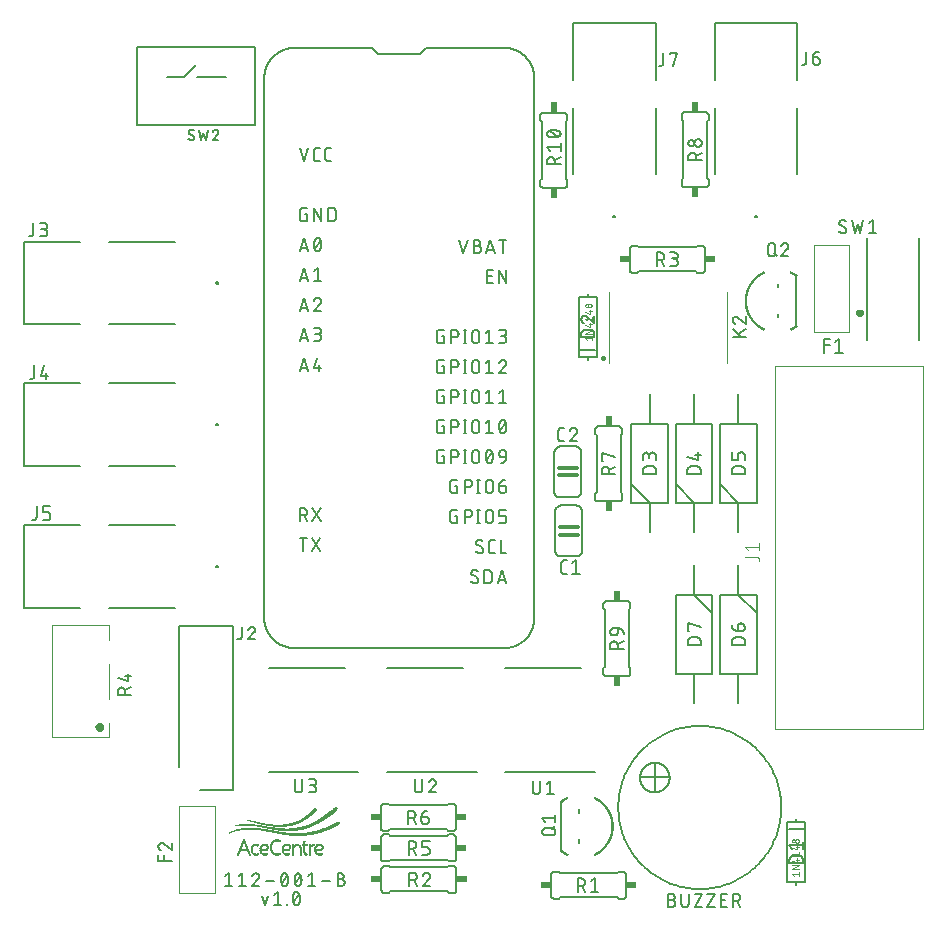
<source format=gto>
G04 EAGLE Gerber RS-274X export*
G75*
%MOMM*%
%FSLAX34Y34*%
%LPD*%
%INSilkscreen Top*%
%IPPOS*%
%AMOC8*
5,1,8,0,0,1.08239X$1,22.5*%
G01*
%ADD10C,0.152400*%
%ADD11C,0.203200*%
%ADD12C,0.050800*%
%ADD13C,0.127000*%
%ADD14R,0.863600X0.609600*%
%ADD15C,0.012700*%
%ADD16R,0.180000X0.010000*%
%ADD17R,0.140000X0.010000*%
%ADD18R,0.200000X0.010000*%
%ADD19R,0.150000X0.010000*%
%ADD20R,0.120000X0.010000*%
%ADD21R,0.100000X0.010000*%
%ADD22R,0.090000X0.010000*%
%ADD23R,0.270000X0.010000*%
%ADD24R,0.310000X0.010000*%
%ADD25R,0.280000X0.010000*%
%ADD26R,0.350000X0.010000*%
%ADD27R,0.380000X0.010000*%
%ADD28R,0.130000X0.010000*%
%ADD29R,0.220000X0.010000*%
%ADD30R,0.400000X0.010000*%
%ADD31R,0.420000X0.010000*%
%ADD32R,0.440000X0.010000*%
%ADD33R,0.410000X0.010000*%
%ADD34R,0.240000X0.010000*%
%ADD35R,0.460000X0.010000*%
%ADD36R,0.470000X0.010000*%
%ADD37R,0.490000X0.010000*%
%ADD38R,0.250000X0.010000*%
%ADD39R,0.510000X0.010000*%
%ADD40R,0.540000X0.010000*%
%ADD41R,0.500000X0.010000*%
%ADD42R,0.260000X0.010000*%
%ADD43R,0.520000X0.010000*%
%ADD44R,0.590000X0.010000*%
%ADD45R,0.530000X0.010000*%
%ADD46R,0.640000X0.010000*%
%ADD47R,0.660000X0.010000*%
%ADD48R,0.550000X0.010000*%
%ADD49R,0.680000X0.010000*%
%ADD50R,0.560000X0.010000*%
%ADD51R,0.570000X0.010000*%
%ADD52R,0.210000X0.010000*%
%ADD53R,0.690000X0.010000*%
%ADD54R,0.060000X0.010000*%
%ADD55R,0.230000X0.010000*%
%ADD56R,0.160000X0.010000*%
%ADD57R,0.110000X0.010000*%
%ADD58R,0.190000X0.010000*%
%ADD59R,0.050000X0.010000*%
%ADD60R,0.070000X0.010000*%
%ADD61R,0.020000X0.010000*%
%ADD62R,0.030000X0.010000*%
%ADD63R,0.170000X0.010000*%
%ADD64R,0.830000X0.010000*%
%ADD65R,0.810000X0.010000*%
%ADD66R,0.620000X0.010000*%
%ADD67R,0.610000X0.010000*%
%ADD68R,0.800000X0.010000*%
%ADD69R,0.790000X0.010000*%
%ADD70R,0.780000X0.010000*%
%ADD71R,0.670000X0.010000*%
%ADD72R,0.770000X0.010000*%
%ADD73R,0.700000X0.010000*%
%ADD74R,0.760000X0.010000*%
%ADD75R,0.710000X0.010000*%
%ADD76R,0.750000X0.010000*%
%ADD77R,0.720000X0.010000*%
%ADD78R,0.740000X0.010000*%
%ADD79R,0.730000X0.010000*%
%ADD80R,0.080000X0.010000*%
%ADD81R,0.450000X0.010000*%
%ADD82R,0.480000X0.010000*%
%ADD83R,0.390000X0.010000*%
%ADD84R,0.340000X0.010000*%
%ADD85R,0.330000X0.010000*%
%ADD86R,0.300000X0.010000*%
%ADD87R,0.290000X0.010000*%
%ADD88R,0.040000X0.010000*%
%ADD89R,0.910000X0.010000*%
%ADD90R,1.170000X0.010000*%
%ADD91R,1.380000X0.010000*%
%ADD92R,1.570000X0.010000*%
%ADD93R,1.730000X0.010000*%
%ADD94R,1.880000X0.010000*%
%ADD95R,2.020000X0.010000*%
%ADD96R,2.160000X0.010000*%
%ADD97R,2.290000X0.010000*%
%ADD98R,2.400000X0.010000*%
%ADD99R,2.520000X0.010000*%
%ADD100R,2.630000X0.010000*%
%ADD101R,2.730000X0.010000*%
%ADD102R,2.840000X0.010000*%
%ADD103R,2.950000X0.010000*%
%ADD104R,1.540000X0.010000*%
%ADD105R,1.130000X0.010000*%
%ADD106R,1.270000X0.010000*%
%ADD107R,1.020000X0.010000*%
%ADD108R,0.950000X0.010000*%
%ADD109R,1.100000X0.010000*%
%ADD110R,0.890000X0.010000*%
%ADD111R,1.040000X0.010000*%
%ADD112R,0.860000X0.010000*%
%ADD113R,1.000000X0.010000*%
%ADD114R,0.820000X0.010000*%
%ADD115R,0.970000X0.010000*%
%ADD116R,0.930000X0.010000*%
%ADD117R,0.900000X0.010000*%
%ADD118R,0.840000X0.010000*%
%ADD119R,0.650000X0.010000*%
%ADD120R,0.630000X0.010000*%
%ADD121R,0.600000X0.010000*%
%ADD122R,1.320000X0.010000*%
%ADD123R,1.480000X0.010000*%
%ADD124R,1.630000X0.010000*%
%ADD125R,1.760000X0.010000*%
%ADD126R,1.890000X0.010000*%
%ADD127R,2.140000X0.010000*%
%ADD128R,0.360000X0.010000*%
%ADD129R,2.240000X0.010000*%
%ADD130R,2.350000X0.010000*%
%ADD131R,2.440000X0.010000*%
%ADD132R,2.550000X0.010000*%
%ADD133R,1.830000X0.010000*%
%ADD134R,2.650000X0.010000*%
%ADD135R,1.710000X0.010000*%
%ADD136R,1.110000X0.010000*%
%ADD137R,1.220000X0.010000*%
%ADD138R,0.960000X0.010000*%
%ADD139R,1.070000X0.010000*%
%ADD140R,1.430000X0.010000*%
%ADD141R,0.990000X0.010000*%
%ADD142R,1.280000X0.010000*%
%ADD143R,0.940000X0.010000*%
%ADD144R,0.880000X0.010000*%
%ADD145R,0.580000X0.010000*%
%ADD146R,0.850000X0.010000*%
%ADD147R,1.060000X0.010000*%
%ADD148R,1.240000X0.010000*%
%ADD149R,1.390000X0.010000*%
%ADD150R,1.530000X0.010000*%
%ADD151R,1.660000X0.010000*%
%ADD152R,1.770000X0.010000*%
%ADD153R,2.000000X0.010000*%
%ADD154R,0.430000X0.010000*%
%ADD155R,2.100000X0.010000*%
%ADD156R,1.600000X0.010000*%
%ADD157R,2.200000X0.010000*%
%ADD158R,1.460000X0.010000*%
%ADD159R,1.150000X0.010000*%
%ADD160R,0.370000X0.010000*%
%ADD161R,0.320000X0.010000*%
%ADD162C,0.200000*%
%ADD163C,0.300000*%
%ADD164C,0.100000*%
%ADD165C,0.508000*%
%ADD166C,0.254000*%
%ADD167R,0.609600X0.863600*%
%ADD168C,0.304800*%
%ADD169C,0.101600*%


D10*
X525532Y17821D02*
X528636Y17821D01*
X528636Y17820D02*
X528747Y17818D01*
X528857Y17812D01*
X528968Y17802D01*
X529078Y17788D01*
X529187Y17771D01*
X529296Y17749D01*
X529404Y17724D01*
X529510Y17694D01*
X529616Y17661D01*
X529721Y17624D01*
X529824Y17584D01*
X529925Y17539D01*
X530025Y17492D01*
X530124Y17440D01*
X530220Y17385D01*
X530314Y17327D01*
X530406Y17266D01*
X530496Y17201D01*
X530584Y17133D01*
X530669Y17062D01*
X530751Y16988D01*
X530831Y16911D01*
X530908Y16831D01*
X530982Y16749D01*
X531053Y16664D01*
X531121Y16576D01*
X531186Y16486D01*
X531247Y16394D01*
X531305Y16300D01*
X531360Y16204D01*
X531412Y16105D01*
X531459Y16005D01*
X531504Y15904D01*
X531544Y15801D01*
X531581Y15696D01*
X531614Y15590D01*
X531644Y15484D01*
X531669Y15376D01*
X531691Y15267D01*
X531708Y15158D01*
X531722Y15048D01*
X531732Y14937D01*
X531738Y14827D01*
X531740Y14716D01*
X531738Y14605D01*
X531732Y14495D01*
X531722Y14384D01*
X531708Y14274D01*
X531691Y14165D01*
X531669Y14056D01*
X531644Y13948D01*
X531614Y13842D01*
X531581Y13736D01*
X531544Y13631D01*
X531504Y13528D01*
X531459Y13427D01*
X531412Y13327D01*
X531360Y13228D01*
X531305Y13132D01*
X531247Y13038D01*
X531186Y12946D01*
X531121Y12856D01*
X531053Y12768D01*
X530982Y12683D01*
X530908Y12601D01*
X530831Y12521D01*
X530751Y12444D01*
X530669Y12370D01*
X530584Y12299D01*
X530496Y12231D01*
X530406Y12166D01*
X530314Y12105D01*
X530220Y12047D01*
X530124Y11992D01*
X530025Y11940D01*
X529925Y11893D01*
X529824Y11848D01*
X529721Y11808D01*
X529616Y11771D01*
X529510Y11738D01*
X529404Y11708D01*
X529296Y11683D01*
X529187Y11661D01*
X529078Y11644D01*
X528968Y11630D01*
X528857Y11620D01*
X528747Y11614D01*
X528636Y11612D01*
X525532Y11612D01*
X525532Y22788D01*
X528636Y22788D01*
X528735Y22786D01*
X528833Y22780D01*
X528932Y22770D01*
X529029Y22757D01*
X529127Y22739D01*
X529223Y22718D01*
X529319Y22692D01*
X529413Y22663D01*
X529506Y22631D01*
X529598Y22594D01*
X529688Y22554D01*
X529777Y22510D01*
X529864Y22463D01*
X529949Y22413D01*
X530031Y22359D01*
X530112Y22302D01*
X530190Y22242D01*
X530266Y22178D01*
X530339Y22112D01*
X530410Y22043D01*
X530478Y21971D01*
X530542Y21896D01*
X530604Y21819D01*
X530663Y21740D01*
X530718Y21658D01*
X530771Y21574D01*
X530819Y21489D01*
X530865Y21401D01*
X530907Y21311D01*
X530945Y21220D01*
X530979Y21128D01*
X531010Y21034D01*
X531037Y20939D01*
X531061Y20843D01*
X531080Y20746D01*
X531096Y20649D01*
X531108Y20551D01*
X531116Y20452D01*
X531120Y20353D01*
X531120Y20255D01*
X531116Y20156D01*
X531108Y20057D01*
X531096Y19959D01*
X531080Y19862D01*
X531061Y19765D01*
X531037Y19669D01*
X531010Y19574D01*
X530979Y19480D01*
X530945Y19388D01*
X530907Y19297D01*
X530865Y19207D01*
X530819Y19119D01*
X530771Y19034D01*
X530718Y18950D01*
X530663Y18868D01*
X530604Y18789D01*
X530542Y18712D01*
X530478Y18637D01*
X530410Y18565D01*
X530339Y18496D01*
X530266Y18430D01*
X530190Y18366D01*
X530112Y18306D01*
X530031Y18249D01*
X529949Y18195D01*
X529864Y18145D01*
X529777Y18098D01*
X529688Y18054D01*
X529598Y18014D01*
X529506Y17977D01*
X529413Y17945D01*
X529319Y17916D01*
X529223Y17890D01*
X529127Y17869D01*
X529029Y17851D01*
X528932Y17838D01*
X528833Y17828D01*
X528735Y17822D01*
X528636Y17820D01*
X536750Y14716D02*
X536750Y22788D01*
X536751Y14716D02*
X536753Y14605D01*
X536759Y14495D01*
X536769Y14384D01*
X536783Y14274D01*
X536800Y14165D01*
X536822Y14056D01*
X536847Y13948D01*
X536877Y13842D01*
X536910Y13736D01*
X536947Y13631D01*
X536987Y13528D01*
X537032Y13427D01*
X537079Y13327D01*
X537131Y13228D01*
X537186Y13132D01*
X537244Y13038D01*
X537305Y12946D01*
X537370Y12856D01*
X537438Y12768D01*
X537509Y12683D01*
X537583Y12601D01*
X537660Y12521D01*
X537740Y12444D01*
X537822Y12370D01*
X537907Y12299D01*
X537995Y12231D01*
X538085Y12166D01*
X538177Y12105D01*
X538271Y12047D01*
X538367Y11992D01*
X538466Y11940D01*
X538566Y11893D01*
X538667Y11848D01*
X538770Y11808D01*
X538875Y11771D01*
X538981Y11738D01*
X539087Y11708D01*
X539195Y11683D01*
X539304Y11661D01*
X539413Y11644D01*
X539523Y11630D01*
X539634Y11620D01*
X539744Y11614D01*
X539855Y11612D01*
X539966Y11614D01*
X540076Y11620D01*
X540187Y11630D01*
X540297Y11644D01*
X540406Y11661D01*
X540515Y11683D01*
X540623Y11708D01*
X540729Y11738D01*
X540835Y11771D01*
X540940Y11808D01*
X541043Y11848D01*
X541144Y11893D01*
X541244Y11940D01*
X541343Y11992D01*
X541439Y12047D01*
X541533Y12105D01*
X541625Y12166D01*
X541715Y12231D01*
X541803Y12299D01*
X541888Y12370D01*
X541970Y12444D01*
X542050Y12521D01*
X542127Y12601D01*
X542201Y12683D01*
X542272Y12768D01*
X542340Y12856D01*
X542405Y12946D01*
X542466Y13038D01*
X542524Y13132D01*
X542579Y13228D01*
X542631Y13327D01*
X542678Y13427D01*
X542723Y13528D01*
X542763Y13631D01*
X542800Y13736D01*
X542833Y13842D01*
X542863Y13948D01*
X542888Y14056D01*
X542910Y14165D01*
X542927Y14274D01*
X542941Y14384D01*
X542951Y14495D01*
X542957Y14605D01*
X542959Y14716D01*
X542959Y22788D01*
X548180Y22788D02*
X554389Y22788D01*
X548180Y11612D01*
X554389Y11612D01*
X558848Y22788D02*
X565057Y22788D01*
X558848Y11612D01*
X565057Y11612D01*
X570307Y11612D02*
X575274Y11612D01*
X570307Y11612D02*
X570307Y22788D01*
X575274Y22788D01*
X574032Y17821D02*
X570307Y17821D01*
X580276Y22788D02*
X580276Y11612D01*
X580276Y22788D02*
X583381Y22788D01*
X583492Y22786D01*
X583602Y22780D01*
X583713Y22770D01*
X583823Y22756D01*
X583932Y22739D01*
X584041Y22717D01*
X584149Y22692D01*
X584255Y22662D01*
X584361Y22629D01*
X584466Y22592D01*
X584569Y22552D01*
X584670Y22507D01*
X584770Y22460D01*
X584869Y22408D01*
X584965Y22353D01*
X585059Y22295D01*
X585151Y22234D01*
X585241Y22169D01*
X585329Y22101D01*
X585414Y22030D01*
X585496Y21956D01*
X585576Y21879D01*
X585653Y21799D01*
X585727Y21717D01*
X585798Y21632D01*
X585866Y21544D01*
X585931Y21454D01*
X585992Y21362D01*
X586050Y21268D01*
X586105Y21172D01*
X586157Y21073D01*
X586204Y20973D01*
X586249Y20872D01*
X586289Y20769D01*
X586326Y20664D01*
X586359Y20558D01*
X586389Y20452D01*
X586414Y20344D01*
X586436Y20235D01*
X586453Y20126D01*
X586467Y20016D01*
X586477Y19905D01*
X586483Y19795D01*
X586485Y19684D01*
X586483Y19573D01*
X586477Y19463D01*
X586467Y19352D01*
X586453Y19242D01*
X586436Y19133D01*
X586414Y19024D01*
X586389Y18916D01*
X586359Y18810D01*
X586326Y18704D01*
X586289Y18599D01*
X586249Y18496D01*
X586204Y18395D01*
X586157Y18295D01*
X586105Y18196D01*
X586050Y18100D01*
X585992Y18006D01*
X585931Y17914D01*
X585866Y17824D01*
X585798Y17736D01*
X585727Y17651D01*
X585653Y17569D01*
X585576Y17489D01*
X585496Y17412D01*
X585414Y17338D01*
X585329Y17267D01*
X585241Y17199D01*
X585151Y17134D01*
X585059Y17073D01*
X584965Y17015D01*
X584869Y16960D01*
X584770Y16908D01*
X584670Y16861D01*
X584569Y16816D01*
X584466Y16776D01*
X584361Y16739D01*
X584255Y16706D01*
X584149Y16676D01*
X584041Y16651D01*
X583932Y16629D01*
X583823Y16612D01*
X583713Y16598D01*
X583602Y16588D01*
X583492Y16582D01*
X583381Y16580D01*
X583381Y16579D02*
X580276Y16579D01*
X584002Y16579D02*
X586485Y11612D01*
X213672Y567092D02*
X217397Y578268D01*
X221123Y567092D01*
X220191Y569886D02*
X214603Y569886D01*
X225723Y572680D02*
X225726Y572900D01*
X225733Y573120D01*
X225747Y573339D01*
X225765Y573558D01*
X225789Y573777D01*
X225817Y573995D01*
X225851Y574212D01*
X225890Y574428D01*
X225935Y574644D01*
X225984Y574858D01*
X226039Y575071D01*
X226098Y575283D01*
X226163Y575493D01*
X226233Y575701D01*
X226307Y575908D01*
X226387Y576113D01*
X226471Y576316D01*
X226560Y576517D01*
X226654Y576716D01*
X226687Y576805D01*
X226723Y576893D01*
X226763Y576979D01*
X226806Y577064D01*
X226853Y577146D01*
X226904Y577227D01*
X226957Y577305D01*
X227014Y577381D01*
X227074Y577455D01*
X227137Y577526D01*
X227202Y577595D01*
X227271Y577661D01*
X227342Y577723D01*
X227416Y577783D01*
X227492Y577840D01*
X227570Y577894D01*
X227651Y577944D01*
X227733Y577991D01*
X227818Y578034D01*
X227904Y578074D01*
X227992Y578111D01*
X228081Y578143D01*
X228171Y578172D01*
X228263Y578198D01*
X228355Y578219D01*
X228449Y578237D01*
X228543Y578250D01*
X228637Y578260D01*
X228732Y578266D01*
X228827Y578268D01*
X228922Y578266D01*
X229017Y578260D01*
X229111Y578250D01*
X229205Y578237D01*
X229299Y578219D01*
X229391Y578198D01*
X229483Y578172D01*
X229573Y578143D01*
X229662Y578111D01*
X229750Y578074D01*
X229836Y578034D01*
X229921Y577991D01*
X230003Y577944D01*
X230084Y577894D01*
X230162Y577840D01*
X230238Y577783D01*
X230312Y577723D01*
X230383Y577661D01*
X230452Y577595D01*
X230517Y577526D01*
X230580Y577455D01*
X230640Y577381D01*
X230697Y577305D01*
X230750Y577227D01*
X230801Y577146D01*
X230848Y577063D01*
X230891Y576979D01*
X230931Y576893D01*
X230967Y576805D01*
X231000Y576716D01*
X231001Y576716D02*
X231095Y576517D01*
X231184Y576316D01*
X231268Y576113D01*
X231348Y575908D01*
X231422Y575701D01*
X231492Y575493D01*
X231557Y575283D01*
X231616Y575071D01*
X231671Y574858D01*
X231720Y574644D01*
X231765Y574428D01*
X231804Y574212D01*
X231838Y573995D01*
X231866Y573777D01*
X231890Y573558D01*
X231908Y573339D01*
X231922Y573120D01*
X231929Y572900D01*
X231932Y572680D01*
X225723Y572680D02*
X225726Y572460D01*
X225733Y572240D01*
X225747Y572021D01*
X225765Y571802D01*
X225789Y571583D01*
X225817Y571365D01*
X225851Y571148D01*
X225890Y570932D01*
X225935Y570716D01*
X225984Y570502D01*
X226039Y570289D01*
X226098Y570078D01*
X226163Y569867D01*
X226233Y569659D01*
X226307Y569452D01*
X226387Y569247D01*
X226471Y569044D01*
X226560Y568843D01*
X226654Y568644D01*
X226687Y568555D01*
X226723Y568467D01*
X226763Y568381D01*
X226806Y568296D01*
X226853Y568214D01*
X226904Y568133D01*
X226957Y568055D01*
X227014Y567979D01*
X227074Y567905D01*
X227137Y567834D01*
X227202Y567765D01*
X227271Y567699D01*
X227342Y567637D01*
X227416Y567577D01*
X227492Y567520D01*
X227570Y567466D01*
X227651Y567416D01*
X227733Y567369D01*
X227818Y567326D01*
X227904Y567286D01*
X227992Y567249D01*
X228081Y567217D01*
X228171Y567188D01*
X228263Y567162D01*
X228355Y567141D01*
X228449Y567123D01*
X228543Y567110D01*
X228637Y567100D01*
X228732Y567094D01*
X228827Y567092D01*
X231001Y568644D02*
X231095Y568843D01*
X231184Y569044D01*
X231268Y569247D01*
X231348Y569452D01*
X231422Y569659D01*
X231492Y569867D01*
X231557Y570077D01*
X231616Y570289D01*
X231671Y570502D01*
X231720Y570716D01*
X231765Y570932D01*
X231804Y571148D01*
X231838Y571365D01*
X231866Y571583D01*
X231890Y571802D01*
X231908Y572021D01*
X231922Y572240D01*
X231929Y572460D01*
X231932Y572680D01*
X231000Y568644D02*
X230967Y568555D01*
X230931Y568467D01*
X230891Y568381D01*
X230848Y568296D01*
X230801Y568214D01*
X230750Y568133D01*
X230697Y568055D01*
X230640Y567979D01*
X230580Y567905D01*
X230517Y567834D01*
X230452Y567765D01*
X230383Y567699D01*
X230312Y567637D01*
X230238Y567577D01*
X230162Y567520D01*
X230084Y567466D01*
X230003Y567416D01*
X229921Y567369D01*
X229836Y567326D01*
X229750Y567286D01*
X229662Y567249D01*
X229573Y567217D01*
X229483Y567188D01*
X229391Y567162D01*
X229299Y567141D01*
X229205Y567123D01*
X229111Y567110D01*
X229017Y567100D01*
X228922Y567094D01*
X228827Y567092D01*
X226344Y569576D02*
X231311Y575784D01*
X217397Y552868D02*
X213672Y541692D01*
X221123Y541692D02*
X217397Y552868D01*
X220191Y544486D02*
X214603Y544486D01*
X225723Y550384D02*
X228827Y552868D01*
X228827Y541692D01*
X225723Y541692D02*
X231932Y541692D01*
X217397Y527468D02*
X213672Y516292D01*
X221123Y516292D02*
X217397Y527468D01*
X220191Y519086D02*
X214603Y519086D01*
X229138Y527468D02*
X229242Y527466D01*
X229347Y527460D01*
X229451Y527450D01*
X229554Y527437D01*
X229657Y527419D01*
X229760Y527398D01*
X229861Y527373D01*
X229962Y527344D01*
X230061Y527311D01*
X230159Y527275D01*
X230255Y527235D01*
X230350Y527191D01*
X230444Y527144D01*
X230535Y527094D01*
X230624Y527040D01*
X230712Y526983D01*
X230797Y526922D01*
X230880Y526858D01*
X230960Y526792D01*
X231038Y526722D01*
X231114Y526650D01*
X231186Y526574D01*
X231256Y526496D01*
X231322Y526416D01*
X231386Y526333D01*
X231447Y526248D01*
X231504Y526160D01*
X231558Y526071D01*
X231608Y525980D01*
X231655Y525886D01*
X231699Y525791D01*
X231739Y525695D01*
X231775Y525597D01*
X231808Y525498D01*
X231837Y525397D01*
X231862Y525296D01*
X231883Y525193D01*
X231901Y525090D01*
X231914Y524987D01*
X231924Y524883D01*
X231930Y524778D01*
X231932Y524674D01*
X229138Y527469D02*
X229019Y527467D01*
X228901Y527461D01*
X228782Y527451D01*
X228664Y527438D01*
X228547Y527420D01*
X228430Y527398D01*
X228314Y527373D01*
X228199Y527344D01*
X228084Y527311D01*
X227971Y527274D01*
X227860Y527234D01*
X227749Y527190D01*
X227641Y527142D01*
X227534Y527091D01*
X227428Y527036D01*
X227325Y526977D01*
X227223Y526916D01*
X227124Y526851D01*
X227026Y526782D01*
X226932Y526711D01*
X226839Y526636D01*
X226749Y526559D01*
X226662Y526478D01*
X226577Y526395D01*
X226495Y526309D01*
X226416Y526220D01*
X226340Y526129D01*
X226267Y526035D01*
X226198Y525939D01*
X226131Y525840D01*
X226068Y525740D01*
X226008Y525637D01*
X225951Y525533D01*
X225899Y525426D01*
X225849Y525318D01*
X225803Y525209D01*
X225761Y525097D01*
X225723Y524985D01*
X231001Y522501D02*
X231076Y522575D01*
X231148Y522652D01*
X231218Y522731D01*
X231285Y522813D01*
X231349Y522897D01*
X231410Y522983D01*
X231468Y523071D01*
X231523Y523162D01*
X231575Y523254D01*
X231623Y523348D01*
X231668Y523443D01*
X231710Y523541D01*
X231748Y523639D01*
X231783Y523739D01*
X231814Y523840D01*
X231841Y523942D01*
X231865Y524045D01*
X231886Y524148D01*
X231902Y524253D01*
X231915Y524358D01*
X231925Y524463D01*
X231930Y524568D01*
X231932Y524674D01*
X231000Y522501D02*
X225723Y516292D01*
X231932Y516292D01*
X217397Y502068D02*
X213672Y490892D01*
X221123Y490892D02*
X217397Y502068D01*
X220191Y493686D02*
X214603Y493686D01*
X225723Y490892D02*
X228827Y490892D01*
X228938Y490894D01*
X229048Y490900D01*
X229159Y490910D01*
X229269Y490924D01*
X229378Y490941D01*
X229487Y490963D01*
X229595Y490988D01*
X229701Y491018D01*
X229807Y491051D01*
X229912Y491088D01*
X230015Y491128D01*
X230116Y491173D01*
X230216Y491220D01*
X230315Y491272D01*
X230411Y491327D01*
X230505Y491385D01*
X230597Y491446D01*
X230687Y491511D01*
X230775Y491579D01*
X230860Y491650D01*
X230942Y491724D01*
X231022Y491801D01*
X231099Y491881D01*
X231173Y491963D01*
X231244Y492048D01*
X231312Y492136D01*
X231377Y492226D01*
X231438Y492318D01*
X231496Y492412D01*
X231551Y492508D01*
X231603Y492607D01*
X231650Y492707D01*
X231695Y492808D01*
X231735Y492911D01*
X231772Y493016D01*
X231805Y493122D01*
X231835Y493228D01*
X231860Y493336D01*
X231882Y493445D01*
X231899Y493554D01*
X231913Y493664D01*
X231923Y493775D01*
X231929Y493885D01*
X231931Y493996D01*
X231929Y494107D01*
X231923Y494217D01*
X231913Y494328D01*
X231899Y494438D01*
X231882Y494547D01*
X231860Y494656D01*
X231835Y494764D01*
X231805Y494870D01*
X231772Y494976D01*
X231735Y495081D01*
X231695Y495184D01*
X231650Y495285D01*
X231603Y495385D01*
X231551Y495484D01*
X231496Y495580D01*
X231438Y495674D01*
X231377Y495766D01*
X231312Y495856D01*
X231244Y495944D01*
X231173Y496029D01*
X231099Y496111D01*
X231022Y496191D01*
X230942Y496268D01*
X230860Y496342D01*
X230775Y496413D01*
X230687Y496481D01*
X230597Y496546D01*
X230505Y496607D01*
X230411Y496665D01*
X230315Y496720D01*
X230216Y496772D01*
X230116Y496819D01*
X230015Y496864D01*
X229912Y496904D01*
X229807Y496941D01*
X229701Y496974D01*
X229595Y497004D01*
X229487Y497029D01*
X229378Y497051D01*
X229269Y497068D01*
X229159Y497082D01*
X229048Y497092D01*
X228938Y497098D01*
X228827Y497100D01*
X229448Y502068D02*
X225723Y502068D01*
X229448Y502068D02*
X229547Y502066D01*
X229645Y502060D01*
X229744Y502050D01*
X229841Y502037D01*
X229939Y502019D01*
X230035Y501998D01*
X230131Y501972D01*
X230225Y501943D01*
X230318Y501911D01*
X230410Y501874D01*
X230500Y501834D01*
X230589Y501790D01*
X230676Y501743D01*
X230761Y501693D01*
X230843Y501639D01*
X230924Y501582D01*
X231002Y501522D01*
X231078Y501458D01*
X231151Y501392D01*
X231222Y501323D01*
X231290Y501251D01*
X231354Y501176D01*
X231416Y501099D01*
X231475Y501020D01*
X231530Y500938D01*
X231583Y500854D01*
X231631Y500769D01*
X231677Y500681D01*
X231719Y500591D01*
X231757Y500500D01*
X231791Y500408D01*
X231822Y500314D01*
X231849Y500219D01*
X231873Y500123D01*
X231892Y500026D01*
X231908Y499929D01*
X231920Y499831D01*
X231928Y499732D01*
X231932Y499633D01*
X231932Y499535D01*
X231928Y499436D01*
X231920Y499337D01*
X231908Y499239D01*
X231892Y499142D01*
X231873Y499045D01*
X231849Y498949D01*
X231822Y498854D01*
X231791Y498760D01*
X231757Y498668D01*
X231719Y498577D01*
X231677Y498487D01*
X231631Y498399D01*
X231583Y498314D01*
X231530Y498230D01*
X231475Y498148D01*
X231416Y498069D01*
X231354Y497992D01*
X231290Y497917D01*
X231222Y497845D01*
X231151Y497776D01*
X231078Y497710D01*
X231002Y497646D01*
X230924Y497586D01*
X230843Y497529D01*
X230761Y497475D01*
X230676Y497425D01*
X230589Y497378D01*
X230500Y497334D01*
X230410Y497294D01*
X230318Y497257D01*
X230225Y497225D01*
X230131Y497196D01*
X230035Y497170D01*
X229939Y497149D01*
X229841Y497131D01*
X229744Y497118D01*
X229645Y497108D01*
X229547Y497102D01*
X229448Y497100D01*
X229448Y497101D02*
X226965Y497101D01*
X217397Y476668D02*
X213672Y465492D01*
X221123Y465492D02*
X217397Y476668D01*
X220191Y468286D02*
X214603Y468286D01*
X225723Y467976D02*
X228206Y476668D01*
X225723Y467976D02*
X231932Y467976D01*
X230069Y470459D02*
X230069Y465492D01*
X213672Y349268D02*
X213672Y338092D01*
X213672Y349268D02*
X216776Y349268D01*
X216887Y349266D01*
X216997Y349260D01*
X217108Y349250D01*
X217218Y349236D01*
X217327Y349219D01*
X217436Y349197D01*
X217544Y349172D01*
X217650Y349142D01*
X217756Y349109D01*
X217861Y349072D01*
X217964Y349032D01*
X218065Y348987D01*
X218165Y348940D01*
X218264Y348888D01*
X218360Y348833D01*
X218454Y348775D01*
X218546Y348714D01*
X218636Y348649D01*
X218724Y348581D01*
X218809Y348510D01*
X218891Y348436D01*
X218971Y348359D01*
X219048Y348279D01*
X219122Y348197D01*
X219193Y348112D01*
X219261Y348024D01*
X219326Y347934D01*
X219387Y347842D01*
X219445Y347748D01*
X219500Y347652D01*
X219552Y347553D01*
X219599Y347453D01*
X219644Y347352D01*
X219684Y347249D01*
X219721Y347144D01*
X219754Y347038D01*
X219784Y346932D01*
X219809Y346824D01*
X219831Y346715D01*
X219848Y346606D01*
X219862Y346496D01*
X219872Y346385D01*
X219878Y346275D01*
X219880Y346164D01*
X219878Y346053D01*
X219872Y345943D01*
X219862Y345832D01*
X219848Y345722D01*
X219831Y345613D01*
X219809Y345504D01*
X219784Y345396D01*
X219754Y345290D01*
X219721Y345184D01*
X219684Y345079D01*
X219644Y344976D01*
X219599Y344875D01*
X219552Y344775D01*
X219500Y344676D01*
X219445Y344580D01*
X219387Y344486D01*
X219326Y344394D01*
X219261Y344304D01*
X219193Y344216D01*
X219122Y344131D01*
X219048Y344049D01*
X218971Y343969D01*
X218891Y343892D01*
X218809Y343818D01*
X218724Y343747D01*
X218636Y343679D01*
X218546Y343614D01*
X218454Y343553D01*
X218360Y343495D01*
X218264Y343440D01*
X218165Y343388D01*
X218065Y343341D01*
X217964Y343296D01*
X217861Y343256D01*
X217756Y343219D01*
X217650Y343186D01*
X217544Y343156D01*
X217436Y343131D01*
X217327Y343109D01*
X217218Y343092D01*
X217108Y343078D01*
X216997Y343068D01*
X216887Y343062D01*
X216776Y343060D01*
X216776Y343059D02*
X213672Y343059D01*
X217397Y343059D02*
X219881Y338092D01*
X224389Y338092D02*
X231840Y349268D01*
X224389Y349268D02*
X231840Y338092D01*
X216776Y323868D02*
X216776Y312692D01*
X213672Y323868D02*
X219881Y323868D01*
X231170Y323868D02*
X223719Y312692D01*
X231170Y312692D02*
X223719Y323868D01*
X362393Y285972D02*
X362490Y285974D01*
X362588Y285980D01*
X362685Y285989D01*
X362782Y286003D01*
X362878Y286020D01*
X362973Y286041D01*
X363067Y286065D01*
X363161Y286094D01*
X363253Y286126D01*
X363344Y286161D01*
X363433Y286200D01*
X363521Y286243D01*
X363607Y286289D01*
X363691Y286338D01*
X363773Y286391D01*
X363853Y286446D01*
X363931Y286505D01*
X364006Y286567D01*
X364079Y286632D01*
X364149Y286700D01*
X364217Y286770D01*
X364282Y286843D01*
X364344Y286918D01*
X364403Y286996D01*
X364458Y287076D01*
X364511Y287158D01*
X364560Y287242D01*
X364606Y287328D01*
X364649Y287416D01*
X364688Y287505D01*
X364723Y287596D01*
X364755Y287688D01*
X364784Y287782D01*
X364808Y287876D01*
X364829Y287971D01*
X364846Y288067D01*
X364860Y288164D01*
X364869Y288261D01*
X364875Y288358D01*
X364877Y288456D01*
X362393Y285972D02*
X362250Y285974D01*
X362107Y285980D01*
X361965Y285989D01*
X361823Y286003D01*
X361681Y286021D01*
X361540Y286042D01*
X361399Y286067D01*
X361259Y286096D01*
X361120Y286129D01*
X360982Y286165D01*
X360845Y286206D01*
X360709Y286250D01*
X360574Y286297D01*
X360441Y286349D01*
X360309Y286404D01*
X360179Y286462D01*
X360050Y286524D01*
X359923Y286590D01*
X359798Y286659D01*
X359675Y286731D01*
X359554Y286807D01*
X359435Y286885D01*
X359318Y286968D01*
X359203Y287053D01*
X359091Y287141D01*
X358981Y287233D01*
X358874Y287327D01*
X358769Y287424D01*
X358667Y287524D01*
X358977Y294664D02*
X358979Y294762D01*
X358985Y294859D01*
X358994Y294956D01*
X359008Y295053D01*
X359025Y295149D01*
X359046Y295244D01*
X359070Y295338D01*
X359099Y295432D01*
X359131Y295524D01*
X359166Y295615D01*
X359205Y295704D01*
X359248Y295792D01*
X359294Y295878D01*
X359343Y295962D01*
X359396Y296044D01*
X359451Y296124D01*
X359510Y296202D01*
X359572Y296277D01*
X359637Y296350D01*
X359705Y296420D01*
X359775Y296488D01*
X359848Y296553D01*
X359923Y296615D01*
X360001Y296674D01*
X360081Y296729D01*
X360163Y296782D01*
X360247Y296831D01*
X360333Y296877D01*
X360421Y296920D01*
X360510Y296959D01*
X360601Y296994D01*
X360693Y297026D01*
X360787Y297055D01*
X360881Y297079D01*
X360976Y297100D01*
X361072Y297117D01*
X361169Y297131D01*
X361266Y297140D01*
X361363Y297146D01*
X361461Y297148D01*
X361591Y297146D01*
X361721Y297141D01*
X361851Y297132D01*
X361981Y297119D01*
X362110Y297103D01*
X362239Y297083D01*
X362367Y297059D01*
X362495Y297032D01*
X362621Y297001D01*
X362747Y296967D01*
X362872Y296929D01*
X362995Y296888D01*
X363118Y296843D01*
X363239Y296795D01*
X363359Y296744D01*
X363477Y296689D01*
X363593Y296631D01*
X363708Y296570D01*
X363822Y296505D01*
X363933Y296438D01*
X364042Y296367D01*
X364150Y296293D01*
X364255Y296217D01*
X360220Y292491D02*
X360137Y292542D01*
X360056Y292596D01*
X359978Y292653D01*
X359902Y292713D01*
X359828Y292776D01*
X359757Y292842D01*
X359688Y292910D01*
X359622Y292981D01*
X359558Y293054D01*
X359498Y293130D01*
X359441Y293208D01*
X359386Y293289D01*
X359335Y293371D01*
X359287Y293455D01*
X359242Y293541D01*
X359200Y293629D01*
X359162Y293718D01*
X359128Y293808D01*
X359096Y293900D01*
X359069Y293993D01*
X359045Y294087D01*
X359024Y294182D01*
X359008Y294278D01*
X358995Y294374D01*
X358985Y294470D01*
X358980Y294567D01*
X358978Y294664D01*
X363634Y290629D02*
X363717Y290578D01*
X363798Y290524D01*
X363876Y290467D01*
X363952Y290407D01*
X364026Y290344D01*
X364097Y290278D01*
X364166Y290210D01*
X364232Y290139D01*
X364296Y290066D01*
X364356Y289990D01*
X364413Y289912D01*
X364468Y289831D01*
X364519Y289749D01*
X364567Y289665D01*
X364612Y289579D01*
X364654Y289491D01*
X364692Y289402D01*
X364726Y289312D01*
X364758Y289220D01*
X364785Y289127D01*
X364809Y289033D01*
X364830Y288938D01*
X364846Y288842D01*
X364859Y288746D01*
X364869Y288650D01*
X364874Y288553D01*
X364876Y288456D01*
X363634Y290629D02*
X360219Y292491D01*
X370097Y297148D02*
X370097Y285972D01*
X370097Y297148D02*
X373202Y297148D01*
X373313Y297146D01*
X373423Y297140D01*
X373534Y297130D01*
X373644Y297116D01*
X373753Y297099D01*
X373862Y297077D01*
X373970Y297052D01*
X374076Y297022D01*
X374182Y296989D01*
X374287Y296952D01*
X374390Y296912D01*
X374491Y296867D01*
X374591Y296820D01*
X374690Y296768D01*
X374786Y296713D01*
X374880Y296655D01*
X374972Y296594D01*
X375062Y296529D01*
X375150Y296461D01*
X375235Y296390D01*
X375317Y296316D01*
X375397Y296239D01*
X375474Y296159D01*
X375548Y296077D01*
X375619Y295992D01*
X375687Y295904D01*
X375752Y295814D01*
X375813Y295722D01*
X375871Y295628D01*
X375926Y295532D01*
X375978Y295433D01*
X376025Y295333D01*
X376070Y295232D01*
X376110Y295129D01*
X376147Y295024D01*
X376180Y294918D01*
X376210Y294812D01*
X376235Y294704D01*
X376257Y294595D01*
X376274Y294486D01*
X376288Y294376D01*
X376298Y294265D01*
X376304Y294155D01*
X376306Y294044D01*
X376306Y289076D01*
X376304Y288965D01*
X376298Y288855D01*
X376288Y288744D01*
X376274Y288634D01*
X376257Y288525D01*
X376235Y288416D01*
X376210Y288308D01*
X376180Y288202D01*
X376147Y288096D01*
X376110Y287991D01*
X376070Y287888D01*
X376025Y287787D01*
X375978Y287687D01*
X375926Y287588D01*
X375871Y287492D01*
X375813Y287398D01*
X375752Y287306D01*
X375687Y287216D01*
X375619Y287128D01*
X375548Y287043D01*
X375474Y286961D01*
X375397Y286881D01*
X375317Y286804D01*
X375235Y286730D01*
X375150Y286659D01*
X375062Y286591D01*
X374972Y286526D01*
X374880Y286465D01*
X374786Y286407D01*
X374690Y286352D01*
X374591Y286300D01*
X374491Y286253D01*
X374390Y286208D01*
X374287Y286168D01*
X374182Y286131D01*
X374076Y286098D01*
X373970Y286068D01*
X373862Y286043D01*
X373753Y286021D01*
X373644Y286004D01*
X373534Y285990D01*
X373423Y285980D01*
X373313Y285974D01*
X373202Y285972D01*
X370097Y285972D01*
X381287Y285972D02*
X385013Y297148D01*
X388738Y285972D01*
X387807Y288766D02*
X382219Y288766D01*
X366513Y311372D02*
X366610Y311374D01*
X366708Y311380D01*
X366805Y311389D01*
X366902Y311403D01*
X366998Y311420D01*
X367093Y311441D01*
X367187Y311465D01*
X367281Y311494D01*
X367373Y311526D01*
X367464Y311561D01*
X367553Y311600D01*
X367641Y311643D01*
X367727Y311689D01*
X367811Y311738D01*
X367893Y311791D01*
X367973Y311846D01*
X368051Y311905D01*
X368126Y311967D01*
X368199Y312032D01*
X368269Y312100D01*
X368337Y312170D01*
X368402Y312243D01*
X368464Y312318D01*
X368523Y312396D01*
X368578Y312476D01*
X368631Y312558D01*
X368680Y312642D01*
X368726Y312728D01*
X368769Y312816D01*
X368808Y312905D01*
X368843Y312996D01*
X368875Y313088D01*
X368904Y313182D01*
X368928Y313276D01*
X368949Y313371D01*
X368966Y313467D01*
X368980Y313564D01*
X368989Y313661D01*
X368995Y313758D01*
X368997Y313856D01*
X366513Y311372D02*
X366370Y311374D01*
X366227Y311380D01*
X366085Y311389D01*
X365943Y311403D01*
X365801Y311421D01*
X365660Y311442D01*
X365519Y311467D01*
X365379Y311496D01*
X365240Y311529D01*
X365102Y311565D01*
X364965Y311606D01*
X364829Y311650D01*
X364694Y311697D01*
X364561Y311749D01*
X364429Y311804D01*
X364299Y311862D01*
X364170Y311924D01*
X364043Y311990D01*
X363918Y312059D01*
X363795Y312131D01*
X363674Y312207D01*
X363555Y312285D01*
X363438Y312368D01*
X363323Y312453D01*
X363211Y312541D01*
X363101Y312633D01*
X362994Y312727D01*
X362889Y312824D01*
X362787Y312924D01*
X363098Y320064D02*
X363100Y320162D01*
X363106Y320259D01*
X363115Y320356D01*
X363129Y320453D01*
X363146Y320549D01*
X363167Y320644D01*
X363191Y320738D01*
X363220Y320832D01*
X363252Y320924D01*
X363287Y321015D01*
X363326Y321104D01*
X363369Y321192D01*
X363415Y321278D01*
X363464Y321362D01*
X363517Y321444D01*
X363572Y321524D01*
X363631Y321602D01*
X363693Y321677D01*
X363758Y321750D01*
X363826Y321820D01*
X363896Y321888D01*
X363969Y321953D01*
X364044Y322015D01*
X364122Y322074D01*
X364202Y322129D01*
X364284Y322182D01*
X364368Y322231D01*
X364454Y322277D01*
X364542Y322320D01*
X364631Y322359D01*
X364722Y322394D01*
X364814Y322426D01*
X364908Y322455D01*
X365002Y322479D01*
X365097Y322500D01*
X365193Y322517D01*
X365290Y322531D01*
X365387Y322540D01*
X365484Y322546D01*
X365582Y322548D01*
X365712Y322546D01*
X365842Y322541D01*
X365972Y322532D01*
X366102Y322519D01*
X366231Y322503D01*
X366360Y322483D01*
X366488Y322459D01*
X366616Y322432D01*
X366742Y322401D01*
X366868Y322367D01*
X366993Y322329D01*
X367116Y322288D01*
X367239Y322243D01*
X367360Y322195D01*
X367480Y322144D01*
X367598Y322089D01*
X367714Y322031D01*
X367829Y321970D01*
X367943Y321905D01*
X368054Y321838D01*
X368163Y321767D01*
X368271Y321693D01*
X368376Y321617D01*
X364341Y317891D02*
X364258Y317942D01*
X364177Y317996D01*
X364099Y318053D01*
X364023Y318113D01*
X363949Y318176D01*
X363878Y318242D01*
X363809Y318310D01*
X363743Y318381D01*
X363679Y318454D01*
X363619Y318530D01*
X363562Y318608D01*
X363507Y318689D01*
X363456Y318771D01*
X363408Y318855D01*
X363363Y318941D01*
X363321Y319029D01*
X363283Y319118D01*
X363249Y319208D01*
X363217Y319300D01*
X363190Y319393D01*
X363166Y319487D01*
X363145Y319582D01*
X363129Y319678D01*
X363116Y319774D01*
X363106Y319870D01*
X363101Y319967D01*
X363099Y320064D01*
X367754Y316029D02*
X367837Y315978D01*
X367918Y315924D01*
X367996Y315867D01*
X368072Y315807D01*
X368146Y315744D01*
X368217Y315678D01*
X368286Y315610D01*
X368352Y315539D01*
X368416Y315466D01*
X368476Y315390D01*
X368533Y315312D01*
X368588Y315231D01*
X368639Y315149D01*
X368687Y315065D01*
X368732Y314979D01*
X368774Y314891D01*
X368812Y314802D01*
X368846Y314712D01*
X368878Y314620D01*
X368905Y314527D01*
X368929Y314433D01*
X368950Y314338D01*
X368966Y314242D01*
X368979Y314146D01*
X368989Y314050D01*
X368994Y313953D01*
X368996Y313856D01*
X367755Y316029D02*
X364340Y317891D01*
X376279Y311372D02*
X378762Y311372D01*
X376279Y311372D02*
X376181Y311374D01*
X376084Y311380D01*
X375987Y311389D01*
X375890Y311403D01*
X375794Y311420D01*
X375699Y311441D01*
X375605Y311465D01*
X375511Y311494D01*
X375419Y311526D01*
X375328Y311561D01*
X375239Y311600D01*
X375151Y311643D01*
X375065Y311689D01*
X374981Y311738D01*
X374899Y311791D01*
X374819Y311846D01*
X374741Y311905D01*
X374666Y311967D01*
X374593Y312032D01*
X374523Y312100D01*
X374455Y312170D01*
X374390Y312243D01*
X374328Y312318D01*
X374269Y312396D01*
X374214Y312476D01*
X374161Y312558D01*
X374112Y312642D01*
X374066Y312728D01*
X374023Y312816D01*
X373984Y312905D01*
X373949Y312996D01*
X373917Y313088D01*
X373888Y313182D01*
X373864Y313276D01*
X373843Y313371D01*
X373826Y313467D01*
X373812Y313564D01*
X373803Y313661D01*
X373797Y313758D01*
X373795Y313856D01*
X373795Y320064D01*
X373797Y320162D01*
X373803Y320259D01*
X373812Y320356D01*
X373826Y320453D01*
X373843Y320549D01*
X373864Y320644D01*
X373888Y320738D01*
X373917Y320832D01*
X373949Y320924D01*
X373984Y321015D01*
X374023Y321104D01*
X374066Y321192D01*
X374112Y321278D01*
X374161Y321362D01*
X374214Y321444D01*
X374269Y321524D01*
X374328Y321602D01*
X374390Y321677D01*
X374455Y321750D01*
X374523Y321820D01*
X374593Y321888D01*
X374666Y321953D01*
X374741Y322015D01*
X374819Y322074D01*
X374899Y322129D01*
X374981Y322182D01*
X375065Y322231D01*
X375151Y322277D01*
X375239Y322320D01*
X375328Y322359D01*
X375419Y322394D01*
X375511Y322426D01*
X375605Y322455D01*
X375699Y322479D01*
X375794Y322500D01*
X375890Y322517D01*
X375987Y322531D01*
X376084Y322540D01*
X376181Y322546D01*
X376279Y322548D01*
X378762Y322548D01*
X383771Y322548D02*
X383771Y311372D01*
X388738Y311372D01*
X347209Y342981D02*
X345346Y342981D01*
X347209Y342981D02*
X347209Y336772D01*
X343484Y336772D01*
X343386Y336774D01*
X343289Y336780D01*
X343192Y336789D01*
X343095Y336803D01*
X342999Y336820D01*
X342904Y336841D01*
X342810Y336865D01*
X342716Y336894D01*
X342624Y336926D01*
X342533Y336961D01*
X342444Y337000D01*
X342356Y337043D01*
X342270Y337089D01*
X342186Y337138D01*
X342104Y337191D01*
X342024Y337246D01*
X341946Y337305D01*
X341871Y337367D01*
X341798Y337432D01*
X341728Y337500D01*
X341660Y337570D01*
X341595Y337643D01*
X341533Y337718D01*
X341474Y337796D01*
X341419Y337876D01*
X341366Y337958D01*
X341317Y338042D01*
X341271Y338128D01*
X341228Y338216D01*
X341189Y338305D01*
X341154Y338396D01*
X341122Y338488D01*
X341093Y338582D01*
X341069Y338676D01*
X341048Y338771D01*
X341031Y338867D01*
X341017Y338964D01*
X341008Y339061D01*
X341002Y339158D01*
X341000Y339256D01*
X341000Y345464D01*
X341002Y345562D01*
X341008Y345659D01*
X341017Y345756D01*
X341031Y345853D01*
X341048Y345949D01*
X341069Y346044D01*
X341093Y346138D01*
X341122Y346232D01*
X341154Y346324D01*
X341189Y346415D01*
X341228Y346504D01*
X341271Y346592D01*
X341317Y346678D01*
X341366Y346762D01*
X341419Y346844D01*
X341474Y346924D01*
X341533Y347002D01*
X341595Y347077D01*
X341660Y347150D01*
X341728Y347220D01*
X341798Y347288D01*
X341871Y347353D01*
X341946Y347415D01*
X342024Y347474D01*
X342104Y347529D01*
X342186Y347582D01*
X342270Y347631D01*
X342356Y347677D01*
X342444Y347720D01*
X342533Y347759D01*
X342624Y347794D01*
X342716Y347826D01*
X342810Y347855D01*
X342904Y347879D01*
X342999Y347900D01*
X343095Y347917D01*
X343192Y347931D01*
X343289Y347940D01*
X343386Y347946D01*
X343484Y347948D01*
X347209Y347948D01*
X353404Y347948D02*
X353404Y336772D01*
X353404Y347948D02*
X356508Y347948D01*
X356619Y347946D01*
X356729Y347940D01*
X356840Y347930D01*
X356950Y347916D01*
X357059Y347899D01*
X357168Y347877D01*
X357276Y347852D01*
X357382Y347822D01*
X357488Y347789D01*
X357593Y347752D01*
X357696Y347712D01*
X357797Y347667D01*
X357897Y347620D01*
X357996Y347568D01*
X358092Y347513D01*
X358186Y347455D01*
X358278Y347394D01*
X358368Y347329D01*
X358456Y347261D01*
X358541Y347190D01*
X358623Y347116D01*
X358703Y347039D01*
X358780Y346959D01*
X358854Y346877D01*
X358925Y346792D01*
X358993Y346704D01*
X359058Y346614D01*
X359119Y346522D01*
X359177Y346428D01*
X359232Y346332D01*
X359284Y346233D01*
X359331Y346133D01*
X359376Y346032D01*
X359416Y345929D01*
X359453Y345824D01*
X359486Y345718D01*
X359516Y345612D01*
X359541Y345504D01*
X359563Y345395D01*
X359580Y345286D01*
X359594Y345176D01*
X359604Y345065D01*
X359610Y344955D01*
X359612Y344844D01*
X359610Y344733D01*
X359604Y344623D01*
X359594Y344512D01*
X359580Y344402D01*
X359563Y344293D01*
X359541Y344184D01*
X359516Y344076D01*
X359486Y343970D01*
X359453Y343864D01*
X359416Y343759D01*
X359376Y343656D01*
X359331Y343555D01*
X359284Y343455D01*
X359232Y343356D01*
X359177Y343260D01*
X359119Y343166D01*
X359058Y343074D01*
X358993Y342984D01*
X358925Y342896D01*
X358854Y342811D01*
X358780Y342729D01*
X358703Y342649D01*
X358623Y342572D01*
X358541Y342498D01*
X358456Y342427D01*
X358368Y342359D01*
X358278Y342294D01*
X358186Y342233D01*
X358092Y342175D01*
X357996Y342120D01*
X357897Y342068D01*
X357797Y342021D01*
X357696Y341976D01*
X357593Y341936D01*
X357488Y341899D01*
X357382Y341866D01*
X357276Y341836D01*
X357168Y341811D01*
X357059Y341789D01*
X356950Y341772D01*
X356840Y341758D01*
X356729Y341748D01*
X356619Y341742D01*
X356508Y341740D01*
X356508Y341739D02*
X353404Y341739D01*
X365060Y336772D02*
X365060Y347948D01*
X363818Y336772D02*
X366301Y336772D01*
X366301Y347948D02*
X363818Y347948D01*
X371099Y344844D02*
X371099Y339876D01*
X371100Y344844D02*
X371102Y344955D01*
X371108Y345065D01*
X371118Y345176D01*
X371132Y345286D01*
X371149Y345395D01*
X371171Y345504D01*
X371196Y345612D01*
X371226Y345718D01*
X371259Y345824D01*
X371296Y345929D01*
X371336Y346032D01*
X371381Y346133D01*
X371428Y346233D01*
X371480Y346332D01*
X371535Y346428D01*
X371593Y346522D01*
X371654Y346614D01*
X371719Y346704D01*
X371787Y346792D01*
X371858Y346877D01*
X371932Y346959D01*
X372009Y347039D01*
X372089Y347116D01*
X372171Y347190D01*
X372256Y347261D01*
X372344Y347329D01*
X372434Y347394D01*
X372526Y347455D01*
X372620Y347513D01*
X372716Y347568D01*
X372815Y347620D01*
X372915Y347667D01*
X373016Y347712D01*
X373119Y347752D01*
X373224Y347789D01*
X373330Y347822D01*
X373436Y347852D01*
X373544Y347877D01*
X373653Y347899D01*
X373762Y347916D01*
X373872Y347930D01*
X373983Y347940D01*
X374093Y347946D01*
X374204Y347948D01*
X374315Y347946D01*
X374425Y347940D01*
X374536Y347930D01*
X374646Y347916D01*
X374755Y347899D01*
X374864Y347877D01*
X374972Y347852D01*
X375078Y347822D01*
X375184Y347789D01*
X375289Y347752D01*
X375392Y347712D01*
X375493Y347667D01*
X375593Y347620D01*
X375692Y347568D01*
X375788Y347513D01*
X375882Y347455D01*
X375974Y347394D01*
X376064Y347329D01*
X376152Y347261D01*
X376237Y347190D01*
X376319Y347116D01*
X376399Y347039D01*
X376476Y346959D01*
X376550Y346877D01*
X376621Y346792D01*
X376689Y346704D01*
X376754Y346614D01*
X376815Y346522D01*
X376873Y346428D01*
X376928Y346332D01*
X376980Y346233D01*
X377027Y346133D01*
X377072Y346032D01*
X377112Y345929D01*
X377149Y345824D01*
X377182Y345718D01*
X377212Y345612D01*
X377237Y345504D01*
X377259Y345395D01*
X377276Y345286D01*
X377290Y345176D01*
X377300Y345065D01*
X377306Y344955D01*
X377308Y344844D01*
X377308Y339876D01*
X377306Y339765D01*
X377300Y339655D01*
X377290Y339544D01*
X377276Y339434D01*
X377259Y339325D01*
X377237Y339216D01*
X377212Y339108D01*
X377182Y339002D01*
X377149Y338896D01*
X377112Y338791D01*
X377072Y338688D01*
X377027Y338587D01*
X376980Y338487D01*
X376928Y338388D01*
X376873Y338292D01*
X376815Y338198D01*
X376754Y338106D01*
X376689Y338016D01*
X376621Y337928D01*
X376550Y337843D01*
X376476Y337761D01*
X376399Y337681D01*
X376319Y337604D01*
X376237Y337530D01*
X376152Y337459D01*
X376064Y337391D01*
X375974Y337326D01*
X375882Y337265D01*
X375788Y337207D01*
X375692Y337152D01*
X375593Y337100D01*
X375493Y337053D01*
X375392Y337008D01*
X375289Y336968D01*
X375184Y336931D01*
X375078Y336898D01*
X374972Y336868D01*
X374864Y336843D01*
X374755Y336821D01*
X374646Y336804D01*
X374536Y336790D01*
X374425Y336780D01*
X374315Y336774D01*
X374204Y336772D01*
X374093Y336774D01*
X373983Y336780D01*
X373872Y336790D01*
X373762Y336804D01*
X373653Y336821D01*
X373544Y336843D01*
X373436Y336868D01*
X373330Y336898D01*
X373224Y336931D01*
X373119Y336968D01*
X373016Y337008D01*
X372915Y337053D01*
X372815Y337100D01*
X372716Y337152D01*
X372620Y337207D01*
X372526Y337265D01*
X372434Y337326D01*
X372344Y337391D01*
X372256Y337459D01*
X372171Y337530D01*
X372089Y337604D01*
X372009Y337681D01*
X371932Y337761D01*
X371858Y337843D01*
X371787Y337928D01*
X371719Y338016D01*
X371654Y338106D01*
X371593Y338198D01*
X371535Y338292D01*
X371480Y338388D01*
X371428Y338487D01*
X371381Y338587D01*
X371336Y338688D01*
X371296Y338791D01*
X371259Y338896D01*
X371226Y339002D01*
X371196Y339108D01*
X371171Y339216D01*
X371149Y339325D01*
X371132Y339434D01*
X371118Y339544D01*
X371108Y339655D01*
X371102Y339765D01*
X371100Y339876D01*
X382529Y336772D02*
X386254Y336772D01*
X386352Y336774D01*
X386449Y336780D01*
X386546Y336789D01*
X386643Y336803D01*
X386739Y336820D01*
X386834Y336841D01*
X386928Y336865D01*
X387022Y336894D01*
X387114Y336926D01*
X387205Y336961D01*
X387294Y337000D01*
X387382Y337043D01*
X387468Y337089D01*
X387552Y337138D01*
X387634Y337191D01*
X387714Y337246D01*
X387792Y337305D01*
X387867Y337367D01*
X387940Y337432D01*
X388010Y337500D01*
X388078Y337570D01*
X388143Y337643D01*
X388205Y337718D01*
X388264Y337796D01*
X388319Y337876D01*
X388372Y337958D01*
X388421Y338042D01*
X388467Y338128D01*
X388510Y338216D01*
X388549Y338305D01*
X388584Y338396D01*
X388616Y338488D01*
X388645Y338582D01*
X388669Y338676D01*
X388690Y338771D01*
X388707Y338867D01*
X388721Y338964D01*
X388730Y339061D01*
X388736Y339158D01*
X388738Y339256D01*
X388738Y340497D01*
X388736Y340595D01*
X388730Y340692D01*
X388721Y340789D01*
X388707Y340886D01*
X388690Y340982D01*
X388669Y341077D01*
X388645Y341171D01*
X388616Y341265D01*
X388584Y341357D01*
X388549Y341448D01*
X388510Y341537D01*
X388467Y341625D01*
X388421Y341711D01*
X388372Y341795D01*
X388319Y341877D01*
X388264Y341957D01*
X388205Y342035D01*
X388143Y342110D01*
X388078Y342183D01*
X388010Y342253D01*
X387940Y342321D01*
X387867Y342386D01*
X387792Y342448D01*
X387714Y342507D01*
X387634Y342562D01*
X387552Y342615D01*
X387468Y342664D01*
X387382Y342710D01*
X387294Y342753D01*
X387205Y342792D01*
X387114Y342827D01*
X387022Y342859D01*
X386928Y342888D01*
X386834Y342912D01*
X386739Y342933D01*
X386643Y342950D01*
X386546Y342964D01*
X386449Y342973D01*
X386352Y342979D01*
X386254Y342981D01*
X382529Y342981D01*
X382529Y347948D01*
X388738Y347948D01*
X347209Y368381D02*
X345346Y368381D01*
X347209Y368381D02*
X347209Y362172D01*
X343484Y362172D01*
X343386Y362174D01*
X343289Y362180D01*
X343192Y362189D01*
X343095Y362203D01*
X342999Y362220D01*
X342904Y362241D01*
X342810Y362265D01*
X342716Y362294D01*
X342624Y362326D01*
X342533Y362361D01*
X342444Y362400D01*
X342356Y362443D01*
X342270Y362489D01*
X342186Y362538D01*
X342104Y362591D01*
X342024Y362646D01*
X341946Y362705D01*
X341871Y362767D01*
X341798Y362832D01*
X341728Y362900D01*
X341660Y362970D01*
X341595Y363043D01*
X341533Y363118D01*
X341474Y363196D01*
X341419Y363276D01*
X341366Y363358D01*
X341317Y363442D01*
X341271Y363528D01*
X341228Y363616D01*
X341189Y363705D01*
X341154Y363796D01*
X341122Y363888D01*
X341093Y363982D01*
X341069Y364076D01*
X341048Y364171D01*
X341031Y364267D01*
X341017Y364364D01*
X341008Y364461D01*
X341002Y364558D01*
X341000Y364656D01*
X341000Y370864D01*
X341002Y370962D01*
X341008Y371059D01*
X341017Y371156D01*
X341031Y371253D01*
X341048Y371349D01*
X341069Y371444D01*
X341093Y371538D01*
X341122Y371632D01*
X341154Y371724D01*
X341189Y371815D01*
X341228Y371904D01*
X341271Y371992D01*
X341317Y372078D01*
X341366Y372162D01*
X341419Y372244D01*
X341474Y372324D01*
X341533Y372402D01*
X341595Y372477D01*
X341660Y372550D01*
X341728Y372620D01*
X341798Y372688D01*
X341871Y372753D01*
X341946Y372815D01*
X342024Y372874D01*
X342104Y372929D01*
X342186Y372982D01*
X342270Y373031D01*
X342356Y373077D01*
X342444Y373120D01*
X342533Y373159D01*
X342624Y373194D01*
X342716Y373226D01*
X342810Y373255D01*
X342904Y373279D01*
X342999Y373300D01*
X343095Y373317D01*
X343192Y373331D01*
X343289Y373340D01*
X343386Y373346D01*
X343484Y373348D01*
X347209Y373348D01*
X353404Y373348D02*
X353404Y362172D01*
X353404Y373348D02*
X356508Y373348D01*
X356619Y373346D01*
X356729Y373340D01*
X356840Y373330D01*
X356950Y373316D01*
X357059Y373299D01*
X357168Y373277D01*
X357276Y373252D01*
X357382Y373222D01*
X357488Y373189D01*
X357593Y373152D01*
X357696Y373112D01*
X357797Y373067D01*
X357897Y373020D01*
X357996Y372968D01*
X358092Y372913D01*
X358186Y372855D01*
X358278Y372794D01*
X358368Y372729D01*
X358456Y372661D01*
X358541Y372590D01*
X358623Y372516D01*
X358703Y372439D01*
X358780Y372359D01*
X358854Y372277D01*
X358925Y372192D01*
X358993Y372104D01*
X359058Y372014D01*
X359119Y371922D01*
X359177Y371828D01*
X359232Y371732D01*
X359284Y371633D01*
X359331Y371533D01*
X359376Y371432D01*
X359416Y371329D01*
X359453Y371224D01*
X359486Y371118D01*
X359516Y371012D01*
X359541Y370904D01*
X359563Y370795D01*
X359580Y370686D01*
X359594Y370576D01*
X359604Y370465D01*
X359610Y370355D01*
X359612Y370244D01*
X359610Y370133D01*
X359604Y370023D01*
X359594Y369912D01*
X359580Y369802D01*
X359563Y369693D01*
X359541Y369584D01*
X359516Y369476D01*
X359486Y369370D01*
X359453Y369264D01*
X359416Y369159D01*
X359376Y369056D01*
X359331Y368955D01*
X359284Y368855D01*
X359232Y368756D01*
X359177Y368660D01*
X359119Y368566D01*
X359058Y368474D01*
X358993Y368384D01*
X358925Y368296D01*
X358854Y368211D01*
X358780Y368129D01*
X358703Y368049D01*
X358623Y367972D01*
X358541Y367898D01*
X358456Y367827D01*
X358368Y367759D01*
X358278Y367694D01*
X358186Y367633D01*
X358092Y367575D01*
X357996Y367520D01*
X357897Y367468D01*
X357797Y367421D01*
X357696Y367376D01*
X357593Y367336D01*
X357488Y367299D01*
X357382Y367266D01*
X357276Y367236D01*
X357168Y367211D01*
X357059Y367189D01*
X356950Y367172D01*
X356840Y367158D01*
X356729Y367148D01*
X356619Y367142D01*
X356508Y367140D01*
X356508Y367139D02*
X353404Y367139D01*
X365060Y362172D02*
X365060Y373348D01*
X363818Y362172D02*
X366301Y362172D01*
X366301Y373348D02*
X363818Y373348D01*
X371099Y370244D02*
X371099Y365276D01*
X371100Y370244D02*
X371102Y370355D01*
X371108Y370465D01*
X371118Y370576D01*
X371132Y370686D01*
X371149Y370795D01*
X371171Y370904D01*
X371196Y371012D01*
X371226Y371118D01*
X371259Y371224D01*
X371296Y371329D01*
X371336Y371432D01*
X371381Y371533D01*
X371428Y371633D01*
X371480Y371732D01*
X371535Y371828D01*
X371593Y371922D01*
X371654Y372014D01*
X371719Y372104D01*
X371787Y372192D01*
X371858Y372277D01*
X371932Y372359D01*
X372009Y372439D01*
X372089Y372516D01*
X372171Y372590D01*
X372256Y372661D01*
X372344Y372729D01*
X372434Y372794D01*
X372526Y372855D01*
X372620Y372913D01*
X372716Y372968D01*
X372815Y373020D01*
X372915Y373067D01*
X373016Y373112D01*
X373119Y373152D01*
X373224Y373189D01*
X373330Y373222D01*
X373436Y373252D01*
X373544Y373277D01*
X373653Y373299D01*
X373762Y373316D01*
X373872Y373330D01*
X373983Y373340D01*
X374093Y373346D01*
X374204Y373348D01*
X374315Y373346D01*
X374425Y373340D01*
X374536Y373330D01*
X374646Y373316D01*
X374755Y373299D01*
X374864Y373277D01*
X374972Y373252D01*
X375078Y373222D01*
X375184Y373189D01*
X375289Y373152D01*
X375392Y373112D01*
X375493Y373067D01*
X375593Y373020D01*
X375692Y372968D01*
X375788Y372913D01*
X375882Y372855D01*
X375974Y372794D01*
X376064Y372729D01*
X376152Y372661D01*
X376237Y372590D01*
X376319Y372516D01*
X376399Y372439D01*
X376476Y372359D01*
X376550Y372277D01*
X376621Y372192D01*
X376689Y372104D01*
X376754Y372014D01*
X376815Y371922D01*
X376873Y371828D01*
X376928Y371732D01*
X376980Y371633D01*
X377027Y371533D01*
X377072Y371432D01*
X377112Y371329D01*
X377149Y371224D01*
X377182Y371118D01*
X377212Y371012D01*
X377237Y370904D01*
X377259Y370795D01*
X377276Y370686D01*
X377290Y370576D01*
X377300Y370465D01*
X377306Y370355D01*
X377308Y370244D01*
X377308Y365276D01*
X377306Y365165D01*
X377300Y365055D01*
X377290Y364944D01*
X377276Y364834D01*
X377259Y364725D01*
X377237Y364616D01*
X377212Y364508D01*
X377182Y364402D01*
X377149Y364296D01*
X377112Y364191D01*
X377072Y364088D01*
X377027Y363987D01*
X376980Y363887D01*
X376928Y363788D01*
X376873Y363692D01*
X376815Y363598D01*
X376754Y363506D01*
X376689Y363416D01*
X376621Y363328D01*
X376550Y363243D01*
X376476Y363161D01*
X376399Y363081D01*
X376319Y363004D01*
X376237Y362930D01*
X376152Y362859D01*
X376064Y362791D01*
X375974Y362726D01*
X375882Y362665D01*
X375788Y362607D01*
X375692Y362552D01*
X375593Y362500D01*
X375493Y362453D01*
X375392Y362408D01*
X375289Y362368D01*
X375184Y362331D01*
X375078Y362298D01*
X374972Y362268D01*
X374864Y362243D01*
X374755Y362221D01*
X374646Y362204D01*
X374536Y362190D01*
X374425Y362180D01*
X374315Y362174D01*
X374204Y362172D01*
X374093Y362174D01*
X373983Y362180D01*
X373872Y362190D01*
X373762Y362204D01*
X373653Y362221D01*
X373544Y362243D01*
X373436Y362268D01*
X373330Y362298D01*
X373224Y362331D01*
X373119Y362368D01*
X373016Y362408D01*
X372915Y362453D01*
X372815Y362500D01*
X372716Y362552D01*
X372620Y362607D01*
X372526Y362665D01*
X372434Y362726D01*
X372344Y362791D01*
X372256Y362859D01*
X372171Y362930D01*
X372089Y363004D01*
X372009Y363081D01*
X371932Y363161D01*
X371858Y363243D01*
X371787Y363328D01*
X371719Y363416D01*
X371654Y363506D01*
X371593Y363598D01*
X371535Y363692D01*
X371480Y363788D01*
X371428Y363887D01*
X371381Y363987D01*
X371336Y364088D01*
X371296Y364191D01*
X371259Y364296D01*
X371226Y364402D01*
X371196Y364508D01*
X371171Y364616D01*
X371149Y364725D01*
X371132Y364834D01*
X371118Y364944D01*
X371108Y365055D01*
X371102Y365165D01*
X371100Y365276D01*
X382529Y368381D02*
X386254Y368381D01*
X386352Y368379D01*
X386449Y368373D01*
X386546Y368364D01*
X386643Y368350D01*
X386739Y368333D01*
X386834Y368312D01*
X386928Y368288D01*
X387022Y368259D01*
X387114Y368227D01*
X387205Y368192D01*
X387294Y368153D01*
X387382Y368110D01*
X387468Y368064D01*
X387552Y368015D01*
X387634Y367962D01*
X387714Y367907D01*
X387792Y367848D01*
X387867Y367786D01*
X387940Y367721D01*
X388010Y367653D01*
X388078Y367583D01*
X388143Y367510D01*
X388205Y367435D01*
X388264Y367357D01*
X388319Y367277D01*
X388372Y367195D01*
X388421Y367111D01*
X388467Y367025D01*
X388510Y366937D01*
X388549Y366848D01*
X388584Y366757D01*
X388616Y366665D01*
X388645Y366571D01*
X388669Y366477D01*
X388690Y366382D01*
X388707Y366286D01*
X388721Y366189D01*
X388730Y366092D01*
X388736Y365995D01*
X388738Y365897D01*
X388738Y365276D01*
X388736Y365165D01*
X388730Y365055D01*
X388720Y364944D01*
X388706Y364834D01*
X388689Y364725D01*
X388667Y364616D01*
X388642Y364508D01*
X388612Y364402D01*
X388579Y364296D01*
X388542Y364191D01*
X388502Y364088D01*
X388457Y363987D01*
X388410Y363887D01*
X388358Y363788D01*
X388303Y363692D01*
X388245Y363598D01*
X388184Y363506D01*
X388119Y363416D01*
X388051Y363328D01*
X387980Y363243D01*
X387906Y363161D01*
X387829Y363081D01*
X387749Y363004D01*
X387667Y362930D01*
X387582Y362859D01*
X387494Y362791D01*
X387404Y362726D01*
X387312Y362665D01*
X387218Y362607D01*
X387122Y362552D01*
X387023Y362500D01*
X386923Y362453D01*
X386822Y362408D01*
X386719Y362368D01*
X386614Y362331D01*
X386508Y362298D01*
X386402Y362268D01*
X386294Y362243D01*
X386185Y362221D01*
X386076Y362204D01*
X385966Y362190D01*
X385855Y362180D01*
X385745Y362174D01*
X385634Y362172D01*
X385523Y362174D01*
X385413Y362180D01*
X385302Y362190D01*
X385192Y362204D01*
X385083Y362221D01*
X384974Y362243D01*
X384866Y362268D01*
X384760Y362298D01*
X384654Y362331D01*
X384549Y362368D01*
X384446Y362408D01*
X384345Y362453D01*
X384245Y362500D01*
X384146Y362552D01*
X384050Y362607D01*
X383956Y362665D01*
X383864Y362726D01*
X383774Y362791D01*
X383686Y362859D01*
X383601Y362930D01*
X383519Y363004D01*
X383439Y363081D01*
X383362Y363161D01*
X383288Y363243D01*
X383217Y363328D01*
X383149Y363416D01*
X383084Y363506D01*
X383023Y363598D01*
X382965Y363692D01*
X382910Y363788D01*
X382858Y363887D01*
X382811Y363987D01*
X382766Y364088D01*
X382726Y364191D01*
X382689Y364296D01*
X382656Y364402D01*
X382626Y364508D01*
X382601Y364616D01*
X382579Y364725D01*
X382562Y364834D01*
X382548Y364944D01*
X382538Y365055D01*
X382532Y365165D01*
X382530Y365276D01*
X382529Y365276D02*
X382529Y368381D01*
X382531Y368520D01*
X382537Y368660D01*
X382547Y368798D01*
X382560Y368937D01*
X382578Y369075D01*
X382599Y369213D01*
X382624Y369350D01*
X382654Y369486D01*
X382686Y369622D01*
X382723Y369756D01*
X382764Y369889D01*
X382808Y370021D01*
X382856Y370152D01*
X382907Y370282D01*
X382962Y370410D01*
X383021Y370536D01*
X383083Y370661D01*
X383149Y370784D01*
X383218Y370905D01*
X383290Y371024D01*
X383366Y371141D01*
X383445Y371255D01*
X383527Y371368D01*
X383613Y371478D01*
X383701Y371586D01*
X383792Y371691D01*
X383887Y371793D01*
X383984Y371893D01*
X384084Y371990D01*
X384186Y372085D01*
X384291Y372176D01*
X384399Y372264D01*
X384509Y372350D01*
X384622Y372432D01*
X384736Y372511D01*
X384853Y372587D01*
X384972Y372659D01*
X385093Y372728D01*
X385216Y372794D01*
X385341Y372856D01*
X385467Y372915D01*
X385595Y372970D01*
X385725Y373021D01*
X385855Y373069D01*
X385988Y373113D01*
X386121Y373154D01*
X386255Y373191D01*
X386391Y373223D01*
X386527Y373253D01*
X386664Y373278D01*
X386802Y373299D01*
X386940Y373317D01*
X387078Y373330D01*
X387217Y373340D01*
X387357Y373346D01*
X387496Y373348D01*
X377618Y539972D02*
X372651Y539972D01*
X372651Y551148D01*
X377618Y551148D01*
X376377Y546181D02*
X372651Y546181D01*
X382529Y551148D02*
X382529Y539972D01*
X388738Y539972D02*
X382529Y551148D01*
X388738Y551148D02*
X388738Y539972D01*
X352106Y565372D02*
X348380Y576548D01*
X355831Y576548D02*
X352106Y565372D01*
X361024Y571581D02*
X364128Y571581D01*
X364128Y571580D02*
X364239Y571578D01*
X364349Y571572D01*
X364460Y571562D01*
X364570Y571548D01*
X364679Y571531D01*
X364788Y571509D01*
X364896Y571484D01*
X365002Y571454D01*
X365108Y571421D01*
X365213Y571384D01*
X365316Y571344D01*
X365417Y571299D01*
X365517Y571252D01*
X365616Y571200D01*
X365712Y571145D01*
X365806Y571087D01*
X365898Y571026D01*
X365988Y570961D01*
X366076Y570893D01*
X366161Y570822D01*
X366243Y570748D01*
X366323Y570671D01*
X366400Y570591D01*
X366474Y570509D01*
X366545Y570424D01*
X366613Y570336D01*
X366678Y570246D01*
X366739Y570154D01*
X366797Y570060D01*
X366852Y569964D01*
X366904Y569865D01*
X366951Y569765D01*
X366996Y569664D01*
X367036Y569561D01*
X367073Y569456D01*
X367106Y569350D01*
X367136Y569244D01*
X367161Y569136D01*
X367183Y569027D01*
X367200Y568918D01*
X367214Y568808D01*
X367224Y568697D01*
X367230Y568587D01*
X367232Y568476D01*
X367230Y568365D01*
X367224Y568255D01*
X367214Y568144D01*
X367200Y568034D01*
X367183Y567925D01*
X367161Y567816D01*
X367136Y567708D01*
X367106Y567602D01*
X367073Y567496D01*
X367036Y567391D01*
X366996Y567288D01*
X366951Y567187D01*
X366904Y567087D01*
X366852Y566988D01*
X366797Y566892D01*
X366739Y566798D01*
X366678Y566706D01*
X366613Y566616D01*
X366545Y566528D01*
X366474Y566443D01*
X366400Y566361D01*
X366323Y566281D01*
X366243Y566204D01*
X366161Y566130D01*
X366076Y566059D01*
X365988Y565991D01*
X365898Y565926D01*
X365806Y565865D01*
X365712Y565807D01*
X365616Y565752D01*
X365517Y565700D01*
X365417Y565653D01*
X365316Y565608D01*
X365213Y565568D01*
X365108Y565531D01*
X365002Y565498D01*
X364896Y565468D01*
X364788Y565443D01*
X364679Y565421D01*
X364570Y565404D01*
X364460Y565390D01*
X364349Y565380D01*
X364239Y565374D01*
X364128Y565372D01*
X361024Y565372D01*
X361024Y576548D01*
X364128Y576548D01*
X364227Y576546D01*
X364325Y576540D01*
X364424Y576530D01*
X364521Y576517D01*
X364619Y576499D01*
X364715Y576478D01*
X364811Y576452D01*
X364905Y576423D01*
X364998Y576391D01*
X365090Y576354D01*
X365180Y576314D01*
X365269Y576270D01*
X365356Y576223D01*
X365441Y576173D01*
X365523Y576119D01*
X365604Y576062D01*
X365682Y576002D01*
X365758Y575938D01*
X365831Y575872D01*
X365902Y575803D01*
X365970Y575731D01*
X366034Y575656D01*
X366096Y575579D01*
X366155Y575500D01*
X366210Y575418D01*
X366263Y575334D01*
X366311Y575249D01*
X366357Y575161D01*
X366399Y575071D01*
X366437Y574980D01*
X366471Y574888D01*
X366502Y574794D01*
X366529Y574699D01*
X366553Y574603D01*
X366572Y574506D01*
X366588Y574409D01*
X366600Y574311D01*
X366608Y574212D01*
X366612Y574113D01*
X366612Y574015D01*
X366608Y573916D01*
X366600Y573817D01*
X366588Y573719D01*
X366572Y573622D01*
X366553Y573525D01*
X366529Y573429D01*
X366502Y573334D01*
X366471Y573240D01*
X366437Y573148D01*
X366399Y573057D01*
X366357Y572967D01*
X366311Y572879D01*
X366263Y572794D01*
X366210Y572710D01*
X366155Y572628D01*
X366096Y572549D01*
X366034Y572472D01*
X365970Y572397D01*
X365902Y572325D01*
X365831Y572256D01*
X365758Y572190D01*
X365682Y572126D01*
X365604Y572066D01*
X365523Y572009D01*
X365441Y571955D01*
X365356Y571905D01*
X365269Y571858D01*
X365180Y571814D01*
X365090Y571774D01*
X364998Y571737D01*
X364905Y571705D01*
X364811Y571676D01*
X364715Y571650D01*
X364619Y571629D01*
X364521Y571611D01*
X364424Y571598D01*
X364325Y571588D01*
X364227Y571582D01*
X364128Y571580D01*
X371240Y565372D02*
X374966Y576548D01*
X378691Y565372D01*
X377760Y568166D02*
X372172Y568166D01*
X385634Y565372D02*
X385634Y576548D01*
X388738Y576548D02*
X382529Y576548D01*
X219881Y598701D02*
X218018Y598701D01*
X219881Y598701D02*
X219881Y592492D01*
X216156Y592492D01*
X216058Y592494D01*
X215961Y592500D01*
X215864Y592509D01*
X215767Y592523D01*
X215671Y592540D01*
X215576Y592561D01*
X215482Y592585D01*
X215388Y592614D01*
X215296Y592646D01*
X215205Y592681D01*
X215116Y592720D01*
X215028Y592763D01*
X214942Y592809D01*
X214858Y592858D01*
X214776Y592911D01*
X214696Y592966D01*
X214618Y593025D01*
X214543Y593087D01*
X214470Y593152D01*
X214400Y593220D01*
X214332Y593290D01*
X214267Y593363D01*
X214205Y593438D01*
X214146Y593516D01*
X214091Y593596D01*
X214038Y593678D01*
X213989Y593762D01*
X213943Y593848D01*
X213900Y593936D01*
X213861Y594025D01*
X213826Y594116D01*
X213794Y594208D01*
X213765Y594302D01*
X213741Y594396D01*
X213720Y594491D01*
X213703Y594587D01*
X213689Y594684D01*
X213680Y594781D01*
X213674Y594878D01*
X213672Y594976D01*
X213672Y601184D01*
X213674Y601282D01*
X213680Y601379D01*
X213689Y601476D01*
X213703Y601573D01*
X213720Y601669D01*
X213741Y601764D01*
X213765Y601858D01*
X213794Y601952D01*
X213826Y602044D01*
X213861Y602135D01*
X213900Y602224D01*
X213943Y602312D01*
X213989Y602398D01*
X214038Y602482D01*
X214091Y602564D01*
X214146Y602644D01*
X214205Y602722D01*
X214267Y602797D01*
X214332Y602870D01*
X214400Y602940D01*
X214470Y603008D01*
X214543Y603073D01*
X214618Y603135D01*
X214696Y603194D01*
X214776Y603249D01*
X214858Y603302D01*
X214942Y603351D01*
X215028Y603397D01*
X215116Y603440D01*
X215205Y603479D01*
X215296Y603514D01*
X215388Y603546D01*
X215482Y603575D01*
X215576Y603599D01*
X215671Y603620D01*
X215767Y603637D01*
X215864Y603651D01*
X215961Y603660D01*
X216058Y603666D01*
X216156Y603668D01*
X219881Y603668D01*
X225864Y603668D02*
X225864Y592492D01*
X232073Y592492D02*
X225864Y603668D01*
X232073Y603668D02*
X232073Y592492D01*
X238056Y592492D02*
X238056Y603668D01*
X241160Y603668D01*
X241271Y603666D01*
X241381Y603660D01*
X241492Y603650D01*
X241602Y603636D01*
X241711Y603619D01*
X241820Y603597D01*
X241928Y603572D01*
X242034Y603542D01*
X242140Y603509D01*
X242245Y603472D01*
X242348Y603432D01*
X242449Y603387D01*
X242549Y603340D01*
X242648Y603288D01*
X242744Y603233D01*
X242838Y603175D01*
X242930Y603114D01*
X243020Y603049D01*
X243108Y602981D01*
X243193Y602910D01*
X243275Y602836D01*
X243355Y602759D01*
X243432Y602679D01*
X243506Y602597D01*
X243577Y602512D01*
X243645Y602424D01*
X243710Y602334D01*
X243771Y602242D01*
X243829Y602148D01*
X243884Y602052D01*
X243936Y601953D01*
X243983Y601853D01*
X244028Y601752D01*
X244068Y601649D01*
X244105Y601544D01*
X244138Y601438D01*
X244168Y601332D01*
X244193Y601224D01*
X244215Y601115D01*
X244232Y601006D01*
X244246Y600896D01*
X244256Y600785D01*
X244262Y600675D01*
X244264Y600564D01*
X244265Y600564D02*
X244265Y595596D01*
X244264Y595596D02*
X244262Y595485D01*
X244256Y595375D01*
X244246Y595264D01*
X244232Y595154D01*
X244215Y595045D01*
X244193Y594936D01*
X244168Y594828D01*
X244138Y594722D01*
X244105Y594616D01*
X244068Y594511D01*
X244028Y594408D01*
X243983Y594307D01*
X243936Y594207D01*
X243884Y594108D01*
X243829Y594012D01*
X243771Y593918D01*
X243710Y593826D01*
X243645Y593736D01*
X243577Y593648D01*
X243506Y593563D01*
X243432Y593481D01*
X243355Y593401D01*
X243275Y593324D01*
X243193Y593250D01*
X243108Y593179D01*
X243020Y593111D01*
X242930Y593046D01*
X242838Y592985D01*
X242744Y592927D01*
X242648Y592872D01*
X242549Y592820D01*
X242449Y592773D01*
X242348Y592728D01*
X242245Y592688D01*
X242140Y592651D01*
X242034Y592618D01*
X241928Y592588D01*
X241820Y592563D01*
X241711Y592541D01*
X241602Y592524D01*
X241492Y592510D01*
X241381Y592500D01*
X241271Y592494D01*
X241160Y592492D01*
X238056Y592492D01*
X217397Y643292D02*
X213672Y654468D01*
X221123Y654468D02*
X217397Y643292D01*
X228165Y643292D02*
X230648Y643292D01*
X228165Y643292D02*
X228067Y643294D01*
X227970Y643300D01*
X227873Y643309D01*
X227776Y643323D01*
X227680Y643340D01*
X227585Y643361D01*
X227491Y643385D01*
X227397Y643414D01*
X227305Y643446D01*
X227214Y643481D01*
X227125Y643520D01*
X227037Y643563D01*
X226951Y643609D01*
X226867Y643658D01*
X226785Y643711D01*
X226705Y643766D01*
X226627Y643825D01*
X226552Y643887D01*
X226479Y643952D01*
X226409Y644020D01*
X226341Y644090D01*
X226276Y644163D01*
X226214Y644238D01*
X226155Y644316D01*
X226100Y644396D01*
X226047Y644478D01*
X225998Y644562D01*
X225952Y644648D01*
X225909Y644736D01*
X225870Y644825D01*
X225835Y644916D01*
X225803Y645008D01*
X225774Y645102D01*
X225750Y645196D01*
X225729Y645291D01*
X225712Y645387D01*
X225698Y645484D01*
X225689Y645581D01*
X225683Y645678D01*
X225681Y645776D01*
X225681Y651984D01*
X225683Y652082D01*
X225689Y652179D01*
X225698Y652276D01*
X225712Y652373D01*
X225729Y652469D01*
X225750Y652564D01*
X225774Y652658D01*
X225803Y652752D01*
X225835Y652844D01*
X225870Y652935D01*
X225909Y653024D01*
X225952Y653112D01*
X225998Y653198D01*
X226047Y653282D01*
X226100Y653364D01*
X226155Y653444D01*
X226214Y653522D01*
X226276Y653597D01*
X226341Y653670D01*
X226409Y653740D01*
X226479Y653808D01*
X226552Y653873D01*
X226627Y653935D01*
X226705Y653994D01*
X226785Y654049D01*
X226867Y654102D01*
X226951Y654151D01*
X227037Y654197D01*
X227125Y654240D01*
X227214Y654279D01*
X227305Y654314D01*
X227397Y654346D01*
X227491Y654375D01*
X227585Y654399D01*
X227680Y654420D01*
X227776Y654437D01*
X227873Y654451D01*
X227970Y654460D01*
X228067Y654466D01*
X228165Y654468D01*
X230648Y654468D01*
X237690Y643292D02*
X240173Y643292D01*
X237690Y643292D02*
X237592Y643294D01*
X237495Y643300D01*
X237398Y643309D01*
X237301Y643323D01*
X237205Y643340D01*
X237110Y643361D01*
X237016Y643385D01*
X236922Y643414D01*
X236830Y643446D01*
X236739Y643481D01*
X236650Y643520D01*
X236562Y643563D01*
X236476Y643609D01*
X236392Y643658D01*
X236310Y643711D01*
X236230Y643766D01*
X236152Y643825D01*
X236077Y643887D01*
X236004Y643952D01*
X235934Y644020D01*
X235866Y644090D01*
X235801Y644163D01*
X235739Y644238D01*
X235680Y644316D01*
X235625Y644396D01*
X235572Y644478D01*
X235523Y644562D01*
X235477Y644648D01*
X235434Y644736D01*
X235395Y644825D01*
X235360Y644916D01*
X235328Y645008D01*
X235299Y645102D01*
X235275Y645196D01*
X235254Y645291D01*
X235237Y645387D01*
X235223Y645484D01*
X235214Y645581D01*
X235208Y645678D01*
X235206Y645776D01*
X235206Y651984D01*
X235208Y652082D01*
X235214Y652179D01*
X235223Y652276D01*
X235237Y652373D01*
X235254Y652469D01*
X235275Y652564D01*
X235299Y652658D01*
X235328Y652752D01*
X235360Y652844D01*
X235395Y652935D01*
X235434Y653024D01*
X235477Y653112D01*
X235523Y653198D01*
X235572Y653282D01*
X235625Y653364D01*
X235680Y653444D01*
X235739Y653522D01*
X235801Y653597D01*
X235866Y653670D01*
X235934Y653740D01*
X236004Y653808D01*
X236077Y653873D01*
X236152Y653935D01*
X236230Y653994D01*
X236310Y654049D01*
X236392Y654102D01*
X236476Y654151D01*
X236562Y654197D01*
X236650Y654240D01*
X236739Y654279D01*
X236830Y654314D01*
X236922Y654346D01*
X237016Y654375D01*
X237110Y654399D01*
X237205Y654420D01*
X237301Y654437D01*
X237398Y654451D01*
X237495Y654460D01*
X237592Y654466D01*
X237690Y654468D01*
X240173Y654468D01*
X182112Y20893D02*
X184596Y13442D01*
X187079Y20893D01*
X191778Y22134D02*
X194883Y24618D01*
X194883Y13442D01*
X197987Y13442D02*
X191778Y13442D01*
X202573Y13442D02*
X202573Y14063D01*
X203194Y14063D01*
X203194Y13442D01*
X202573Y13442D01*
X207780Y19030D02*
X207783Y19250D01*
X207790Y19470D01*
X207804Y19689D01*
X207822Y19908D01*
X207846Y20127D01*
X207874Y20345D01*
X207908Y20562D01*
X207947Y20778D01*
X207992Y20994D01*
X208041Y21208D01*
X208096Y21421D01*
X208155Y21633D01*
X208220Y21843D01*
X208290Y22051D01*
X208364Y22258D01*
X208444Y22463D01*
X208528Y22666D01*
X208617Y22867D01*
X208711Y23066D01*
X208712Y23066D02*
X208745Y23155D01*
X208781Y23243D01*
X208821Y23329D01*
X208864Y23414D01*
X208911Y23496D01*
X208962Y23577D01*
X209015Y23655D01*
X209072Y23731D01*
X209132Y23805D01*
X209195Y23876D01*
X209260Y23945D01*
X209329Y24011D01*
X209400Y24073D01*
X209474Y24133D01*
X209550Y24190D01*
X209628Y24244D01*
X209709Y24294D01*
X209791Y24341D01*
X209876Y24384D01*
X209962Y24424D01*
X210050Y24461D01*
X210139Y24493D01*
X210229Y24522D01*
X210321Y24548D01*
X210413Y24569D01*
X210507Y24587D01*
X210601Y24600D01*
X210695Y24610D01*
X210790Y24616D01*
X210885Y24618D01*
X210980Y24616D01*
X211075Y24610D01*
X211169Y24600D01*
X211263Y24587D01*
X211357Y24569D01*
X211449Y24548D01*
X211541Y24522D01*
X211631Y24493D01*
X211720Y24461D01*
X211808Y24424D01*
X211894Y24384D01*
X211979Y24341D01*
X212061Y24294D01*
X212142Y24244D01*
X212220Y24190D01*
X212296Y24133D01*
X212370Y24073D01*
X212441Y24011D01*
X212510Y23945D01*
X212575Y23876D01*
X212638Y23805D01*
X212698Y23731D01*
X212755Y23655D01*
X212808Y23577D01*
X212859Y23496D01*
X212906Y23413D01*
X212949Y23329D01*
X212989Y23243D01*
X213025Y23155D01*
X213058Y23066D01*
X213152Y22867D01*
X213241Y22666D01*
X213325Y22463D01*
X213405Y22258D01*
X213479Y22051D01*
X213549Y21843D01*
X213614Y21633D01*
X213673Y21421D01*
X213728Y21208D01*
X213777Y20994D01*
X213822Y20778D01*
X213861Y20562D01*
X213895Y20345D01*
X213923Y20127D01*
X213947Y19908D01*
X213965Y19689D01*
X213979Y19470D01*
X213986Y19250D01*
X213989Y19030D01*
X207780Y19030D02*
X207783Y18810D01*
X207790Y18590D01*
X207804Y18371D01*
X207822Y18152D01*
X207846Y17933D01*
X207874Y17715D01*
X207908Y17498D01*
X207947Y17282D01*
X207992Y17066D01*
X208041Y16852D01*
X208096Y16639D01*
X208155Y16428D01*
X208220Y16217D01*
X208290Y16009D01*
X208364Y15802D01*
X208444Y15597D01*
X208528Y15394D01*
X208617Y15193D01*
X208711Y14994D01*
X208712Y14994D02*
X208745Y14905D01*
X208781Y14817D01*
X208821Y14731D01*
X208864Y14646D01*
X208911Y14564D01*
X208962Y14483D01*
X209015Y14405D01*
X209072Y14329D01*
X209132Y14255D01*
X209195Y14184D01*
X209260Y14115D01*
X209329Y14049D01*
X209400Y13987D01*
X209474Y13927D01*
X209550Y13870D01*
X209628Y13816D01*
X209709Y13766D01*
X209791Y13719D01*
X209876Y13676D01*
X209962Y13636D01*
X210050Y13599D01*
X210139Y13567D01*
X210229Y13538D01*
X210321Y13512D01*
X210413Y13491D01*
X210507Y13473D01*
X210601Y13460D01*
X210695Y13450D01*
X210790Y13444D01*
X210885Y13442D01*
X213058Y14994D02*
X213152Y15193D01*
X213241Y15394D01*
X213325Y15597D01*
X213405Y15802D01*
X213479Y16009D01*
X213549Y16217D01*
X213614Y16427D01*
X213673Y16639D01*
X213728Y16852D01*
X213777Y17066D01*
X213822Y17282D01*
X213861Y17498D01*
X213895Y17715D01*
X213923Y17933D01*
X213947Y18152D01*
X213965Y18371D01*
X213979Y18590D01*
X213986Y18810D01*
X213989Y19030D01*
X213058Y14994D02*
X213025Y14905D01*
X212989Y14817D01*
X212949Y14731D01*
X212906Y14646D01*
X212859Y14564D01*
X212808Y14483D01*
X212755Y14405D01*
X212698Y14329D01*
X212638Y14255D01*
X212575Y14184D01*
X212510Y14115D01*
X212441Y14049D01*
X212370Y13987D01*
X212296Y13927D01*
X212220Y13870D01*
X212142Y13816D01*
X212061Y13766D01*
X211979Y13719D01*
X211894Y13676D01*
X211808Y13636D01*
X211720Y13599D01*
X211631Y13567D01*
X211541Y13538D01*
X211449Y13512D01*
X211357Y13491D01*
X211263Y13473D01*
X211169Y13460D01*
X211075Y13450D01*
X210980Y13444D01*
X210885Y13442D01*
X208401Y15926D02*
X213368Y22134D01*
X333916Y393781D02*
X335779Y393781D01*
X335779Y387572D01*
X332054Y387572D01*
X331956Y387574D01*
X331859Y387580D01*
X331762Y387589D01*
X331665Y387603D01*
X331569Y387620D01*
X331474Y387641D01*
X331380Y387665D01*
X331286Y387694D01*
X331194Y387726D01*
X331103Y387761D01*
X331014Y387800D01*
X330926Y387843D01*
X330840Y387889D01*
X330756Y387938D01*
X330674Y387991D01*
X330594Y388046D01*
X330516Y388105D01*
X330441Y388167D01*
X330368Y388232D01*
X330298Y388300D01*
X330230Y388370D01*
X330165Y388443D01*
X330103Y388518D01*
X330044Y388596D01*
X329989Y388676D01*
X329936Y388758D01*
X329887Y388842D01*
X329841Y388928D01*
X329798Y389016D01*
X329759Y389105D01*
X329724Y389196D01*
X329692Y389288D01*
X329663Y389382D01*
X329639Y389476D01*
X329618Y389571D01*
X329601Y389667D01*
X329587Y389764D01*
X329578Y389861D01*
X329572Y389958D01*
X329570Y390056D01*
X329570Y396264D01*
X329572Y396362D01*
X329578Y396459D01*
X329587Y396556D01*
X329601Y396653D01*
X329618Y396749D01*
X329639Y396844D01*
X329663Y396938D01*
X329692Y397032D01*
X329724Y397124D01*
X329759Y397215D01*
X329798Y397304D01*
X329841Y397392D01*
X329887Y397478D01*
X329936Y397562D01*
X329989Y397644D01*
X330044Y397724D01*
X330103Y397802D01*
X330165Y397877D01*
X330230Y397950D01*
X330298Y398020D01*
X330368Y398088D01*
X330441Y398153D01*
X330516Y398215D01*
X330594Y398274D01*
X330674Y398329D01*
X330756Y398382D01*
X330840Y398431D01*
X330926Y398477D01*
X331014Y398520D01*
X331103Y398559D01*
X331194Y398594D01*
X331286Y398626D01*
X331380Y398655D01*
X331474Y398679D01*
X331569Y398700D01*
X331665Y398717D01*
X331762Y398731D01*
X331859Y398740D01*
X331956Y398746D01*
X332054Y398748D01*
X335779Y398748D01*
X341974Y398748D02*
X341974Y387572D01*
X341974Y398748D02*
X345078Y398748D01*
X345189Y398746D01*
X345299Y398740D01*
X345410Y398730D01*
X345520Y398716D01*
X345629Y398699D01*
X345738Y398677D01*
X345846Y398652D01*
X345952Y398622D01*
X346058Y398589D01*
X346163Y398552D01*
X346266Y398512D01*
X346367Y398467D01*
X346467Y398420D01*
X346566Y398368D01*
X346662Y398313D01*
X346756Y398255D01*
X346848Y398194D01*
X346938Y398129D01*
X347026Y398061D01*
X347111Y397990D01*
X347193Y397916D01*
X347273Y397839D01*
X347350Y397759D01*
X347424Y397677D01*
X347495Y397592D01*
X347563Y397504D01*
X347628Y397414D01*
X347689Y397322D01*
X347747Y397228D01*
X347802Y397132D01*
X347854Y397033D01*
X347901Y396933D01*
X347946Y396832D01*
X347986Y396729D01*
X348023Y396624D01*
X348056Y396518D01*
X348086Y396412D01*
X348111Y396304D01*
X348133Y396195D01*
X348150Y396086D01*
X348164Y395976D01*
X348174Y395865D01*
X348180Y395755D01*
X348182Y395644D01*
X348180Y395533D01*
X348174Y395423D01*
X348164Y395312D01*
X348150Y395202D01*
X348133Y395093D01*
X348111Y394984D01*
X348086Y394876D01*
X348056Y394770D01*
X348023Y394664D01*
X347986Y394559D01*
X347946Y394456D01*
X347901Y394355D01*
X347854Y394255D01*
X347802Y394156D01*
X347747Y394060D01*
X347689Y393966D01*
X347628Y393874D01*
X347563Y393784D01*
X347495Y393696D01*
X347424Y393611D01*
X347350Y393529D01*
X347273Y393449D01*
X347193Y393372D01*
X347111Y393298D01*
X347026Y393227D01*
X346938Y393159D01*
X346848Y393094D01*
X346756Y393033D01*
X346662Y392975D01*
X346566Y392920D01*
X346467Y392868D01*
X346367Y392821D01*
X346266Y392776D01*
X346163Y392736D01*
X346058Y392699D01*
X345952Y392666D01*
X345846Y392636D01*
X345738Y392611D01*
X345629Y392589D01*
X345520Y392572D01*
X345410Y392558D01*
X345299Y392548D01*
X345189Y392542D01*
X345078Y392540D01*
X345078Y392539D02*
X341974Y392539D01*
X353630Y387572D02*
X353630Y398748D01*
X352388Y387572D02*
X354871Y387572D01*
X354871Y398748D02*
X352388Y398748D01*
X359669Y395644D02*
X359669Y390676D01*
X359670Y395644D02*
X359672Y395755D01*
X359678Y395865D01*
X359688Y395976D01*
X359702Y396086D01*
X359719Y396195D01*
X359741Y396304D01*
X359766Y396412D01*
X359796Y396518D01*
X359829Y396624D01*
X359866Y396729D01*
X359906Y396832D01*
X359951Y396933D01*
X359998Y397033D01*
X360050Y397132D01*
X360105Y397228D01*
X360163Y397322D01*
X360224Y397414D01*
X360289Y397504D01*
X360357Y397592D01*
X360428Y397677D01*
X360502Y397759D01*
X360579Y397839D01*
X360659Y397916D01*
X360741Y397990D01*
X360826Y398061D01*
X360914Y398129D01*
X361004Y398194D01*
X361096Y398255D01*
X361190Y398313D01*
X361286Y398368D01*
X361385Y398420D01*
X361485Y398467D01*
X361586Y398512D01*
X361689Y398552D01*
X361794Y398589D01*
X361900Y398622D01*
X362006Y398652D01*
X362114Y398677D01*
X362223Y398699D01*
X362332Y398716D01*
X362442Y398730D01*
X362553Y398740D01*
X362663Y398746D01*
X362774Y398748D01*
X362885Y398746D01*
X362995Y398740D01*
X363106Y398730D01*
X363216Y398716D01*
X363325Y398699D01*
X363434Y398677D01*
X363542Y398652D01*
X363648Y398622D01*
X363754Y398589D01*
X363859Y398552D01*
X363962Y398512D01*
X364063Y398467D01*
X364163Y398420D01*
X364262Y398368D01*
X364358Y398313D01*
X364452Y398255D01*
X364544Y398194D01*
X364634Y398129D01*
X364722Y398061D01*
X364807Y397990D01*
X364889Y397916D01*
X364969Y397839D01*
X365046Y397759D01*
X365120Y397677D01*
X365191Y397592D01*
X365259Y397504D01*
X365324Y397414D01*
X365385Y397322D01*
X365443Y397228D01*
X365498Y397132D01*
X365550Y397033D01*
X365597Y396933D01*
X365642Y396832D01*
X365682Y396729D01*
X365719Y396624D01*
X365752Y396518D01*
X365782Y396412D01*
X365807Y396304D01*
X365829Y396195D01*
X365846Y396086D01*
X365860Y395976D01*
X365870Y395865D01*
X365876Y395755D01*
X365878Y395644D01*
X365878Y390676D01*
X365876Y390565D01*
X365870Y390455D01*
X365860Y390344D01*
X365846Y390234D01*
X365829Y390125D01*
X365807Y390016D01*
X365782Y389908D01*
X365752Y389802D01*
X365719Y389696D01*
X365682Y389591D01*
X365642Y389488D01*
X365597Y389387D01*
X365550Y389287D01*
X365498Y389188D01*
X365443Y389092D01*
X365385Y388998D01*
X365324Y388906D01*
X365259Y388816D01*
X365191Y388728D01*
X365120Y388643D01*
X365046Y388561D01*
X364969Y388481D01*
X364889Y388404D01*
X364807Y388330D01*
X364722Y388259D01*
X364634Y388191D01*
X364544Y388126D01*
X364452Y388065D01*
X364358Y388007D01*
X364262Y387952D01*
X364163Y387900D01*
X364063Y387853D01*
X363962Y387808D01*
X363859Y387768D01*
X363754Y387731D01*
X363648Y387698D01*
X363542Y387668D01*
X363434Y387643D01*
X363325Y387621D01*
X363216Y387604D01*
X363106Y387590D01*
X362995Y387580D01*
X362885Y387574D01*
X362774Y387572D01*
X362663Y387574D01*
X362553Y387580D01*
X362442Y387590D01*
X362332Y387604D01*
X362223Y387621D01*
X362114Y387643D01*
X362006Y387668D01*
X361900Y387698D01*
X361794Y387731D01*
X361689Y387768D01*
X361586Y387808D01*
X361485Y387853D01*
X361385Y387900D01*
X361286Y387952D01*
X361190Y388007D01*
X361096Y388065D01*
X361004Y388126D01*
X360914Y388191D01*
X360826Y388259D01*
X360741Y388330D01*
X360659Y388404D01*
X360579Y388481D01*
X360502Y388561D01*
X360428Y388643D01*
X360357Y388728D01*
X360289Y388816D01*
X360224Y388906D01*
X360163Y388998D01*
X360105Y389092D01*
X360050Y389188D01*
X359998Y389287D01*
X359951Y389387D01*
X359906Y389488D01*
X359866Y389591D01*
X359829Y389696D01*
X359796Y389802D01*
X359766Y389908D01*
X359741Y390016D01*
X359719Y390125D01*
X359702Y390234D01*
X359688Y390344D01*
X359678Y390455D01*
X359672Y390565D01*
X359670Y390676D01*
X371099Y393160D02*
X371102Y393380D01*
X371109Y393600D01*
X371123Y393819D01*
X371141Y394038D01*
X371165Y394257D01*
X371193Y394475D01*
X371227Y394692D01*
X371266Y394908D01*
X371311Y395124D01*
X371360Y395338D01*
X371415Y395551D01*
X371474Y395763D01*
X371539Y395973D01*
X371609Y396181D01*
X371683Y396388D01*
X371763Y396593D01*
X371847Y396796D01*
X371936Y396997D01*
X372030Y397196D01*
X372031Y397196D02*
X372064Y397285D01*
X372100Y397373D01*
X372140Y397459D01*
X372183Y397544D01*
X372230Y397626D01*
X372281Y397707D01*
X372334Y397785D01*
X372391Y397861D01*
X372451Y397935D01*
X372514Y398006D01*
X372579Y398075D01*
X372648Y398141D01*
X372719Y398203D01*
X372793Y398263D01*
X372869Y398320D01*
X372947Y398374D01*
X373028Y398424D01*
X373110Y398471D01*
X373195Y398514D01*
X373281Y398554D01*
X373369Y398591D01*
X373458Y398623D01*
X373548Y398652D01*
X373640Y398678D01*
X373732Y398699D01*
X373826Y398717D01*
X373920Y398730D01*
X374014Y398740D01*
X374109Y398746D01*
X374204Y398748D01*
X374299Y398746D01*
X374394Y398740D01*
X374488Y398730D01*
X374582Y398717D01*
X374676Y398699D01*
X374768Y398678D01*
X374860Y398652D01*
X374950Y398623D01*
X375039Y398591D01*
X375127Y398554D01*
X375213Y398514D01*
X375298Y398471D01*
X375380Y398424D01*
X375461Y398374D01*
X375539Y398320D01*
X375615Y398263D01*
X375689Y398203D01*
X375760Y398141D01*
X375829Y398075D01*
X375894Y398006D01*
X375957Y397935D01*
X376017Y397861D01*
X376074Y397785D01*
X376127Y397707D01*
X376178Y397626D01*
X376225Y397543D01*
X376268Y397459D01*
X376308Y397373D01*
X376344Y397285D01*
X376377Y397196D01*
X376471Y396997D01*
X376560Y396796D01*
X376644Y396593D01*
X376724Y396388D01*
X376798Y396181D01*
X376868Y395973D01*
X376933Y395763D01*
X376992Y395551D01*
X377047Y395338D01*
X377096Y395124D01*
X377141Y394908D01*
X377180Y394692D01*
X377214Y394475D01*
X377242Y394257D01*
X377266Y394038D01*
X377284Y393819D01*
X377298Y393600D01*
X377305Y393380D01*
X377308Y393160D01*
X371099Y393160D02*
X371102Y392940D01*
X371109Y392720D01*
X371123Y392501D01*
X371141Y392282D01*
X371165Y392063D01*
X371193Y391845D01*
X371227Y391628D01*
X371266Y391412D01*
X371311Y391196D01*
X371360Y390982D01*
X371415Y390769D01*
X371474Y390558D01*
X371539Y390347D01*
X371609Y390139D01*
X371683Y389932D01*
X371763Y389727D01*
X371847Y389524D01*
X371936Y389323D01*
X372030Y389124D01*
X372031Y389124D02*
X372064Y389035D01*
X372100Y388947D01*
X372140Y388861D01*
X372183Y388776D01*
X372230Y388694D01*
X372281Y388613D01*
X372334Y388535D01*
X372391Y388459D01*
X372451Y388385D01*
X372514Y388314D01*
X372579Y388245D01*
X372648Y388179D01*
X372719Y388117D01*
X372793Y388057D01*
X372869Y388000D01*
X372947Y387946D01*
X373028Y387896D01*
X373110Y387849D01*
X373195Y387806D01*
X373281Y387766D01*
X373369Y387729D01*
X373458Y387697D01*
X373548Y387668D01*
X373640Y387642D01*
X373732Y387621D01*
X373826Y387603D01*
X373920Y387590D01*
X374014Y387580D01*
X374109Y387574D01*
X374204Y387572D01*
X376377Y389124D02*
X376471Y389323D01*
X376560Y389524D01*
X376644Y389727D01*
X376724Y389932D01*
X376798Y390139D01*
X376868Y390347D01*
X376933Y390557D01*
X376992Y390769D01*
X377047Y390982D01*
X377096Y391196D01*
X377141Y391412D01*
X377180Y391628D01*
X377214Y391845D01*
X377242Y392063D01*
X377266Y392282D01*
X377284Y392501D01*
X377298Y392720D01*
X377305Y392940D01*
X377308Y393160D01*
X376377Y389124D02*
X376344Y389035D01*
X376308Y388947D01*
X376268Y388861D01*
X376225Y388776D01*
X376178Y388694D01*
X376127Y388613D01*
X376074Y388535D01*
X376017Y388459D01*
X375957Y388385D01*
X375894Y388314D01*
X375829Y388245D01*
X375760Y388179D01*
X375689Y388117D01*
X375615Y388057D01*
X375539Y388000D01*
X375461Y387946D01*
X375380Y387896D01*
X375298Y387849D01*
X375213Y387806D01*
X375127Y387766D01*
X375039Y387729D01*
X374950Y387697D01*
X374860Y387668D01*
X374768Y387642D01*
X374676Y387621D01*
X374582Y387603D01*
X374488Y387590D01*
X374394Y387580D01*
X374299Y387574D01*
X374204Y387572D01*
X371720Y390056D02*
X376687Y396264D01*
X385013Y392539D02*
X388738Y392539D01*
X385013Y392539D02*
X384915Y392541D01*
X384818Y392547D01*
X384721Y392556D01*
X384624Y392570D01*
X384528Y392587D01*
X384433Y392608D01*
X384339Y392632D01*
X384245Y392661D01*
X384153Y392693D01*
X384062Y392728D01*
X383973Y392767D01*
X383885Y392810D01*
X383799Y392856D01*
X383715Y392905D01*
X383633Y392958D01*
X383553Y393013D01*
X383475Y393072D01*
X383400Y393134D01*
X383327Y393199D01*
X383257Y393267D01*
X383189Y393337D01*
X383124Y393410D01*
X383062Y393485D01*
X383003Y393563D01*
X382948Y393643D01*
X382895Y393725D01*
X382846Y393809D01*
X382800Y393895D01*
X382757Y393983D01*
X382718Y394072D01*
X382683Y394163D01*
X382651Y394255D01*
X382622Y394349D01*
X382598Y394443D01*
X382577Y394538D01*
X382560Y394634D01*
X382546Y394731D01*
X382537Y394828D01*
X382531Y394925D01*
X382529Y395023D01*
X382529Y395644D01*
X382530Y395644D02*
X382532Y395755D01*
X382538Y395865D01*
X382548Y395976D01*
X382562Y396086D01*
X382579Y396195D01*
X382601Y396304D01*
X382626Y396412D01*
X382656Y396518D01*
X382689Y396624D01*
X382726Y396729D01*
X382766Y396832D01*
X382811Y396933D01*
X382858Y397033D01*
X382910Y397132D01*
X382965Y397228D01*
X383023Y397322D01*
X383084Y397414D01*
X383149Y397504D01*
X383217Y397592D01*
X383288Y397677D01*
X383362Y397759D01*
X383439Y397839D01*
X383519Y397916D01*
X383601Y397990D01*
X383686Y398061D01*
X383774Y398129D01*
X383864Y398194D01*
X383956Y398255D01*
X384050Y398313D01*
X384146Y398368D01*
X384245Y398420D01*
X384345Y398467D01*
X384446Y398512D01*
X384549Y398552D01*
X384654Y398589D01*
X384760Y398622D01*
X384866Y398652D01*
X384974Y398677D01*
X385083Y398699D01*
X385192Y398716D01*
X385302Y398730D01*
X385413Y398740D01*
X385523Y398746D01*
X385634Y398748D01*
X385745Y398746D01*
X385855Y398740D01*
X385966Y398730D01*
X386076Y398716D01*
X386185Y398699D01*
X386294Y398677D01*
X386402Y398652D01*
X386508Y398622D01*
X386614Y398589D01*
X386719Y398552D01*
X386822Y398512D01*
X386923Y398467D01*
X387023Y398420D01*
X387122Y398368D01*
X387218Y398313D01*
X387312Y398255D01*
X387404Y398194D01*
X387494Y398129D01*
X387582Y398061D01*
X387667Y397990D01*
X387749Y397916D01*
X387829Y397839D01*
X387906Y397759D01*
X387980Y397677D01*
X388051Y397592D01*
X388119Y397504D01*
X388184Y397414D01*
X388245Y397322D01*
X388303Y397228D01*
X388358Y397132D01*
X388410Y397033D01*
X388457Y396933D01*
X388502Y396832D01*
X388542Y396729D01*
X388579Y396624D01*
X388612Y396518D01*
X388642Y396412D01*
X388667Y396304D01*
X388689Y396195D01*
X388706Y396086D01*
X388720Y395976D01*
X388730Y395865D01*
X388736Y395755D01*
X388738Y395644D01*
X388738Y392539D01*
X388736Y392400D01*
X388730Y392260D01*
X388720Y392122D01*
X388707Y391983D01*
X388689Y391845D01*
X388668Y391707D01*
X388643Y391570D01*
X388613Y391434D01*
X388581Y391298D01*
X388544Y391164D01*
X388503Y391031D01*
X388459Y390898D01*
X388411Y390768D01*
X388360Y390638D01*
X388305Y390510D01*
X388246Y390384D01*
X388184Y390259D01*
X388118Y390136D01*
X388049Y390015D01*
X387977Y389896D01*
X387901Y389779D01*
X387822Y389665D01*
X387740Y389552D01*
X387654Y389442D01*
X387566Y389334D01*
X387475Y389229D01*
X387380Y389127D01*
X387283Y389027D01*
X387183Y388930D01*
X387081Y388835D01*
X386976Y388744D01*
X386868Y388656D01*
X386758Y388570D01*
X386645Y388488D01*
X386531Y388409D01*
X386414Y388333D01*
X386295Y388261D01*
X386174Y388192D01*
X386051Y388126D01*
X385926Y388064D01*
X385800Y388005D01*
X385672Y387950D01*
X385542Y387899D01*
X385411Y387851D01*
X385279Y387807D01*
X385146Y387766D01*
X385012Y387729D01*
X384876Y387697D01*
X384740Y387667D01*
X384603Y387642D01*
X384465Y387621D01*
X384327Y387603D01*
X384188Y387590D01*
X384049Y387580D01*
X383910Y387574D01*
X383771Y387572D01*
X335779Y419181D02*
X333916Y419181D01*
X335779Y419181D02*
X335779Y412972D01*
X332054Y412972D01*
X331956Y412974D01*
X331859Y412980D01*
X331762Y412989D01*
X331665Y413003D01*
X331569Y413020D01*
X331474Y413041D01*
X331380Y413065D01*
X331286Y413094D01*
X331194Y413126D01*
X331103Y413161D01*
X331014Y413200D01*
X330926Y413243D01*
X330840Y413289D01*
X330756Y413338D01*
X330674Y413391D01*
X330594Y413446D01*
X330516Y413505D01*
X330441Y413567D01*
X330368Y413632D01*
X330298Y413700D01*
X330230Y413770D01*
X330165Y413843D01*
X330103Y413918D01*
X330044Y413996D01*
X329989Y414076D01*
X329936Y414158D01*
X329887Y414242D01*
X329841Y414328D01*
X329798Y414416D01*
X329759Y414505D01*
X329724Y414596D01*
X329692Y414688D01*
X329663Y414782D01*
X329639Y414876D01*
X329618Y414971D01*
X329601Y415067D01*
X329587Y415164D01*
X329578Y415261D01*
X329572Y415358D01*
X329570Y415456D01*
X329570Y421664D01*
X329572Y421762D01*
X329578Y421859D01*
X329587Y421956D01*
X329601Y422053D01*
X329618Y422149D01*
X329639Y422244D01*
X329663Y422338D01*
X329692Y422432D01*
X329724Y422524D01*
X329759Y422615D01*
X329798Y422704D01*
X329841Y422792D01*
X329887Y422878D01*
X329936Y422962D01*
X329989Y423044D01*
X330044Y423124D01*
X330103Y423202D01*
X330165Y423277D01*
X330230Y423350D01*
X330298Y423420D01*
X330368Y423488D01*
X330441Y423553D01*
X330516Y423615D01*
X330594Y423674D01*
X330674Y423729D01*
X330756Y423782D01*
X330840Y423831D01*
X330926Y423877D01*
X331014Y423920D01*
X331103Y423959D01*
X331194Y423994D01*
X331286Y424026D01*
X331380Y424055D01*
X331474Y424079D01*
X331569Y424100D01*
X331665Y424117D01*
X331762Y424131D01*
X331859Y424140D01*
X331956Y424146D01*
X332054Y424148D01*
X335779Y424148D01*
X341974Y424148D02*
X341974Y412972D01*
X341974Y424148D02*
X345078Y424148D01*
X345189Y424146D01*
X345299Y424140D01*
X345410Y424130D01*
X345520Y424116D01*
X345629Y424099D01*
X345738Y424077D01*
X345846Y424052D01*
X345952Y424022D01*
X346058Y423989D01*
X346163Y423952D01*
X346266Y423912D01*
X346367Y423867D01*
X346467Y423820D01*
X346566Y423768D01*
X346662Y423713D01*
X346756Y423655D01*
X346848Y423594D01*
X346938Y423529D01*
X347026Y423461D01*
X347111Y423390D01*
X347193Y423316D01*
X347273Y423239D01*
X347350Y423159D01*
X347424Y423077D01*
X347495Y422992D01*
X347563Y422904D01*
X347628Y422814D01*
X347689Y422722D01*
X347747Y422628D01*
X347802Y422532D01*
X347854Y422433D01*
X347901Y422333D01*
X347946Y422232D01*
X347986Y422129D01*
X348023Y422024D01*
X348056Y421918D01*
X348086Y421812D01*
X348111Y421704D01*
X348133Y421595D01*
X348150Y421486D01*
X348164Y421376D01*
X348174Y421265D01*
X348180Y421155D01*
X348182Y421044D01*
X348180Y420933D01*
X348174Y420823D01*
X348164Y420712D01*
X348150Y420602D01*
X348133Y420493D01*
X348111Y420384D01*
X348086Y420276D01*
X348056Y420170D01*
X348023Y420064D01*
X347986Y419959D01*
X347946Y419856D01*
X347901Y419755D01*
X347854Y419655D01*
X347802Y419556D01*
X347747Y419460D01*
X347689Y419366D01*
X347628Y419274D01*
X347563Y419184D01*
X347495Y419096D01*
X347424Y419011D01*
X347350Y418929D01*
X347273Y418849D01*
X347193Y418772D01*
X347111Y418698D01*
X347026Y418627D01*
X346938Y418559D01*
X346848Y418494D01*
X346756Y418433D01*
X346662Y418375D01*
X346566Y418320D01*
X346467Y418268D01*
X346367Y418221D01*
X346266Y418176D01*
X346163Y418136D01*
X346058Y418099D01*
X345952Y418066D01*
X345846Y418036D01*
X345738Y418011D01*
X345629Y417989D01*
X345520Y417972D01*
X345410Y417958D01*
X345299Y417948D01*
X345189Y417942D01*
X345078Y417940D01*
X345078Y417939D02*
X341974Y417939D01*
X353630Y412972D02*
X353630Y424148D01*
X352388Y412972D02*
X354871Y412972D01*
X354871Y424148D02*
X352388Y424148D01*
X359669Y421044D02*
X359669Y416076D01*
X359670Y421044D02*
X359672Y421155D01*
X359678Y421265D01*
X359688Y421376D01*
X359702Y421486D01*
X359719Y421595D01*
X359741Y421704D01*
X359766Y421812D01*
X359796Y421918D01*
X359829Y422024D01*
X359866Y422129D01*
X359906Y422232D01*
X359951Y422333D01*
X359998Y422433D01*
X360050Y422532D01*
X360105Y422628D01*
X360163Y422722D01*
X360224Y422814D01*
X360289Y422904D01*
X360357Y422992D01*
X360428Y423077D01*
X360502Y423159D01*
X360579Y423239D01*
X360659Y423316D01*
X360741Y423390D01*
X360826Y423461D01*
X360914Y423529D01*
X361004Y423594D01*
X361096Y423655D01*
X361190Y423713D01*
X361286Y423768D01*
X361385Y423820D01*
X361485Y423867D01*
X361586Y423912D01*
X361689Y423952D01*
X361794Y423989D01*
X361900Y424022D01*
X362006Y424052D01*
X362114Y424077D01*
X362223Y424099D01*
X362332Y424116D01*
X362442Y424130D01*
X362553Y424140D01*
X362663Y424146D01*
X362774Y424148D01*
X362885Y424146D01*
X362995Y424140D01*
X363106Y424130D01*
X363216Y424116D01*
X363325Y424099D01*
X363434Y424077D01*
X363542Y424052D01*
X363648Y424022D01*
X363754Y423989D01*
X363859Y423952D01*
X363962Y423912D01*
X364063Y423867D01*
X364163Y423820D01*
X364262Y423768D01*
X364358Y423713D01*
X364452Y423655D01*
X364544Y423594D01*
X364634Y423529D01*
X364722Y423461D01*
X364807Y423390D01*
X364889Y423316D01*
X364969Y423239D01*
X365046Y423159D01*
X365120Y423077D01*
X365191Y422992D01*
X365259Y422904D01*
X365324Y422814D01*
X365385Y422722D01*
X365443Y422628D01*
X365498Y422532D01*
X365550Y422433D01*
X365597Y422333D01*
X365642Y422232D01*
X365682Y422129D01*
X365719Y422024D01*
X365752Y421918D01*
X365782Y421812D01*
X365807Y421704D01*
X365829Y421595D01*
X365846Y421486D01*
X365860Y421376D01*
X365870Y421265D01*
X365876Y421155D01*
X365878Y421044D01*
X365878Y416076D01*
X365876Y415965D01*
X365870Y415855D01*
X365860Y415744D01*
X365846Y415634D01*
X365829Y415525D01*
X365807Y415416D01*
X365782Y415308D01*
X365752Y415202D01*
X365719Y415096D01*
X365682Y414991D01*
X365642Y414888D01*
X365597Y414787D01*
X365550Y414687D01*
X365498Y414588D01*
X365443Y414492D01*
X365385Y414398D01*
X365324Y414306D01*
X365259Y414216D01*
X365191Y414128D01*
X365120Y414043D01*
X365046Y413961D01*
X364969Y413881D01*
X364889Y413804D01*
X364807Y413730D01*
X364722Y413659D01*
X364634Y413591D01*
X364544Y413526D01*
X364452Y413465D01*
X364358Y413407D01*
X364262Y413352D01*
X364163Y413300D01*
X364063Y413253D01*
X363962Y413208D01*
X363859Y413168D01*
X363754Y413131D01*
X363648Y413098D01*
X363542Y413068D01*
X363434Y413043D01*
X363325Y413021D01*
X363216Y413004D01*
X363106Y412990D01*
X362995Y412980D01*
X362885Y412974D01*
X362774Y412972D01*
X362663Y412974D01*
X362553Y412980D01*
X362442Y412990D01*
X362332Y413004D01*
X362223Y413021D01*
X362114Y413043D01*
X362006Y413068D01*
X361900Y413098D01*
X361794Y413131D01*
X361689Y413168D01*
X361586Y413208D01*
X361485Y413253D01*
X361385Y413300D01*
X361286Y413352D01*
X361190Y413407D01*
X361096Y413465D01*
X361004Y413526D01*
X360914Y413591D01*
X360826Y413659D01*
X360741Y413730D01*
X360659Y413804D01*
X360579Y413881D01*
X360502Y413961D01*
X360428Y414043D01*
X360357Y414128D01*
X360289Y414216D01*
X360224Y414306D01*
X360163Y414398D01*
X360105Y414492D01*
X360050Y414588D01*
X359998Y414687D01*
X359951Y414787D01*
X359906Y414888D01*
X359866Y414991D01*
X359829Y415096D01*
X359796Y415202D01*
X359766Y415308D01*
X359741Y415416D01*
X359719Y415525D01*
X359702Y415634D01*
X359688Y415744D01*
X359678Y415855D01*
X359672Y415965D01*
X359670Y416076D01*
X371099Y421664D02*
X374204Y424148D01*
X374204Y412972D01*
X377308Y412972D02*
X371099Y412972D01*
X382529Y418560D02*
X382532Y418780D01*
X382539Y419000D01*
X382553Y419219D01*
X382571Y419438D01*
X382595Y419657D01*
X382623Y419875D01*
X382657Y420092D01*
X382696Y420308D01*
X382741Y420524D01*
X382790Y420738D01*
X382845Y420951D01*
X382904Y421163D01*
X382969Y421373D01*
X383039Y421581D01*
X383113Y421788D01*
X383193Y421993D01*
X383277Y422196D01*
X383366Y422397D01*
X383460Y422596D01*
X383461Y422596D02*
X383494Y422685D01*
X383530Y422773D01*
X383570Y422859D01*
X383613Y422944D01*
X383660Y423026D01*
X383711Y423107D01*
X383764Y423185D01*
X383821Y423261D01*
X383881Y423335D01*
X383944Y423406D01*
X384009Y423475D01*
X384078Y423541D01*
X384149Y423603D01*
X384223Y423663D01*
X384299Y423720D01*
X384377Y423774D01*
X384458Y423824D01*
X384540Y423871D01*
X384625Y423914D01*
X384711Y423954D01*
X384799Y423991D01*
X384888Y424023D01*
X384978Y424052D01*
X385070Y424078D01*
X385162Y424099D01*
X385256Y424117D01*
X385350Y424130D01*
X385444Y424140D01*
X385539Y424146D01*
X385634Y424148D01*
X385729Y424146D01*
X385824Y424140D01*
X385918Y424130D01*
X386012Y424117D01*
X386106Y424099D01*
X386198Y424078D01*
X386290Y424052D01*
X386380Y424023D01*
X386469Y423991D01*
X386557Y423954D01*
X386643Y423914D01*
X386728Y423871D01*
X386810Y423824D01*
X386891Y423774D01*
X386969Y423720D01*
X387045Y423663D01*
X387119Y423603D01*
X387190Y423541D01*
X387259Y423475D01*
X387324Y423406D01*
X387387Y423335D01*
X387447Y423261D01*
X387504Y423185D01*
X387557Y423107D01*
X387608Y423026D01*
X387655Y422943D01*
X387698Y422859D01*
X387738Y422773D01*
X387774Y422685D01*
X387807Y422596D01*
X387901Y422397D01*
X387990Y422196D01*
X388074Y421993D01*
X388154Y421788D01*
X388228Y421581D01*
X388298Y421373D01*
X388363Y421163D01*
X388422Y420951D01*
X388477Y420738D01*
X388526Y420524D01*
X388571Y420308D01*
X388610Y420092D01*
X388644Y419875D01*
X388672Y419657D01*
X388696Y419438D01*
X388714Y419219D01*
X388728Y419000D01*
X388735Y418780D01*
X388738Y418560D01*
X382529Y418560D02*
X382532Y418340D01*
X382539Y418120D01*
X382553Y417901D01*
X382571Y417682D01*
X382595Y417463D01*
X382623Y417245D01*
X382657Y417028D01*
X382696Y416812D01*
X382741Y416596D01*
X382790Y416382D01*
X382845Y416169D01*
X382904Y415958D01*
X382969Y415747D01*
X383039Y415539D01*
X383113Y415332D01*
X383193Y415127D01*
X383277Y414924D01*
X383366Y414723D01*
X383460Y414524D01*
X383461Y414524D02*
X383494Y414435D01*
X383530Y414347D01*
X383570Y414261D01*
X383613Y414176D01*
X383660Y414094D01*
X383711Y414013D01*
X383764Y413935D01*
X383821Y413859D01*
X383881Y413785D01*
X383944Y413714D01*
X384009Y413645D01*
X384078Y413579D01*
X384149Y413517D01*
X384223Y413457D01*
X384299Y413400D01*
X384377Y413346D01*
X384458Y413296D01*
X384540Y413249D01*
X384625Y413206D01*
X384711Y413166D01*
X384799Y413129D01*
X384888Y413097D01*
X384978Y413068D01*
X385070Y413042D01*
X385162Y413021D01*
X385256Y413003D01*
X385350Y412990D01*
X385444Y412980D01*
X385539Y412974D01*
X385634Y412972D01*
X387807Y414524D02*
X387901Y414723D01*
X387990Y414924D01*
X388074Y415127D01*
X388154Y415332D01*
X388228Y415539D01*
X388298Y415747D01*
X388363Y415957D01*
X388422Y416169D01*
X388477Y416382D01*
X388526Y416596D01*
X388571Y416812D01*
X388610Y417028D01*
X388644Y417245D01*
X388672Y417463D01*
X388696Y417682D01*
X388714Y417901D01*
X388728Y418120D01*
X388735Y418340D01*
X388738Y418560D01*
X387807Y414524D02*
X387774Y414435D01*
X387738Y414347D01*
X387698Y414261D01*
X387655Y414176D01*
X387608Y414094D01*
X387557Y414013D01*
X387504Y413935D01*
X387447Y413859D01*
X387387Y413785D01*
X387324Y413714D01*
X387259Y413645D01*
X387190Y413579D01*
X387119Y413517D01*
X387045Y413457D01*
X386969Y413400D01*
X386891Y413346D01*
X386810Y413296D01*
X386728Y413249D01*
X386643Y413206D01*
X386557Y413166D01*
X386469Y413129D01*
X386380Y413097D01*
X386290Y413068D01*
X386198Y413042D01*
X386106Y413021D01*
X386012Y413003D01*
X385918Y412990D01*
X385824Y412980D01*
X385729Y412974D01*
X385634Y412972D01*
X383150Y415456D02*
X388117Y421664D01*
X335779Y444581D02*
X333916Y444581D01*
X335779Y444581D02*
X335779Y438372D01*
X332054Y438372D01*
X331956Y438374D01*
X331859Y438380D01*
X331762Y438389D01*
X331665Y438403D01*
X331569Y438420D01*
X331474Y438441D01*
X331380Y438465D01*
X331286Y438494D01*
X331194Y438526D01*
X331103Y438561D01*
X331014Y438600D01*
X330926Y438643D01*
X330840Y438689D01*
X330756Y438738D01*
X330674Y438791D01*
X330594Y438846D01*
X330516Y438905D01*
X330441Y438967D01*
X330368Y439032D01*
X330298Y439100D01*
X330230Y439170D01*
X330165Y439243D01*
X330103Y439318D01*
X330044Y439396D01*
X329989Y439476D01*
X329936Y439558D01*
X329887Y439642D01*
X329841Y439728D01*
X329798Y439816D01*
X329759Y439905D01*
X329724Y439996D01*
X329692Y440088D01*
X329663Y440182D01*
X329639Y440276D01*
X329618Y440371D01*
X329601Y440467D01*
X329587Y440564D01*
X329578Y440661D01*
X329572Y440758D01*
X329570Y440856D01*
X329570Y447064D01*
X329572Y447162D01*
X329578Y447259D01*
X329587Y447356D01*
X329601Y447453D01*
X329618Y447549D01*
X329639Y447644D01*
X329663Y447738D01*
X329692Y447832D01*
X329724Y447924D01*
X329759Y448015D01*
X329798Y448104D01*
X329841Y448192D01*
X329887Y448278D01*
X329936Y448362D01*
X329989Y448444D01*
X330044Y448524D01*
X330103Y448602D01*
X330165Y448677D01*
X330230Y448750D01*
X330298Y448820D01*
X330368Y448888D01*
X330441Y448953D01*
X330516Y449015D01*
X330594Y449074D01*
X330674Y449129D01*
X330756Y449182D01*
X330840Y449231D01*
X330926Y449277D01*
X331014Y449320D01*
X331103Y449359D01*
X331194Y449394D01*
X331286Y449426D01*
X331380Y449455D01*
X331474Y449479D01*
X331569Y449500D01*
X331665Y449517D01*
X331762Y449531D01*
X331859Y449540D01*
X331956Y449546D01*
X332054Y449548D01*
X335779Y449548D01*
X341974Y449548D02*
X341974Y438372D01*
X341974Y449548D02*
X345078Y449548D01*
X345189Y449546D01*
X345299Y449540D01*
X345410Y449530D01*
X345520Y449516D01*
X345629Y449499D01*
X345738Y449477D01*
X345846Y449452D01*
X345952Y449422D01*
X346058Y449389D01*
X346163Y449352D01*
X346266Y449312D01*
X346367Y449267D01*
X346467Y449220D01*
X346566Y449168D01*
X346662Y449113D01*
X346756Y449055D01*
X346848Y448994D01*
X346938Y448929D01*
X347026Y448861D01*
X347111Y448790D01*
X347193Y448716D01*
X347273Y448639D01*
X347350Y448559D01*
X347424Y448477D01*
X347495Y448392D01*
X347563Y448304D01*
X347628Y448214D01*
X347689Y448122D01*
X347747Y448028D01*
X347802Y447932D01*
X347854Y447833D01*
X347901Y447733D01*
X347946Y447632D01*
X347986Y447529D01*
X348023Y447424D01*
X348056Y447318D01*
X348086Y447212D01*
X348111Y447104D01*
X348133Y446995D01*
X348150Y446886D01*
X348164Y446776D01*
X348174Y446665D01*
X348180Y446555D01*
X348182Y446444D01*
X348180Y446333D01*
X348174Y446223D01*
X348164Y446112D01*
X348150Y446002D01*
X348133Y445893D01*
X348111Y445784D01*
X348086Y445676D01*
X348056Y445570D01*
X348023Y445464D01*
X347986Y445359D01*
X347946Y445256D01*
X347901Y445155D01*
X347854Y445055D01*
X347802Y444956D01*
X347747Y444860D01*
X347689Y444766D01*
X347628Y444674D01*
X347563Y444584D01*
X347495Y444496D01*
X347424Y444411D01*
X347350Y444329D01*
X347273Y444249D01*
X347193Y444172D01*
X347111Y444098D01*
X347026Y444027D01*
X346938Y443959D01*
X346848Y443894D01*
X346756Y443833D01*
X346662Y443775D01*
X346566Y443720D01*
X346467Y443668D01*
X346367Y443621D01*
X346266Y443576D01*
X346163Y443536D01*
X346058Y443499D01*
X345952Y443466D01*
X345846Y443436D01*
X345738Y443411D01*
X345629Y443389D01*
X345520Y443372D01*
X345410Y443358D01*
X345299Y443348D01*
X345189Y443342D01*
X345078Y443340D01*
X345078Y443339D02*
X341974Y443339D01*
X353630Y438372D02*
X353630Y449548D01*
X352388Y438372D02*
X354871Y438372D01*
X354871Y449548D02*
X352388Y449548D01*
X359669Y446444D02*
X359669Y441476D01*
X359670Y446444D02*
X359672Y446555D01*
X359678Y446665D01*
X359688Y446776D01*
X359702Y446886D01*
X359719Y446995D01*
X359741Y447104D01*
X359766Y447212D01*
X359796Y447318D01*
X359829Y447424D01*
X359866Y447529D01*
X359906Y447632D01*
X359951Y447733D01*
X359998Y447833D01*
X360050Y447932D01*
X360105Y448028D01*
X360163Y448122D01*
X360224Y448214D01*
X360289Y448304D01*
X360357Y448392D01*
X360428Y448477D01*
X360502Y448559D01*
X360579Y448639D01*
X360659Y448716D01*
X360741Y448790D01*
X360826Y448861D01*
X360914Y448929D01*
X361004Y448994D01*
X361096Y449055D01*
X361190Y449113D01*
X361286Y449168D01*
X361385Y449220D01*
X361485Y449267D01*
X361586Y449312D01*
X361689Y449352D01*
X361794Y449389D01*
X361900Y449422D01*
X362006Y449452D01*
X362114Y449477D01*
X362223Y449499D01*
X362332Y449516D01*
X362442Y449530D01*
X362553Y449540D01*
X362663Y449546D01*
X362774Y449548D01*
X362885Y449546D01*
X362995Y449540D01*
X363106Y449530D01*
X363216Y449516D01*
X363325Y449499D01*
X363434Y449477D01*
X363542Y449452D01*
X363648Y449422D01*
X363754Y449389D01*
X363859Y449352D01*
X363962Y449312D01*
X364063Y449267D01*
X364163Y449220D01*
X364262Y449168D01*
X364358Y449113D01*
X364452Y449055D01*
X364544Y448994D01*
X364634Y448929D01*
X364722Y448861D01*
X364807Y448790D01*
X364889Y448716D01*
X364969Y448639D01*
X365046Y448559D01*
X365120Y448477D01*
X365191Y448392D01*
X365259Y448304D01*
X365324Y448214D01*
X365385Y448122D01*
X365443Y448028D01*
X365498Y447932D01*
X365550Y447833D01*
X365597Y447733D01*
X365642Y447632D01*
X365682Y447529D01*
X365719Y447424D01*
X365752Y447318D01*
X365782Y447212D01*
X365807Y447104D01*
X365829Y446995D01*
X365846Y446886D01*
X365860Y446776D01*
X365870Y446665D01*
X365876Y446555D01*
X365878Y446444D01*
X365878Y441476D01*
X365876Y441365D01*
X365870Y441255D01*
X365860Y441144D01*
X365846Y441034D01*
X365829Y440925D01*
X365807Y440816D01*
X365782Y440708D01*
X365752Y440602D01*
X365719Y440496D01*
X365682Y440391D01*
X365642Y440288D01*
X365597Y440187D01*
X365550Y440087D01*
X365498Y439988D01*
X365443Y439892D01*
X365385Y439798D01*
X365324Y439706D01*
X365259Y439616D01*
X365191Y439528D01*
X365120Y439443D01*
X365046Y439361D01*
X364969Y439281D01*
X364889Y439204D01*
X364807Y439130D01*
X364722Y439059D01*
X364634Y438991D01*
X364544Y438926D01*
X364452Y438865D01*
X364358Y438807D01*
X364262Y438752D01*
X364163Y438700D01*
X364063Y438653D01*
X363962Y438608D01*
X363859Y438568D01*
X363754Y438531D01*
X363648Y438498D01*
X363542Y438468D01*
X363434Y438443D01*
X363325Y438421D01*
X363216Y438404D01*
X363106Y438390D01*
X362995Y438380D01*
X362885Y438374D01*
X362774Y438372D01*
X362663Y438374D01*
X362553Y438380D01*
X362442Y438390D01*
X362332Y438404D01*
X362223Y438421D01*
X362114Y438443D01*
X362006Y438468D01*
X361900Y438498D01*
X361794Y438531D01*
X361689Y438568D01*
X361586Y438608D01*
X361485Y438653D01*
X361385Y438700D01*
X361286Y438752D01*
X361190Y438807D01*
X361096Y438865D01*
X361004Y438926D01*
X360914Y438991D01*
X360826Y439059D01*
X360741Y439130D01*
X360659Y439204D01*
X360579Y439281D01*
X360502Y439361D01*
X360428Y439443D01*
X360357Y439528D01*
X360289Y439616D01*
X360224Y439706D01*
X360163Y439798D01*
X360105Y439892D01*
X360050Y439988D01*
X359998Y440087D01*
X359951Y440187D01*
X359906Y440288D01*
X359866Y440391D01*
X359829Y440496D01*
X359796Y440602D01*
X359766Y440708D01*
X359741Y440816D01*
X359719Y440925D01*
X359702Y441034D01*
X359688Y441144D01*
X359678Y441255D01*
X359672Y441365D01*
X359670Y441476D01*
X371099Y447064D02*
X374204Y449548D01*
X374204Y438372D01*
X377308Y438372D02*
X371099Y438372D01*
X382529Y447064D02*
X385634Y449548D01*
X385634Y438372D01*
X388738Y438372D02*
X382529Y438372D01*
X335779Y469981D02*
X333916Y469981D01*
X335779Y469981D02*
X335779Y463772D01*
X332054Y463772D01*
X331956Y463774D01*
X331859Y463780D01*
X331762Y463789D01*
X331665Y463803D01*
X331569Y463820D01*
X331474Y463841D01*
X331380Y463865D01*
X331286Y463894D01*
X331194Y463926D01*
X331103Y463961D01*
X331014Y464000D01*
X330926Y464043D01*
X330840Y464089D01*
X330756Y464138D01*
X330674Y464191D01*
X330594Y464246D01*
X330516Y464305D01*
X330441Y464367D01*
X330368Y464432D01*
X330298Y464500D01*
X330230Y464570D01*
X330165Y464643D01*
X330103Y464718D01*
X330044Y464796D01*
X329989Y464876D01*
X329936Y464958D01*
X329887Y465042D01*
X329841Y465128D01*
X329798Y465216D01*
X329759Y465305D01*
X329724Y465396D01*
X329692Y465488D01*
X329663Y465582D01*
X329639Y465676D01*
X329618Y465771D01*
X329601Y465867D01*
X329587Y465964D01*
X329578Y466061D01*
X329572Y466158D01*
X329570Y466256D01*
X329570Y472464D01*
X329572Y472562D01*
X329578Y472659D01*
X329587Y472756D01*
X329601Y472853D01*
X329618Y472949D01*
X329639Y473044D01*
X329663Y473138D01*
X329692Y473232D01*
X329724Y473324D01*
X329759Y473415D01*
X329798Y473504D01*
X329841Y473592D01*
X329887Y473678D01*
X329936Y473762D01*
X329989Y473844D01*
X330044Y473924D01*
X330103Y474002D01*
X330165Y474077D01*
X330230Y474150D01*
X330298Y474220D01*
X330368Y474288D01*
X330441Y474353D01*
X330516Y474415D01*
X330594Y474474D01*
X330674Y474529D01*
X330756Y474582D01*
X330840Y474631D01*
X330926Y474677D01*
X331014Y474720D01*
X331103Y474759D01*
X331194Y474794D01*
X331286Y474826D01*
X331380Y474855D01*
X331474Y474879D01*
X331569Y474900D01*
X331665Y474917D01*
X331762Y474931D01*
X331859Y474940D01*
X331956Y474946D01*
X332054Y474948D01*
X335779Y474948D01*
X341974Y474948D02*
X341974Y463772D01*
X341974Y474948D02*
X345078Y474948D01*
X345189Y474946D01*
X345299Y474940D01*
X345410Y474930D01*
X345520Y474916D01*
X345629Y474899D01*
X345738Y474877D01*
X345846Y474852D01*
X345952Y474822D01*
X346058Y474789D01*
X346163Y474752D01*
X346266Y474712D01*
X346367Y474667D01*
X346467Y474620D01*
X346566Y474568D01*
X346662Y474513D01*
X346756Y474455D01*
X346848Y474394D01*
X346938Y474329D01*
X347026Y474261D01*
X347111Y474190D01*
X347193Y474116D01*
X347273Y474039D01*
X347350Y473959D01*
X347424Y473877D01*
X347495Y473792D01*
X347563Y473704D01*
X347628Y473614D01*
X347689Y473522D01*
X347747Y473428D01*
X347802Y473332D01*
X347854Y473233D01*
X347901Y473133D01*
X347946Y473032D01*
X347986Y472929D01*
X348023Y472824D01*
X348056Y472718D01*
X348086Y472612D01*
X348111Y472504D01*
X348133Y472395D01*
X348150Y472286D01*
X348164Y472176D01*
X348174Y472065D01*
X348180Y471955D01*
X348182Y471844D01*
X348180Y471733D01*
X348174Y471623D01*
X348164Y471512D01*
X348150Y471402D01*
X348133Y471293D01*
X348111Y471184D01*
X348086Y471076D01*
X348056Y470970D01*
X348023Y470864D01*
X347986Y470759D01*
X347946Y470656D01*
X347901Y470555D01*
X347854Y470455D01*
X347802Y470356D01*
X347747Y470260D01*
X347689Y470166D01*
X347628Y470074D01*
X347563Y469984D01*
X347495Y469896D01*
X347424Y469811D01*
X347350Y469729D01*
X347273Y469649D01*
X347193Y469572D01*
X347111Y469498D01*
X347026Y469427D01*
X346938Y469359D01*
X346848Y469294D01*
X346756Y469233D01*
X346662Y469175D01*
X346566Y469120D01*
X346467Y469068D01*
X346367Y469021D01*
X346266Y468976D01*
X346163Y468936D01*
X346058Y468899D01*
X345952Y468866D01*
X345846Y468836D01*
X345738Y468811D01*
X345629Y468789D01*
X345520Y468772D01*
X345410Y468758D01*
X345299Y468748D01*
X345189Y468742D01*
X345078Y468740D01*
X345078Y468739D02*
X341974Y468739D01*
X353630Y463772D02*
X353630Y474948D01*
X352388Y463772D02*
X354871Y463772D01*
X354871Y474948D02*
X352388Y474948D01*
X359669Y471844D02*
X359669Y466876D01*
X359670Y471844D02*
X359672Y471955D01*
X359678Y472065D01*
X359688Y472176D01*
X359702Y472286D01*
X359719Y472395D01*
X359741Y472504D01*
X359766Y472612D01*
X359796Y472718D01*
X359829Y472824D01*
X359866Y472929D01*
X359906Y473032D01*
X359951Y473133D01*
X359998Y473233D01*
X360050Y473332D01*
X360105Y473428D01*
X360163Y473522D01*
X360224Y473614D01*
X360289Y473704D01*
X360357Y473792D01*
X360428Y473877D01*
X360502Y473959D01*
X360579Y474039D01*
X360659Y474116D01*
X360741Y474190D01*
X360826Y474261D01*
X360914Y474329D01*
X361004Y474394D01*
X361096Y474455D01*
X361190Y474513D01*
X361286Y474568D01*
X361385Y474620D01*
X361485Y474667D01*
X361586Y474712D01*
X361689Y474752D01*
X361794Y474789D01*
X361900Y474822D01*
X362006Y474852D01*
X362114Y474877D01*
X362223Y474899D01*
X362332Y474916D01*
X362442Y474930D01*
X362553Y474940D01*
X362663Y474946D01*
X362774Y474948D01*
X362885Y474946D01*
X362995Y474940D01*
X363106Y474930D01*
X363216Y474916D01*
X363325Y474899D01*
X363434Y474877D01*
X363542Y474852D01*
X363648Y474822D01*
X363754Y474789D01*
X363859Y474752D01*
X363962Y474712D01*
X364063Y474667D01*
X364163Y474620D01*
X364262Y474568D01*
X364358Y474513D01*
X364452Y474455D01*
X364544Y474394D01*
X364634Y474329D01*
X364722Y474261D01*
X364807Y474190D01*
X364889Y474116D01*
X364969Y474039D01*
X365046Y473959D01*
X365120Y473877D01*
X365191Y473792D01*
X365259Y473704D01*
X365324Y473614D01*
X365385Y473522D01*
X365443Y473428D01*
X365498Y473332D01*
X365550Y473233D01*
X365597Y473133D01*
X365642Y473032D01*
X365682Y472929D01*
X365719Y472824D01*
X365752Y472718D01*
X365782Y472612D01*
X365807Y472504D01*
X365829Y472395D01*
X365846Y472286D01*
X365860Y472176D01*
X365870Y472065D01*
X365876Y471955D01*
X365878Y471844D01*
X365878Y466876D01*
X365876Y466765D01*
X365870Y466655D01*
X365860Y466544D01*
X365846Y466434D01*
X365829Y466325D01*
X365807Y466216D01*
X365782Y466108D01*
X365752Y466002D01*
X365719Y465896D01*
X365682Y465791D01*
X365642Y465688D01*
X365597Y465587D01*
X365550Y465487D01*
X365498Y465388D01*
X365443Y465292D01*
X365385Y465198D01*
X365324Y465106D01*
X365259Y465016D01*
X365191Y464928D01*
X365120Y464843D01*
X365046Y464761D01*
X364969Y464681D01*
X364889Y464604D01*
X364807Y464530D01*
X364722Y464459D01*
X364634Y464391D01*
X364544Y464326D01*
X364452Y464265D01*
X364358Y464207D01*
X364262Y464152D01*
X364163Y464100D01*
X364063Y464053D01*
X363962Y464008D01*
X363859Y463968D01*
X363754Y463931D01*
X363648Y463898D01*
X363542Y463868D01*
X363434Y463843D01*
X363325Y463821D01*
X363216Y463804D01*
X363106Y463790D01*
X362995Y463780D01*
X362885Y463774D01*
X362774Y463772D01*
X362663Y463774D01*
X362553Y463780D01*
X362442Y463790D01*
X362332Y463804D01*
X362223Y463821D01*
X362114Y463843D01*
X362006Y463868D01*
X361900Y463898D01*
X361794Y463931D01*
X361689Y463968D01*
X361586Y464008D01*
X361485Y464053D01*
X361385Y464100D01*
X361286Y464152D01*
X361190Y464207D01*
X361096Y464265D01*
X361004Y464326D01*
X360914Y464391D01*
X360826Y464459D01*
X360741Y464530D01*
X360659Y464604D01*
X360579Y464681D01*
X360502Y464761D01*
X360428Y464843D01*
X360357Y464928D01*
X360289Y465016D01*
X360224Y465106D01*
X360163Y465198D01*
X360105Y465292D01*
X360050Y465388D01*
X359998Y465487D01*
X359951Y465587D01*
X359906Y465688D01*
X359866Y465791D01*
X359829Y465896D01*
X359796Y466002D01*
X359766Y466108D01*
X359741Y466216D01*
X359719Y466325D01*
X359702Y466434D01*
X359688Y466544D01*
X359678Y466655D01*
X359672Y466765D01*
X359670Y466876D01*
X371099Y472464D02*
X374204Y474948D01*
X374204Y463772D01*
X377308Y463772D02*
X371099Y463772D01*
X385944Y474948D02*
X386048Y474946D01*
X386153Y474940D01*
X386257Y474930D01*
X386360Y474917D01*
X386463Y474899D01*
X386566Y474878D01*
X386667Y474853D01*
X386768Y474824D01*
X386867Y474791D01*
X386965Y474755D01*
X387061Y474715D01*
X387156Y474671D01*
X387250Y474624D01*
X387341Y474574D01*
X387430Y474520D01*
X387518Y474463D01*
X387603Y474402D01*
X387686Y474338D01*
X387766Y474272D01*
X387844Y474202D01*
X387920Y474130D01*
X387992Y474054D01*
X388062Y473976D01*
X388128Y473896D01*
X388192Y473813D01*
X388253Y473728D01*
X388310Y473640D01*
X388364Y473551D01*
X388414Y473460D01*
X388461Y473366D01*
X388505Y473271D01*
X388545Y473175D01*
X388581Y473077D01*
X388614Y472978D01*
X388643Y472877D01*
X388668Y472776D01*
X388689Y472673D01*
X388707Y472570D01*
X388720Y472467D01*
X388730Y472363D01*
X388736Y472258D01*
X388738Y472154D01*
X385944Y474949D02*
X385825Y474947D01*
X385707Y474941D01*
X385588Y474931D01*
X385470Y474918D01*
X385353Y474900D01*
X385236Y474878D01*
X385120Y474853D01*
X385005Y474824D01*
X384890Y474791D01*
X384777Y474754D01*
X384666Y474714D01*
X384555Y474670D01*
X384447Y474622D01*
X384340Y474571D01*
X384234Y474516D01*
X384131Y474457D01*
X384029Y474396D01*
X383930Y474331D01*
X383832Y474262D01*
X383738Y474191D01*
X383645Y474116D01*
X383555Y474039D01*
X383468Y473958D01*
X383383Y473875D01*
X383301Y473789D01*
X383222Y473700D01*
X383146Y473609D01*
X383073Y473515D01*
X383004Y473419D01*
X382937Y473320D01*
X382874Y473220D01*
X382814Y473117D01*
X382757Y473013D01*
X382705Y472906D01*
X382655Y472798D01*
X382609Y472689D01*
X382567Y472577D01*
X382529Y472465D01*
X387807Y469981D02*
X387882Y470055D01*
X387954Y470132D01*
X388024Y470211D01*
X388091Y470293D01*
X388155Y470377D01*
X388216Y470463D01*
X388274Y470551D01*
X388329Y470642D01*
X388381Y470734D01*
X388429Y470828D01*
X388474Y470923D01*
X388516Y471021D01*
X388554Y471119D01*
X388589Y471219D01*
X388620Y471320D01*
X388647Y471422D01*
X388671Y471525D01*
X388692Y471628D01*
X388708Y471733D01*
X388721Y471838D01*
X388731Y471943D01*
X388736Y472048D01*
X388738Y472154D01*
X387807Y469981D02*
X382529Y463772D01*
X388738Y463772D01*
X335779Y495381D02*
X333916Y495381D01*
X335779Y495381D02*
X335779Y489172D01*
X332054Y489172D01*
X331956Y489174D01*
X331859Y489180D01*
X331762Y489189D01*
X331665Y489203D01*
X331569Y489220D01*
X331474Y489241D01*
X331380Y489265D01*
X331286Y489294D01*
X331194Y489326D01*
X331103Y489361D01*
X331014Y489400D01*
X330926Y489443D01*
X330840Y489489D01*
X330756Y489538D01*
X330674Y489591D01*
X330594Y489646D01*
X330516Y489705D01*
X330441Y489767D01*
X330368Y489832D01*
X330298Y489900D01*
X330230Y489970D01*
X330165Y490043D01*
X330103Y490118D01*
X330044Y490196D01*
X329989Y490276D01*
X329936Y490358D01*
X329887Y490442D01*
X329841Y490528D01*
X329798Y490616D01*
X329759Y490705D01*
X329724Y490796D01*
X329692Y490888D01*
X329663Y490982D01*
X329639Y491076D01*
X329618Y491171D01*
X329601Y491267D01*
X329587Y491364D01*
X329578Y491461D01*
X329572Y491558D01*
X329570Y491656D01*
X329570Y497864D01*
X329572Y497962D01*
X329578Y498059D01*
X329587Y498156D01*
X329601Y498253D01*
X329618Y498349D01*
X329639Y498444D01*
X329663Y498538D01*
X329692Y498632D01*
X329724Y498724D01*
X329759Y498815D01*
X329798Y498904D01*
X329841Y498992D01*
X329887Y499078D01*
X329936Y499162D01*
X329989Y499244D01*
X330044Y499324D01*
X330103Y499402D01*
X330165Y499477D01*
X330230Y499550D01*
X330298Y499620D01*
X330368Y499688D01*
X330441Y499753D01*
X330516Y499815D01*
X330594Y499874D01*
X330674Y499929D01*
X330756Y499982D01*
X330840Y500031D01*
X330926Y500077D01*
X331014Y500120D01*
X331103Y500159D01*
X331194Y500194D01*
X331286Y500226D01*
X331380Y500255D01*
X331474Y500279D01*
X331569Y500300D01*
X331665Y500317D01*
X331762Y500331D01*
X331859Y500340D01*
X331956Y500346D01*
X332054Y500348D01*
X335779Y500348D01*
X341974Y500348D02*
X341974Y489172D01*
X341974Y500348D02*
X345078Y500348D01*
X345189Y500346D01*
X345299Y500340D01*
X345410Y500330D01*
X345520Y500316D01*
X345629Y500299D01*
X345738Y500277D01*
X345846Y500252D01*
X345952Y500222D01*
X346058Y500189D01*
X346163Y500152D01*
X346266Y500112D01*
X346367Y500067D01*
X346467Y500020D01*
X346566Y499968D01*
X346662Y499913D01*
X346756Y499855D01*
X346848Y499794D01*
X346938Y499729D01*
X347026Y499661D01*
X347111Y499590D01*
X347193Y499516D01*
X347273Y499439D01*
X347350Y499359D01*
X347424Y499277D01*
X347495Y499192D01*
X347563Y499104D01*
X347628Y499014D01*
X347689Y498922D01*
X347747Y498828D01*
X347802Y498732D01*
X347854Y498633D01*
X347901Y498533D01*
X347946Y498432D01*
X347986Y498329D01*
X348023Y498224D01*
X348056Y498118D01*
X348086Y498012D01*
X348111Y497904D01*
X348133Y497795D01*
X348150Y497686D01*
X348164Y497576D01*
X348174Y497465D01*
X348180Y497355D01*
X348182Y497244D01*
X348180Y497133D01*
X348174Y497023D01*
X348164Y496912D01*
X348150Y496802D01*
X348133Y496693D01*
X348111Y496584D01*
X348086Y496476D01*
X348056Y496370D01*
X348023Y496264D01*
X347986Y496159D01*
X347946Y496056D01*
X347901Y495955D01*
X347854Y495855D01*
X347802Y495756D01*
X347747Y495660D01*
X347689Y495566D01*
X347628Y495474D01*
X347563Y495384D01*
X347495Y495296D01*
X347424Y495211D01*
X347350Y495129D01*
X347273Y495049D01*
X347193Y494972D01*
X347111Y494898D01*
X347026Y494827D01*
X346938Y494759D01*
X346848Y494694D01*
X346756Y494633D01*
X346662Y494575D01*
X346566Y494520D01*
X346467Y494468D01*
X346367Y494421D01*
X346266Y494376D01*
X346163Y494336D01*
X346058Y494299D01*
X345952Y494266D01*
X345846Y494236D01*
X345738Y494211D01*
X345629Y494189D01*
X345520Y494172D01*
X345410Y494158D01*
X345299Y494148D01*
X345189Y494142D01*
X345078Y494140D01*
X345078Y494139D02*
X341974Y494139D01*
X353630Y489172D02*
X353630Y500348D01*
X352388Y489172D02*
X354871Y489172D01*
X354871Y500348D02*
X352388Y500348D01*
X359669Y497244D02*
X359669Y492276D01*
X359670Y497244D02*
X359672Y497355D01*
X359678Y497465D01*
X359688Y497576D01*
X359702Y497686D01*
X359719Y497795D01*
X359741Y497904D01*
X359766Y498012D01*
X359796Y498118D01*
X359829Y498224D01*
X359866Y498329D01*
X359906Y498432D01*
X359951Y498533D01*
X359998Y498633D01*
X360050Y498732D01*
X360105Y498828D01*
X360163Y498922D01*
X360224Y499014D01*
X360289Y499104D01*
X360357Y499192D01*
X360428Y499277D01*
X360502Y499359D01*
X360579Y499439D01*
X360659Y499516D01*
X360741Y499590D01*
X360826Y499661D01*
X360914Y499729D01*
X361004Y499794D01*
X361096Y499855D01*
X361190Y499913D01*
X361286Y499968D01*
X361385Y500020D01*
X361485Y500067D01*
X361586Y500112D01*
X361689Y500152D01*
X361794Y500189D01*
X361900Y500222D01*
X362006Y500252D01*
X362114Y500277D01*
X362223Y500299D01*
X362332Y500316D01*
X362442Y500330D01*
X362553Y500340D01*
X362663Y500346D01*
X362774Y500348D01*
X362885Y500346D01*
X362995Y500340D01*
X363106Y500330D01*
X363216Y500316D01*
X363325Y500299D01*
X363434Y500277D01*
X363542Y500252D01*
X363648Y500222D01*
X363754Y500189D01*
X363859Y500152D01*
X363962Y500112D01*
X364063Y500067D01*
X364163Y500020D01*
X364262Y499968D01*
X364358Y499913D01*
X364452Y499855D01*
X364544Y499794D01*
X364634Y499729D01*
X364722Y499661D01*
X364807Y499590D01*
X364889Y499516D01*
X364969Y499439D01*
X365046Y499359D01*
X365120Y499277D01*
X365191Y499192D01*
X365259Y499104D01*
X365324Y499014D01*
X365385Y498922D01*
X365443Y498828D01*
X365498Y498732D01*
X365550Y498633D01*
X365597Y498533D01*
X365642Y498432D01*
X365682Y498329D01*
X365719Y498224D01*
X365752Y498118D01*
X365782Y498012D01*
X365807Y497904D01*
X365829Y497795D01*
X365846Y497686D01*
X365860Y497576D01*
X365870Y497465D01*
X365876Y497355D01*
X365878Y497244D01*
X365878Y492276D01*
X365876Y492165D01*
X365870Y492055D01*
X365860Y491944D01*
X365846Y491834D01*
X365829Y491725D01*
X365807Y491616D01*
X365782Y491508D01*
X365752Y491402D01*
X365719Y491296D01*
X365682Y491191D01*
X365642Y491088D01*
X365597Y490987D01*
X365550Y490887D01*
X365498Y490788D01*
X365443Y490692D01*
X365385Y490598D01*
X365324Y490506D01*
X365259Y490416D01*
X365191Y490328D01*
X365120Y490243D01*
X365046Y490161D01*
X364969Y490081D01*
X364889Y490004D01*
X364807Y489930D01*
X364722Y489859D01*
X364634Y489791D01*
X364544Y489726D01*
X364452Y489665D01*
X364358Y489607D01*
X364262Y489552D01*
X364163Y489500D01*
X364063Y489453D01*
X363962Y489408D01*
X363859Y489368D01*
X363754Y489331D01*
X363648Y489298D01*
X363542Y489268D01*
X363434Y489243D01*
X363325Y489221D01*
X363216Y489204D01*
X363106Y489190D01*
X362995Y489180D01*
X362885Y489174D01*
X362774Y489172D01*
X362663Y489174D01*
X362553Y489180D01*
X362442Y489190D01*
X362332Y489204D01*
X362223Y489221D01*
X362114Y489243D01*
X362006Y489268D01*
X361900Y489298D01*
X361794Y489331D01*
X361689Y489368D01*
X361586Y489408D01*
X361485Y489453D01*
X361385Y489500D01*
X361286Y489552D01*
X361190Y489607D01*
X361096Y489665D01*
X361004Y489726D01*
X360914Y489791D01*
X360826Y489859D01*
X360741Y489930D01*
X360659Y490004D01*
X360579Y490081D01*
X360502Y490161D01*
X360428Y490243D01*
X360357Y490328D01*
X360289Y490416D01*
X360224Y490506D01*
X360163Y490598D01*
X360105Y490692D01*
X360050Y490788D01*
X359998Y490887D01*
X359951Y490987D01*
X359906Y491088D01*
X359866Y491191D01*
X359829Y491296D01*
X359796Y491402D01*
X359766Y491508D01*
X359741Y491616D01*
X359719Y491725D01*
X359702Y491834D01*
X359688Y491944D01*
X359678Y492055D01*
X359672Y492165D01*
X359670Y492276D01*
X371099Y497864D02*
X374204Y500348D01*
X374204Y489172D01*
X377308Y489172D02*
X371099Y489172D01*
X382529Y489172D02*
X385634Y489172D01*
X385745Y489174D01*
X385855Y489180D01*
X385966Y489190D01*
X386076Y489204D01*
X386185Y489221D01*
X386294Y489243D01*
X386402Y489268D01*
X386508Y489298D01*
X386614Y489331D01*
X386719Y489368D01*
X386822Y489408D01*
X386923Y489453D01*
X387023Y489500D01*
X387122Y489552D01*
X387218Y489607D01*
X387312Y489665D01*
X387404Y489726D01*
X387494Y489791D01*
X387582Y489859D01*
X387667Y489930D01*
X387749Y490004D01*
X387829Y490081D01*
X387906Y490161D01*
X387980Y490243D01*
X388051Y490328D01*
X388119Y490416D01*
X388184Y490506D01*
X388245Y490598D01*
X388303Y490692D01*
X388358Y490788D01*
X388410Y490887D01*
X388457Y490987D01*
X388502Y491088D01*
X388542Y491191D01*
X388579Y491296D01*
X388612Y491402D01*
X388642Y491508D01*
X388667Y491616D01*
X388689Y491725D01*
X388706Y491834D01*
X388720Y491944D01*
X388730Y492055D01*
X388736Y492165D01*
X388738Y492276D01*
X388736Y492387D01*
X388730Y492497D01*
X388720Y492608D01*
X388706Y492718D01*
X388689Y492827D01*
X388667Y492936D01*
X388642Y493044D01*
X388612Y493150D01*
X388579Y493256D01*
X388542Y493361D01*
X388502Y493464D01*
X388457Y493565D01*
X388410Y493665D01*
X388358Y493764D01*
X388303Y493860D01*
X388245Y493954D01*
X388184Y494046D01*
X388119Y494136D01*
X388051Y494224D01*
X387980Y494309D01*
X387906Y494391D01*
X387829Y494471D01*
X387749Y494548D01*
X387667Y494622D01*
X387582Y494693D01*
X387494Y494761D01*
X387404Y494826D01*
X387312Y494887D01*
X387218Y494945D01*
X387122Y495000D01*
X387023Y495052D01*
X386923Y495099D01*
X386822Y495144D01*
X386719Y495184D01*
X386614Y495221D01*
X386508Y495254D01*
X386402Y495284D01*
X386294Y495309D01*
X386185Y495331D01*
X386076Y495348D01*
X385966Y495362D01*
X385855Y495372D01*
X385745Y495378D01*
X385634Y495380D01*
X386254Y500348D02*
X382529Y500348D01*
X386254Y500348D02*
X386353Y500346D01*
X386451Y500340D01*
X386550Y500330D01*
X386647Y500317D01*
X386745Y500299D01*
X386841Y500278D01*
X386937Y500252D01*
X387031Y500223D01*
X387124Y500191D01*
X387216Y500154D01*
X387306Y500114D01*
X387395Y500070D01*
X387482Y500023D01*
X387567Y499973D01*
X387649Y499919D01*
X387730Y499862D01*
X387808Y499802D01*
X387884Y499738D01*
X387957Y499672D01*
X388028Y499603D01*
X388096Y499531D01*
X388160Y499456D01*
X388222Y499379D01*
X388281Y499300D01*
X388336Y499218D01*
X388389Y499134D01*
X388437Y499049D01*
X388483Y498961D01*
X388525Y498871D01*
X388563Y498780D01*
X388597Y498688D01*
X388628Y498594D01*
X388655Y498499D01*
X388679Y498403D01*
X388698Y498306D01*
X388714Y498209D01*
X388726Y498111D01*
X388734Y498012D01*
X388738Y497913D01*
X388738Y497815D01*
X388734Y497716D01*
X388726Y497617D01*
X388714Y497519D01*
X388698Y497422D01*
X388679Y497325D01*
X388655Y497229D01*
X388628Y497134D01*
X388597Y497040D01*
X388563Y496948D01*
X388525Y496857D01*
X388483Y496767D01*
X388437Y496679D01*
X388389Y496594D01*
X388336Y496510D01*
X388281Y496428D01*
X388222Y496349D01*
X388160Y496272D01*
X388096Y496197D01*
X388028Y496125D01*
X387957Y496056D01*
X387884Y495990D01*
X387808Y495926D01*
X387730Y495866D01*
X387649Y495809D01*
X387567Y495755D01*
X387482Y495705D01*
X387395Y495658D01*
X387306Y495614D01*
X387216Y495574D01*
X387124Y495537D01*
X387031Y495505D01*
X386937Y495476D01*
X386841Y495450D01*
X386745Y495429D01*
X386647Y495411D01*
X386550Y495398D01*
X386451Y495388D01*
X386353Y495382D01*
X386254Y495380D01*
X386254Y495381D02*
X383771Y495381D01*
D11*
X153598Y40184D02*
X150635Y37813D01*
X153598Y40184D02*
X153598Y29516D01*
X150635Y29516D02*
X156561Y29516D01*
X162065Y37813D02*
X165028Y40184D01*
X165028Y29516D01*
X162065Y29516D02*
X167991Y29516D01*
X176754Y40184D02*
X176856Y40182D01*
X176958Y40176D01*
X177060Y40166D01*
X177161Y40153D01*
X177262Y40135D01*
X177362Y40114D01*
X177461Y40089D01*
X177559Y40060D01*
X177655Y40027D01*
X177751Y39991D01*
X177845Y39951D01*
X177937Y39907D01*
X178028Y39860D01*
X178117Y39809D01*
X178204Y39756D01*
X178288Y39698D01*
X178371Y39638D01*
X178451Y39575D01*
X178528Y39508D01*
X178603Y39439D01*
X178676Y39366D01*
X178745Y39291D01*
X178812Y39214D01*
X178875Y39134D01*
X178935Y39051D01*
X178993Y38967D01*
X179046Y38880D01*
X179097Y38791D01*
X179144Y38700D01*
X179188Y38608D01*
X179228Y38514D01*
X179264Y38418D01*
X179297Y38322D01*
X179326Y38224D01*
X179351Y38125D01*
X179372Y38025D01*
X179390Y37924D01*
X179403Y37823D01*
X179413Y37721D01*
X179419Y37619D01*
X179421Y37517D01*
X176754Y40184D02*
X176638Y40182D01*
X176521Y40176D01*
X176405Y40166D01*
X176290Y40152D01*
X176175Y40135D01*
X176060Y40113D01*
X175947Y40087D01*
X175834Y40058D01*
X175722Y40025D01*
X175612Y39988D01*
X175503Y39947D01*
X175395Y39903D01*
X175289Y39855D01*
X175185Y39803D01*
X175082Y39748D01*
X174981Y39690D01*
X174883Y39628D01*
X174786Y39563D01*
X174692Y39494D01*
X174600Y39422D01*
X174511Y39348D01*
X174424Y39270D01*
X174340Y39189D01*
X174259Y39106D01*
X174181Y39020D01*
X174105Y38931D01*
X174033Y38840D01*
X173964Y38746D01*
X173898Y38650D01*
X173835Y38552D01*
X173776Y38452D01*
X173720Y38350D01*
X173668Y38246D01*
X173619Y38140D01*
X173574Y38033D01*
X173532Y37924D01*
X173495Y37814D01*
X178533Y35442D02*
X178608Y35516D01*
X178680Y35593D01*
X178749Y35673D01*
X178816Y35755D01*
X178879Y35839D01*
X178939Y35926D01*
X178996Y36014D01*
X179050Y36105D01*
X179100Y36198D01*
X179147Y36292D01*
X179190Y36388D01*
X179230Y36486D01*
X179266Y36585D01*
X179299Y36685D01*
X179327Y36787D01*
X179352Y36889D01*
X179374Y36993D01*
X179391Y37097D01*
X179405Y37201D01*
X179414Y37306D01*
X179420Y37412D01*
X179422Y37517D01*
X178532Y35443D02*
X173494Y29516D01*
X179421Y29516D01*
X185094Y33665D02*
X192206Y33665D01*
X197879Y34850D02*
X197882Y35060D01*
X197889Y35270D01*
X197902Y35479D01*
X197919Y35688D01*
X197942Y35897D01*
X197969Y36105D01*
X198001Y36312D01*
X198039Y36519D01*
X198081Y36724D01*
X198128Y36929D01*
X198180Y37132D01*
X198237Y37334D01*
X198299Y37535D01*
X198365Y37734D01*
X198437Y37931D01*
X198513Y38127D01*
X198593Y38321D01*
X198678Y38513D01*
X198768Y38702D01*
X198799Y38787D01*
X198833Y38871D01*
X198871Y38953D01*
X198913Y39034D01*
X198958Y39113D01*
X199006Y39190D01*
X199057Y39265D01*
X199111Y39337D01*
X199168Y39408D01*
X199228Y39476D01*
X199291Y39541D01*
X199356Y39604D01*
X199424Y39664D01*
X199495Y39721D01*
X199567Y39775D01*
X199642Y39827D01*
X199719Y39875D01*
X199798Y39920D01*
X199879Y39961D01*
X199961Y39999D01*
X200045Y40034D01*
X200130Y40065D01*
X200216Y40093D01*
X200303Y40117D01*
X200392Y40137D01*
X200481Y40154D01*
X200571Y40167D01*
X200661Y40177D01*
X200751Y40182D01*
X200842Y40184D01*
X200933Y40182D01*
X201023Y40177D01*
X201113Y40167D01*
X201203Y40154D01*
X201292Y40137D01*
X201381Y40117D01*
X201468Y40093D01*
X201554Y40065D01*
X201639Y40034D01*
X201723Y39999D01*
X201805Y39961D01*
X201886Y39920D01*
X201965Y39875D01*
X202042Y39827D01*
X202117Y39776D01*
X202189Y39721D01*
X202260Y39664D01*
X202328Y39604D01*
X202393Y39541D01*
X202456Y39476D01*
X202516Y39408D01*
X202573Y39337D01*
X202627Y39265D01*
X202678Y39190D01*
X202726Y39113D01*
X202771Y39034D01*
X202813Y38953D01*
X202851Y38871D01*
X202885Y38787D01*
X202916Y38702D01*
X203006Y38513D01*
X203091Y38321D01*
X203171Y38127D01*
X203247Y37931D01*
X203319Y37734D01*
X203385Y37535D01*
X203447Y37334D01*
X203504Y37132D01*
X203556Y36929D01*
X203603Y36724D01*
X203645Y36519D01*
X203683Y36312D01*
X203715Y36105D01*
X203742Y35897D01*
X203765Y35688D01*
X203782Y35479D01*
X203795Y35270D01*
X203802Y35060D01*
X203805Y34850D01*
X197879Y34850D02*
X197882Y34640D01*
X197889Y34430D01*
X197902Y34221D01*
X197919Y34012D01*
X197942Y33803D01*
X197969Y33595D01*
X198001Y33388D01*
X198039Y33181D01*
X198081Y32976D01*
X198128Y32771D01*
X198180Y32568D01*
X198237Y32366D01*
X198299Y32165D01*
X198365Y31966D01*
X198437Y31769D01*
X198513Y31573D01*
X198593Y31379D01*
X198678Y31188D01*
X198768Y30998D01*
X198799Y30913D01*
X198833Y30829D01*
X198871Y30747D01*
X198913Y30666D01*
X198958Y30587D01*
X199006Y30510D01*
X199057Y30435D01*
X199111Y30363D01*
X199168Y30292D01*
X199228Y30224D01*
X199291Y30159D01*
X199356Y30096D01*
X199424Y30036D01*
X199495Y29979D01*
X199567Y29924D01*
X199642Y29873D01*
X199719Y29825D01*
X199798Y29780D01*
X199879Y29739D01*
X199961Y29701D01*
X200045Y29666D01*
X200130Y29635D01*
X200216Y29607D01*
X200303Y29583D01*
X200392Y29563D01*
X200481Y29546D01*
X200571Y29533D01*
X200661Y29523D01*
X200751Y29518D01*
X200842Y29516D01*
X202916Y30998D02*
X203006Y31188D01*
X203091Y31379D01*
X203171Y31573D01*
X203247Y31769D01*
X203319Y31966D01*
X203385Y32165D01*
X203447Y32366D01*
X203504Y32568D01*
X203556Y32771D01*
X203603Y32976D01*
X203645Y33181D01*
X203683Y33388D01*
X203715Y33595D01*
X203742Y33803D01*
X203765Y34012D01*
X203782Y34221D01*
X203795Y34430D01*
X203802Y34640D01*
X203805Y34850D01*
X202916Y30998D02*
X202885Y30913D01*
X202851Y30829D01*
X202813Y30747D01*
X202771Y30666D01*
X202726Y30587D01*
X202678Y30510D01*
X202627Y30435D01*
X202573Y30363D01*
X202516Y30292D01*
X202456Y30224D01*
X202393Y30159D01*
X202328Y30096D01*
X202260Y30036D01*
X202189Y29979D01*
X202117Y29924D01*
X202042Y29873D01*
X201965Y29825D01*
X201886Y29780D01*
X201805Y29739D01*
X201723Y29701D01*
X201639Y29666D01*
X201554Y29635D01*
X201468Y29607D01*
X201381Y29583D01*
X201292Y29563D01*
X201203Y29546D01*
X201113Y29533D01*
X201023Y29523D01*
X200933Y29518D01*
X200842Y29516D01*
X198471Y31887D02*
X203212Y37813D01*
X209309Y34850D02*
X209312Y35060D01*
X209319Y35270D01*
X209332Y35479D01*
X209349Y35688D01*
X209372Y35897D01*
X209399Y36105D01*
X209431Y36312D01*
X209469Y36519D01*
X209511Y36724D01*
X209558Y36929D01*
X209610Y37132D01*
X209667Y37334D01*
X209729Y37535D01*
X209795Y37734D01*
X209867Y37931D01*
X209943Y38127D01*
X210023Y38321D01*
X210108Y38513D01*
X210198Y38702D01*
X210229Y38787D01*
X210263Y38871D01*
X210301Y38953D01*
X210343Y39034D01*
X210388Y39113D01*
X210436Y39190D01*
X210487Y39265D01*
X210541Y39337D01*
X210598Y39408D01*
X210658Y39476D01*
X210721Y39541D01*
X210786Y39604D01*
X210854Y39664D01*
X210925Y39721D01*
X210997Y39775D01*
X211072Y39827D01*
X211149Y39875D01*
X211228Y39920D01*
X211309Y39961D01*
X211391Y39999D01*
X211475Y40034D01*
X211560Y40065D01*
X211646Y40093D01*
X211733Y40117D01*
X211822Y40137D01*
X211911Y40154D01*
X212001Y40167D01*
X212091Y40177D01*
X212181Y40182D01*
X212272Y40184D01*
X212363Y40182D01*
X212453Y40177D01*
X212543Y40167D01*
X212633Y40154D01*
X212722Y40137D01*
X212811Y40117D01*
X212898Y40093D01*
X212984Y40065D01*
X213069Y40034D01*
X213153Y39999D01*
X213235Y39961D01*
X213316Y39920D01*
X213395Y39875D01*
X213472Y39827D01*
X213547Y39776D01*
X213619Y39721D01*
X213690Y39664D01*
X213758Y39604D01*
X213823Y39541D01*
X213886Y39476D01*
X213946Y39408D01*
X214003Y39337D01*
X214057Y39265D01*
X214108Y39190D01*
X214156Y39113D01*
X214201Y39034D01*
X214243Y38953D01*
X214281Y38871D01*
X214315Y38787D01*
X214346Y38702D01*
X214436Y38513D01*
X214521Y38321D01*
X214601Y38127D01*
X214677Y37931D01*
X214749Y37734D01*
X214815Y37535D01*
X214877Y37334D01*
X214934Y37132D01*
X214986Y36929D01*
X215033Y36724D01*
X215075Y36519D01*
X215113Y36312D01*
X215145Y36105D01*
X215172Y35897D01*
X215195Y35688D01*
X215212Y35479D01*
X215225Y35270D01*
X215232Y35060D01*
X215235Y34850D01*
X209309Y34850D02*
X209312Y34640D01*
X209319Y34430D01*
X209332Y34221D01*
X209349Y34012D01*
X209372Y33803D01*
X209399Y33595D01*
X209431Y33388D01*
X209469Y33181D01*
X209511Y32976D01*
X209558Y32771D01*
X209610Y32568D01*
X209667Y32366D01*
X209729Y32165D01*
X209795Y31966D01*
X209867Y31769D01*
X209943Y31573D01*
X210023Y31379D01*
X210108Y31188D01*
X210198Y30998D01*
X210229Y30913D01*
X210263Y30829D01*
X210301Y30747D01*
X210343Y30666D01*
X210388Y30587D01*
X210436Y30510D01*
X210487Y30435D01*
X210541Y30363D01*
X210598Y30292D01*
X210658Y30224D01*
X210721Y30159D01*
X210786Y30096D01*
X210854Y30036D01*
X210925Y29979D01*
X210997Y29924D01*
X211072Y29873D01*
X211149Y29825D01*
X211228Y29780D01*
X211309Y29739D01*
X211391Y29701D01*
X211475Y29666D01*
X211560Y29635D01*
X211646Y29607D01*
X211733Y29583D01*
X211822Y29563D01*
X211911Y29546D01*
X212001Y29533D01*
X212091Y29523D01*
X212181Y29518D01*
X212272Y29516D01*
X214346Y30998D02*
X214436Y31188D01*
X214521Y31379D01*
X214601Y31573D01*
X214677Y31769D01*
X214749Y31966D01*
X214815Y32165D01*
X214877Y32366D01*
X214934Y32568D01*
X214986Y32771D01*
X215033Y32976D01*
X215075Y33181D01*
X215113Y33388D01*
X215145Y33595D01*
X215172Y33803D01*
X215195Y34012D01*
X215212Y34221D01*
X215225Y34430D01*
X215232Y34640D01*
X215235Y34850D01*
X214346Y30998D02*
X214315Y30913D01*
X214281Y30829D01*
X214243Y30747D01*
X214201Y30666D01*
X214156Y30587D01*
X214108Y30510D01*
X214057Y30435D01*
X214003Y30363D01*
X213946Y30292D01*
X213886Y30224D01*
X213823Y30159D01*
X213758Y30096D01*
X213690Y30036D01*
X213619Y29979D01*
X213547Y29924D01*
X213472Y29873D01*
X213395Y29825D01*
X213316Y29780D01*
X213235Y29739D01*
X213153Y29701D01*
X213069Y29666D01*
X212984Y29635D01*
X212898Y29607D01*
X212811Y29583D01*
X212722Y29563D01*
X212633Y29546D01*
X212543Y29533D01*
X212453Y29523D01*
X212363Y29518D01*
X212272Y29516D01*
X209901Y31887D02*
X214642Y37813D01*
X220738Y37813D02*
X223702Y40184D01*
X223702Y29516D01*
X226665Y29516D02*
X220738Y29516D01*
X232338Y33665D02*
X239450Y33665D01*
X245757Y35443D02*
X248721Y35443D01*
X248721Y35442D02*
X248828Y35440D01*
X248935Y35434D01*
X249041Y35425D01*
X249147Y35411D01*
X249253Y35394D01*
X249358Y35373D01*
X249462Y35348D01*
X249565Y35319D01*
X249667Y35287D01*
X249768Y35251D01*
X249867Y35211D01*
X249965Y35168D01*
X250061Y35121D01*
X250156Y35071D01*
X250249Y35018D01*
X250339Y34961D01*
X250428Y34901D01*
X250514Y34838D01*
X250598Y34772D01*
X250680Y34702D01*
X250759Y34630D01*
X250835Y34555D01*
X250909Y34477D01*
X250979Y34397D01*
X251047Y34314D01*
X251112Y34229D01*
X251173Y34142D01*
X251232Y34052D01*
X251287Y33960D01*
X251339Y33867D01*
X251387Y33771D01*
X251432Y33674D01*
X251474Y33576D01*
X251511Y33476D01*
X251546Y33374D01*
X251576Y33272D01*
X251603Y33168D01*
X251626Y33064D01*
X251645Y32958D01*
X251660Y32852D01*
X251672Y32746D01*
X251680Y32639D01*
X251684Y32532D01*
X251684Y32426D01*
X251680Y32319D01*
X251672Y32212D01*
X251660Y32106D01*
X251645Y32000D01*
X251626Y31894D01*
X251603Y31790D01*
X251576Y31686D01*
X251546Y31584D01*
X251511Y31482D01*
X251474Y31382D01*
X251432Y31284D01*
X251387Y31187D01*
X251339Y31091D01*
X251287Y30997D01*
X251232Y30906D01*
X251173Y30816D01*
X251112Y30729D01*
X251047Y30644D01*
X250979Y30561D01*
X250909Y30481D01*
X250835Y30403D01*
X250759Y30328D01*
X250680Y30256D01*
X250598Y30186D01*
X250514Y30120D01*
X250428Y30057D01*
X250339Y29997D01*
X250249Y29940D01*
X250156Y29887D01*
X250061Y29837D01*
X249965Y29790D01*
X249867Y29747D01*
X249768Y29707D01*
X249667Y29671D01*
X249565Y29639D01*
X249462Y29610D01*
X249358Y29585D01*
X249253Y29564D01*
X249147Y29547D01*
X249041Y29533D01*
X248935Y29524D01*
X248828Y29518D01*
X248721Y29516D01*
X245757Y29516D01*
X245757Y40184D01*
X248721Y40184D01*
X248818Y40182D01*
X248914Y40176D01*
X249010Y40166D01*
X249106Y40152D01*
X249201Y40135D01*
X249296Y40113D01*
X249389Y40088D01*
X249481Y40059D01*
X249572Y40026D01*
X249662Y39989D01*
X249750Y39949D01*
X249836Y39905D01*
X249920Y39858D01*
X250003Y39808D01*
X250083Y39754D01*
X250161Y39696D01*
X250237Y39636D01*
X250310Y39573D01*
X250380Y39507D01*
X250448Y39437D01*
X250513Y39366D01*
X250575Y39291D01*
X250633Y39214D01*
X250689Y39135D01*
X250741Y39054D01*
X250790Y38970D01*
X250836Y38885D01*
X250878Y38798D01*
X250916Y38709D01*
X250951Y38619D01*
X250982Y38527D01*
X251009Y38434D01*
X251033Y38341D01*
X251052Y38246D01*
X251068Y38150D01*
X251080Y38054D01*
X251088Y37958D01*
X251092Y37861D01*
X251092Y37765D01*
X251088Y37668D01*
X251080Y37572D01*
X251068Y37476D01*
X251052Y37380D01*
X251033Y37285D01*
X251009Y37192D01*
X250982Y37099D01*
X250951Y37007D01*
X250916Y36917D01*
X250878Y36828D01*
X250836Y36741D01*
X250790Y36656D01*
X250741Y36572D01*
X250689Y36491D01*
X250633Y36412D01*
X250575Y36335D01*
X250513Y36260D01*
X250448Y36189D01*
X250380Y36119D01*
X250310Y36053D01*
X250237Y35990D01*
X250161Y35930D01*
X250083Y35872D01*
X250003Y35818D01*
X249920Y35768D01*
X249836Y35721D01*
X249750Y35677D01*
X249662Y35637D01*
X249572Y35600D01*
X249481Y35567D01*
X249389Y35538D01*
X249296Y35513D01*
X249201Y35491D01*
X249106Y35474D01*
X249010Y35460D01*
X248914Y35450D01*
X248818Y35444D01*
X248721Y35442D01*
X483410Y95830D02*
X483431Y97523D01*
X483493Y99216D01*
X483597Y100906D01*
X483742Y102593D01*
X483929Y104276D01*
X484157Y105954D01*
X484426Y107626D01*
X484736Y109291D01*
X485087Y110948D01*
X485478Y112596D01*
X485909Y114233D01*
X486381Y115860D01*
X486893Y117474D01*
X487443Y119075D01*
X488033Y120663D01*
X488662Y122235D01*
X489330Y123792D01*
X490035Y125331D01*
X490778Y126853D01*
X491557Y128356D01*
X492374Y129840D01*
X493227Y131303D01*
X494115Y132745D01*
X495039Y134164D01*
X495997Y135561D01*
X496989Y136933D01*
X498014Y138281D01*
X499072Y139603D01*
X500163Y140899D01*
X501284Y142168D01*
X502437Y143408D01*
X503620Y144620D01*
X504832Y145803D01*
X506072Y146956D01*
X507341Y148077D01*
X508637Y149168D01*
X509959Y150226D01*
X511307Y151251D01*
X512679Y152243D01*
X514076Y153201D01*
X515495Y154125D01*
X516937Y155013D01*
X518400Y155866D01*
X519884Y156683D01*
X521387Y157462D01*
X522909Y158205D01*
X524448Y158910D01*
X526005Y159578D01*
X527577Y160207D01*
X529165Y160797D01*
X530766Y161347D01*
X532380Y161859D01*
X534007Y162331D01*
X535644Y162762D01*
X537292Y163153D01*
X538949Y163504D01*
X540614Y163814D01*
X542286Y164083D01*
X543964Y164311D01*
X545647Y164498D01*
X547334Y164643D01*
X549024Y164747D01*
X550717Y164809D01*
X552410Y164830D01*
X554103Y164809D01*
X555796Y164747D01*
X557486Y164643D01*
X559173Y164498D01*
X560856Y164311D01*
X562534Y164083D01*
X564206Y163814D01*
X565871Y163504D01*
X567528Y163153D01*
X569176Y162762D01*
X570813Y162331D01*
X572440Y161859D01*
X574054Y161347D01*
X575655Y160797D01*
X577243Y160207D01*
X578815Y159578D01*
X580372Y158910D01*
X581911Y158205D01*
X583433Y157462D01*
X584936Y156683D01*
X586420Y155866D01*
X587883Y155013D01*
X589325Y154125D01*
X590744Y153201D01*
X592141Y152243D01*
X593513Y151251D01*
X594861Y150226D01*
X596183Y149168D01*
X597479Y148077D01*
X598748Y146956D01*
X599988Y145803D01*
X601200Y144620D01*
X602383Y143408D01*
X603536Y142168D01*
X604657Y140899D01*
X605748Y139603D01*
X606806Y138281D01*
X607831Y136933D01*
X608823Y135561D01*
X609781Y134164D01*
X610705Y132745D01*
X611593Y131303D01*
X612446Y129840D01*
X613263Y128356D01*
X614042Y126853D01*
X614785Y125331D01*
X615490Y123792D01*
X616158Y122235D01*
X616787Y120663D01*
X617377Y119075D01*
X617927Y117474D01*
X618439Y115860D01*
X618911Y114233D01*
X619342Y112596D01*
X619733Y110948D01*
X620084Y109291D01*
X620394Y107626D01*
X620663Y105954D01*
X620891Y104276D01*
X621078Y102593D01*
X621223Y100906D01*
X621327Y99216D01*
X621389Y97523D01*
X621410Y95830D01*
X621389Y94137D01*
X621327Y92444D01*
X621223Y90754D01*
X621078Y89067D01*
X620891Y87384D01*
X620663Y85706D01*
X620394Y84034D01*
X620084Y82369D01*
X619733Y80712D01*
X619342Y79064D01*
X618911Y77427D01*
X618439Y75800D01*
X617927Y74186D01*
X617377Y72585D01*
X616787Y70997D01*
X616158Y69425D01*
X615490Y67868D01*
X614785Y66329D01*
X614042Y64807D01*
X613263Y63304D01*
X612446Y61820D01*
X611593Y60357D01*
X610705Y58915D01*
X609781Y57496D01*
X608823Y56099D01*
X607831Y54727D01*
X606806Y53379D01*
X605748Y52057D01*
X604657Y50761D01*
X603536Y49492D01*
X602383Y48252D01*
X601200Y47040D01*
X599988Y45857D01*
X598748Y44704D01*
X597479Y43583D01*
X596183Y42492D01*
X594861Y41434D01*
X593513Y40409D01*
X592141Y39417D01*
X590744Y38459D01*
X589325Y37535D01*
X587883Y36647D01*
X586420Y35794D01*
X584936Y34977D01*
X583433Y34198D01*
X581911Y33455D01*
X580372Y32750D01*
X578815Y32082D01*
X577243Y31453D01*
X575655Y30863D01*
X574054Y30313D01*
X572440Y29801D01*
X570813Y29329D01*
X569176Y28898D01*
X567528Y28507D01*
X565871Y28156D01*
X564206Y27846D01*
X562534Y27577D01*
X560856Y27349D01*
X559173Y27162D01*
X557486Y27017D01*
X555796Y26913D01*
X554103Y26851D01*
X552410Y26830D01*
X550717Y26851D01*
X549024Y26913D01*
X547334Y27017D01*
X545647Y27162D01*
X543964Y27349D01*
X542286Y27577D01*
X540614Y27846D01*
X538949Y28156D01*
X537292Y28507D01*
X535644Y28898D01*
X534007Y29329D01*
X532380Y29801D01*
X530766Y30313D01*
X529165Y30863D01*
X527577Y31453D01*
X526005Y32082D01*
X524448Y32750D01*
X522909Y33455D01*
X521387Y34198D01*
X519884Y34977D01*
X518400Y35794D01*
X516937Y36647D01*
X515495Y37535D01*
X514076Y38459D01*
X512679Y39417D01*
X511307Y40409D01*
X509959Y41434D01*
X508637Y42492D01*
X507341Y43583D01*
X506072Y44704D01*
X504832Y45857D01*
X503620Y47040D01*
X502437Y48252D01*
X501284Y49492D01*
X500163Y50761D01*
X499072Y52057D01*
X498014Y53379D01*
X496989Y54727D01*
X495997Y56099D01*
X495039Y57496D01*
X494115Y58915D01*
X493227Y60357D01*
X492374Y61820D01*
X491557Y63304D01*
X490778Y64807D01*
X490035Y66329D01*
X489330Y67868D01*
X488662Y69425D01*
X488033Y70997D01*
X487443Y72585D01*
X486893Y74186D01*
X486381Y75800D01*
X485909Y77427D01*
X485478Y79064D01*
X485087Y80712D01*
X484736Y82369D01*
X484426Y84034D01*
X484157Y85706D01*
X483929Y87384D01*
X483742Y89067D01*
X483597Y90754D01*
X483493Y92444D01*
X483431Y94137D01*
X483410Y95830D01*
X501810Y121230D02*
X501814Y121537D01*
X501825Y121843D01*
X501844Y122150D01*
X501870Y122455D01*
X501904Y122760D01*
X501945Y123064D01*
X501994Y123367D01*
X502050Y123669D01*
X502114Y123969D01*
X502185Y124267D01*
X502263Y124564D01*
X502348Y124859D01*
X502441Y125151D01*
X502541Y125441D01*
X502648Y125729D01*
X502762Y126014D01*
X502882Y126296D01*
X503010Y126574D01*
X503145Y126850D01*
X503286Y127122D01*
X503434Y127391D01*
X503588Y127656D01*
X503749Y127917D01*
X503917Y128175D01*
X504090Y128428D01*
X504270Y128676D01*
X504456Y128920D01*
X504647Y129160D01*
X504845Y129395D01*
X505048Y129624D01*
X505257Y129849D01*
X505471Y130069D01*
X505691Y130283D01*
X505916Y130492D01*
X506145Y130695D01*
X506380Y130893D01*
X506620Y131084D01*
X506864Y131270D01*
X507112Y131450D01*
X507365Y131623D01*
X507623Y131791D01*
X507884Y131952D01*
X508149Y132106D01*
X508418Y132254D01*
X508690Y132395D01*
X508966Y132530D01*
X509244Y132658D01*
X509526Y132778D01*
X509811Y132892D01*
X510099Y132999D01*
X510389Y133099D01*
X510681Y133192D01*
X510976Y133277D01*
X511273Y133355D01*
X511571Y133426D01*
X511871Y133490D01*
X512173Y133546D01*
X512476Y133595D01*
X512780Y133636D01*
X513085Y133670D01*
X513390Y133696D01*
X513697Y133715D01*
X514003Y133726D01*
X514310Y133730D01*
X514617Y133726D01*
X514923Y133715D01*
X515230Y133696D01*
X515535Y133670D01*
X515840Y133636D01*
X516144Y133595D01*
X516447Y133546D01*
X516749Y133490D01*
X517049Y133426D01*
X517347Y133355D01*
X517644Y133277D01*
X517939Y133192D01*
X518231Y133099D01*
X518521Y132999D01*
X518809Y132892D01*
X519094Y132778D01*
X519376Y132658D01*
X519654Y132530D01*
X519930Y132395D01*
X520202Y132254D01*
X520471Y132106D01*
X520736Y131952D01*
X520997Y131791D01*
X521255Y131623D01*
X521508Y131450D01*
X521756Y131270D01*
X522000Y131084D01*
X522240Y130893D01*
X522475Y130695D01*
X522704Y130492D01*
X522929Y130283D01*
X523149Y130069D01*
X523363Y129849D01*
X523572Y129624D01*
X523775Y129395D01*
X523973Y129160D01*
X524164Y128920D01*
X524350Y128676D01*
X524530Y128428D01*
X524703Y128175D01*
X524871Y127917D01*
X525032Y127656D01*
X525186Y127391D01*
X525334Y127122D01*
X525475Y126850D01*
X525610Y126574D01*
X525738Y126296D01*
X525858Y126014D01*
X525972Y125729D01*
X526079Y125441D01*
X526179Y125151D01*
X526272Y124859D01*
X526357Y124564D01*
X526435Y124267D01*
X526506Y123969D01*
X526570Y123669D01*
X526626Y123367D01*
X526675Y123064D01*
X526716Y122760D01*
X526750Y122455D01*
X526776Y122150D01*
X526795Y121843D01*
X526806Y121537D01*
X526810Y121230D01*
X526806Y120923D01*
X526795Y120617D01*
X526776Y120310D01*
X526750Y120005D01*
X526716Y119700D01*
X526675Y119396D01*
X526626Y119093D01*
X526570Y118791D01*
X526506Y118491D01*
X526435Y118193D01*
X526357Y117896D01*
X526272Y117601D01*
X526179Y117309D01*
X526079Y117019D01*
X525972Y116731D01*
X525858Y116446D01*
X525738Y116164D01*
X525610Y115886D01*
X525475Y115610D01*
X525334Y115338D01*
X525186Y115069D01*
X525032Y114804D01*
X524871Y114543D01*
X524703Y114285D01*
X524530Y114032D01*
X524350Y113784D01*
X524164Y113540D01*
X523973Y113300D01*
X523775Y113065D01*
X523572Y112836D01*
X523363Y112611D01*
X523149Y112391D01*
X522929Y112177D01*
X522704Y111968D01*
X522475Y111765D01*
X522240Y111567D01*
X522000Y111376D01*
X521756Y111190D01*
X521508Y111010D01*
X521255Y110837D01*
X520997Y110669D01*
X520736Y110508D01*
X520471Y110354D01*
X520202Y110206D01*
X519930Y110065D01*
X519654Y109930D01*
X519376Y109802D01*
X519094Y109682D01*
X518809Y109568D01*
X518521Y109461D01*
X518231Y109361D01*
X517939Y109268D01*
X517644Y109183D01*
X517347Y109105D01*
X517049Y109034D01*
X516749Y108970D01*
X516447Y108914D01*
X516144Y108865D01*
X515840Y108824D01*
X515535Y108790D01*
X515230Y108764D01*
X514923Y108745D01*
X514617Y108734D01*
X514310Y108730D01*
X514003Y108734D01*
X513697Y108745D01*
X513390Y108764D01*
X513085Y108790D01*
X512780Y108824D01*
X512476Y108865D01*
X512173Y108914D01*
X511871Y108970D01*
X511571Y109034D01*
X511273Y109105D01*
X510976Y109183D01*
X510681Y109268D01*
X510389Y109361D01*
X510099Y109461D01*
X509811Y109568D01*
X509526Y109682D01*
X509244Y109802D01*
X508966Y109930D01*
X508690Y110065D01*
X508418Y110206D01*
X508149Y110354D01*
X507884Y110508D01*
X507623Y110669D01*
X507365Y110837D01*
X507112Y111010D01*
X506864Y111190D01*
X506620Y111376D01*
X506380Y111567D01*
X506145Y111765D01*
X505916Y111968D01*
X505691Y112177D01*
X505471Y112391D01*
X505257Y112611D01*
X505048Y112836D01*
X504845Y113065D01*
X504647Y113300D01*
X504456Y113540D01*
X504270Y113784D01*
X504090Y114032D01*
X503917Y114285D01*
X503749Y114543D01*
X503588Y114804D01*
X503434Y115069D01*
X503286Y115338D01*
X503145Y115610D01*
X503010Y115886D01*
X502882Y116164D01*
X502762Y116446D01*
X502648Y116731D01*
X502541Y117019D01*
X502441Y117309D01*
X502348Y117601D01*
X502263Y117896D01*
X502185Y118193D01*
X502114Y118491D01*
X502050Y118791D01*
X501994Y119093D01*
X501945Y119396D01*
X501904Y119700D01*
X501870Y120005D01*
X501844Y120310D01*
X501825Y120617D01*
X501814Y120923D01*
X501810Y121230D01*
X501610Y121230D02*
X527010Y121230D01*
X514310Y108530D02*
X514310Y133930D01*
X626330Y83690D02*
X626330Y32890D01*
X626330Y83690D02*
X633950Y83690D01*
X641570Y83690D01*
X641570Y32890D01*
X633950Y32890D01*
X626330Y32890D01*
X633950Y83690D02*
X633950Y86230D01*
X633950Y32890D02*
X633950Y30350D01*
X627600Y77340D02*
X640300Y77340D01*
D10*
X639538Y48892D02*
X628362Y48892D01*
X628362Y51996D01*
X628364Y52104D01*
X628370Y52213D01*
X628379Y52320D01*
X628392Y52428D01*
X628409Y52535D01*
X628430Y52641D01*
X628454Y52747D01*
X628482Y52852D01*
X628514Y52955D01*
X628549Y53058D01*
X628588Y53159D01*
X628630Y53259D01*
X628676Y53357D01*
X628725Y53453D01*
X628778Y53548D01*
X628834Y53641D01*
X628893Y53732D01*
X628955Y53820D01*
X629020Y53907D01*
X629088Y53991D01*
X629159Y54073D01*
X629233Y54152D01*
X629310Y54229D01*
X629389Y54303D01*
X629471Y54374D01*
X629555Y54442D01*
X629642Y54507D01*
X629730Y54569D01*
X629821Y54628D01*
X629914Y54684D01*
X630009Y54737D01*
X630105Y54786D01*
X630204Y54832D01*
X630303Y54874D01*
X630404Y54913D01*
X630507Y54948D01*
X630610Y54980D01*
X630715Y55008D01*
X630821Y55032D01*
X630927Y55053D01*
X631034Y55070D01*
X631142Y55083D01*
X631250Y55092D01*
X631358Y55098D01*
X631466Y55100D01*
X631466Y55101D02*
X636434Y55101D01*
X636434Y55100D02*
X636545Y55098D01*
X636655Y55092D01*
X636766Y55082D01*
X636876Y55068D01*
X636985Y55051D01*
X637094Y55029D01*
X637202Y55004D01*
X637308Y54974D01*
X637414Y54941D01*
X637519Y54904D01*
X637622Y54864D01*
X637723Y54819D01*
X637823Y54772D01*
X637922Y54720D01*
X638018Y54665D01*
X638112Y54607D01*
X638204Y54546D01*
X638294Y54481D01*
X638382Y54413D01*
X638467Y54342D01*
X638549Y54268D01*
X638629Y54191D01*
X638706Y54111D01*
X638780Y54029D01*
X638851Y53944D01*
X638919Y53856D01*
X638984Y53766D01*
X639045Y53674D01*
X639103Y53580D01*
X639158Y53484D01*
X639210Y53385D01*
X639257Y53285D01*
X639302Y53184D01*
X639342Y53081D01*
X639379Y52976D01*
X639412Y52870D01*
X639442Y52764D01*
X639467Y52656D01*
X639489Y52547D01*
X639506Y52438D01*
X639520Y52328D01*
X639530Y52217D01*
X639536Y52107D01*
X639538Y51996D01*
X639538Y48892D01*
X630846Y60703D02*
X628362Y63807D01*
X639538Y63807D01*
X639538Y60703D02*
X639538Y66912D01*
D12*
X630648Y39776D02*
X631890Y38224D01*
X630648Y39776D02*
X636236Y39776D01*
X636236Y38224D02*
X636236Y41328D01*
X636236Y43893D02*
X630648Y43893D01*
X636236Y46998D01*
X630648Y46998D01*
X630648Y50804D02*
X634994Y49563D01*
X634994Y52667D01*
X633752Y51736D02*
X636236Y51736D01*
X631890Y55049D02*
X630648Y56601D01*
X636236Y56601D01*
X636236Y55049D02*
X636236Y58153D01*
X634994Y60535D02*
X630648Y61777D01*
X634994Y60535D02*
X634994Y63640D01*
X633752Y62708D02*
X636236Y62708D01*
X634684Y66022D02*
X634607Y66024D01*
X634529Y66030D01*
X634453Y66039D01*
X634376Y66053D01*
X634301Y66070D01*
X634227Y66091D01*
X634153Y66116D01*
X634081Y66144D01*
X634011Y66176D01*
X633942Y66211D01*
X633875Y66250D01*
X633810Y66292D01*
X633747Y66337D01*
X633686Y66385D01*
X633628Y66436D01*
X633573Y66490D01*
X633520Y66547D01*
X633471Y66606D01*
X633424Y66668D01*
X633380Y66732D01*
X633340Y66798D01*
X633303Y66866D01*
X633269Y66936D01*
X633239Y67007D01*
X633213Y67080D01*
X633190Y67154D01*
X633171Y67229D01*
X633156Y67304D01*
X633144Y67381D01*
X633136Y67458D01*
X633132Y67535D01*
X633132Y67613D01*
X633136Y67690D01*
X633144Y67767D01*
X633156Y67844D01*
X633171Y67919D01*
X633190Y67994D01*
X633213Y68068D01*
X633239Y68141D01*
X633269Y68212D01*
X633303Y68282D01*
X633340Y68350D01*
X633380Y68416D01*
X633424Y68480D01*
X633471Y68542D01*
X633520Y68601D01*
X633573Y68658D01*
X633628Y68712D01*
X633686Y68763D01*
X633747Y68811D01*
X633810Y68856D01*
X633875Y68898D01*
X633942Y68937D01*
X634011Y68972D01*
X634081Y69004D01*
X634153Y69032D01*
X634227Y69057D01*
X634301Y69078D01*
X634376Y69095D01*
X634453Y69109D01*
X634529Y69118D01*
X634607Y69124D01*
X634684Y69126D01*
X634761Y69124D01*
X634839Y69118D01*
X634915Y69109D01*
X634992Y69095D01*
X635067Y69078D01*
X635141Y69057D01*
X635215Y69032D01*
X635287Y69004D01*
X635357Y68972D01*
X635426Y68937D01*
X635493Y68898D01*
X635558Y68856D01*
X635621Y68811D01*
X635682Y68763D01*
X635740Y68712D01*
X635795Y68658D01*
X635848Y68601D01*
X635897Y68542D01*
X635944Y68480D01*
X635988Y68416D01*
X636028Y68350D01*
X636065Y68282D01*
X636099Y68212D01*
X636129Y68141D01*
X636155Y68068D01*
X636178Y67994D01*
X636197Y67919D01*
X636212Y67844D01*
X636224Y67767D01*
X636232Y67690D01*
X636236Y67613D01*
X636236Y67535D01*
X636232Y67458D01*
X636224Y67381D01*
X636212Y67304D01*
X636197Y67229D01*
X636178Y67154D01*
X636155Y67080D01*
X636129Y67007D01*
X636099Y66936D01*
X636065Y66866D01*
X636028Y66798D01*
X635988Y66732D01*
X635944Y66668D01*
X635897Y66606D01*
X635848Y66547D01*
X635795Y66490D01*
X635740Y66436D01*
X635682Y66385D01*
X635621Y66337D01*
X635558Y66292D01*
X635493Y66250D01*
X635426Y66211D01*
X635357Y66176D01*
X635287Y66144D01*
X635215Y66116D01*
X635141Y66091D01*
X635067Y66070D01*
X634992Y66053D01*
X634915Y66039D01*
X634839Y66030D01*
X634761Y66024D01*
X634684Y66022D01*
X631890Y66332D02*
X631820Y66334D01*
X631751Y66340D01*
X631682Y66350D01*
X631614Y66363D01*
X631546Y66381D01*
X631480Y66402D01*
X631415Y66427D01*
X631351Y66455D01*
X631289Y66487D01*
X631229Y66522D01*
X631171Y66561D01*
X631116Y66603D01*
X631062Y66648D01*
X631012Y66696D01*
X630964Y66746D01*
X630919Y66800D01*
X630877Y66855D01*
X630838Y66913D01*
X630803Y66973D01*
X630771Y67035D01*
X630743Y67099D01*
X630718Y67164D01*
X630697Y67230D01*
X630679Y67298D01*
X630666Y67366D01*
X630656Y67435D01*
X630650Y67504D01*
X630648Y67574D01*
X630650Y67644D01*
X630656Y67713D01*
X630666Y67782D01*
X630679Y67850D01*
X630697Y67918D01*
X630718Y67984D01*
X630743Y68049D01*
X630771Y68113D01*
X630803Y68175D01*
X630838Y68235D01*
X630877Y68293D01*
X630919Y68348D01*
X630964Y68402D01*
X631012Y68452D01*
X631062Y68500D01*
X631116Y68545D01*
X631171Y68587D01*
X631229Y68626D01*
X631289Y68661D01*
X631351Y68693D01*
X631415Y68721D01*
X631480Y68746D01*
X631546Y68767D01*
X631614Y68785D01*
X631682Y68798D01*
X631751Y68808D01*
X631820Y68814D01*
X631890Y68816D01*
X631960Y68814D01*
X632029Y68808D01*
X632098Y68798D01*
X632166Y68785D01*
X632234Y68767D01*
X632300Y68746D01*
X632365Y68721D01*
X632429Y68693D01*
X632491Y68661D01*
X632551Y68626D01*
X632609Y68587D01*
X632664Y68545D01*
X632718Y68500D01*
X632768Y68452D01*
X632816Y68402D01*
X632861Y68348D01*
X632903Y68293D01*
X632942Y68235D01*
X632977Y68175D01*
X633009Y68113D01*
X633037Y68049D01*
X633062Y67984D01*
X633083Y67918D01*
X633101Y67850D01*
X633114Y67782D01*
X633124Y67713D01*
X633130Y67644D01*
X633132Y67574D01*
X633130Y67504D01*
X633124Y67435D01*
X633114Y67366D01*
X633101Y67298D01*
X633083Y67230D01*
X633062Y67164D01*
X633037Y67099D01*
X633009Y67035D01*
X632977Y66973D01*
X632942Y66913D01*
X632903Y66855D01*
X632861Y66800D01*
X632816Y66746D01*
X632768Y66696D01*
X632718Y66648D01*
X632664Y66603D01*
X632609Y66561D01*
X632551Y66522D01*
X632491Y66487D01*
X632429Y66455D01*
X632365Y66427D01*
X632300Y66402D01*
X632234Y66381D01*
X632166Y66363D01*
X632098Y66350D01*
X632029Y66340D01*
X631960Y66334D01*
X631890Y66332D01*
D13*
X183670Y256300D02*
X183670Y713500D01*
X183670Y256300D02*
X183677Y255686D01*
X183700Y255073D01*
X183737Y254460D01*
X183789Y253849D01*
X183855Y253238D01*
X183937Y252630D01*
X184033Y252024D01*
X184143Y251420D01*
X184268Y250819D01*
X184408Y250221D01*
X184562Y249627D01*
X184731Y249037D01*
X184913Y248451D01*
X185110Y247870D01*
X185321Y247293D01*
X185545Y246722D01*
X185783Y246156D01*
X186035Y245596D01*
X186301Y245043D01*
X186579Y244496D01*
X186871Y243956D01*
X187176Y243423D01*
X187494Y242898D01*
X187824Y242380D01*
X188166Y241871D01*
X188521Y241370D01*
X188888Y240878D01*
X189266Y240395D01*
X189656Y239921D01*
X190058Y239457D01*
X190470Y239002D01*
X190894Y238558D01*
X191328Y238124D01*
X191772Y237700D01*
X192227Y237288D01*
X192691Y236886D01*
X193165Y236496D01*
X193648Y236118D01*
X194140Y235751D01*
X194641Y235396D01*
X195150Y235054D01*
X195668Y234724D01*
X196193Y234406D01*
X196726Y234101D01*
X197266Y233809D01*
X197813Y233531D01*
X198366Y233265D01*
X198926Y233013D01*
X199492Y232775D01*
X200063Y232551D01*
X200640Y232340D01*
X201221Y232143D01*
X201807Y231961D01*
X202397Y231792D01*
X202991Y231638D01*
X203589Y231498D01*
X204190Y231373D01*
X204794Y231263D01*
X205400Y231167D01*
X206008Y231085D01*
X206619Y231019D01*
X207230Y230967D01*
X207843Y230930D01*
X208456Y230907D01*
X209070Y230900D01*
X386870Y230900D01*
X387484Y230907D01*
X388097Y230930D01*
X388710Y230967D01*
X389321Y231019D01*
X389932Y231085D01*
X390540Y231167D01*
X391146Y231263D01*
X391750Y231373D01*
X392351Y231498D01*
X392949Y231638D01*
X393543Y231792D01*
X394133Y231961D01*
X394719Y232143D01*
X395300Y232340D01*
X395877Y232551D01*
X396448Y232775D01*
X397014Y233013D01*
X397574Y233265D01*
X398127Y233531D01*
X398674Y233809D01*
X399214Y234101D01*
X399747Y234406D01*
X400272Y234724D01*
X400790Y235054D01*
X401299Y235396D01*
X401800Y235751D01*
X402292Y236118D01*
X402775Y236496D01*
X403249Y236886D01*
X403713Y237288D01*
X404168Y237700D01*
X404612Y238124D01*
X405046Y238558D01*
X405470Y239002D01*
X405882Y239457D01*
X406284Y239921D01*
X406674Y240395D01*
X407052Y240878D01*
X407419Y241370D01*
X407774Y241871D01*
X408116Y242380D01*
X408446Y242898D01*
X408764Y243423D01*
X409069Y243956D01*
X409361Y244496D01*
X409639Y245043D01*
X409905Y245596D01*
X410157Y246156D01*
X410395Y246722D01*
X410619Y247293D01*
X410830Y247870D01*
X411027Y248451D01*
X411209Y249037D01*
X411378Y249627D01*
X411532Y250221D01*
X411672Y250819D01*
X411797Y251420D01*
X411907Y252024D01*
X412003Y252630D01*
X412085Y253238D01*
X412151Y253849D01*
X412203Y254460D01*
X412240Y255073D01*
X412263Y255686D01*
X412270Y256300D01*
X412270Y713500D01*
X412263Y714114D01*
X412240Y714727D01*
X412203Y715340D01*
X412151Y715951D01*
X412085Y716562D01*
X412003Y717170D01*
X411907Y717776D01*
X411797Y718380D01*
X411672Y718981D01*
X411532Y719579D01*
X411378Y720173D01*
X411209Y720763D01*
X411027Y721349D01*
X410830Y721930D01*
X410619Y722507D01*
X410395Y723078D01*
X410157Y723644D01*
X409905Y724204D01*
X409639Y724757D01*
X409361Y725304D01*
X409069Y725844D01*
X408764Y726377D01*
X408446Y726902D01*
X408116Y727420D01*
X407774Y727929D01*
X407419Y728430D01*
X407052Y728922D01*
X406674Y729405D01*
X406284Y729879D01*
X405882Y730343D01*
X405470Y730798D01*
X405046Y731242D01*
X404612Y731676D01*
X404168Y732100D01*
X403713Y732512D01*
X403249Y732914D01*
X402775Y733304D01*
X402292Y733682D01*
X401800Y734049D01*
X401299Y734404D01*
X400790Y734746D01*
X400272Y735076D01*
X399747Y735394D01*
X399214Y735699D01*
X398674Y735991D01*
X398127Y736269D01*
X397574Y736535D01*
X397014Y736787D01*
X396448Y737025D01*
X395877Y737249D01*
X395300Y737460D01*
X394719Y737657D01*
X394133Y737839D01*
X393543Y738008D01*
X392949Y738162D01*
X392351Y738302D01*
X391750Y738427D01*
X391146Y738537D01*
X390540Y738633D01*
X389932Y738715D01*
X389321Y738781D01*
X388710Y738833D01*
X388097Y738870D01*
X387484Y738893D01*
X386870Y738900D01*
X320830Y738900D01*
X315750Y733820D01*
X280190Y733820D01*
X275110Y738900D01*
X209070Y738900D01*
X208456Y738893D01*
X207843Y738870D01*
X207230Y738833D01*
X206619Y738781D01*
X206008Y738715D01*
X205400Y738633D01*
X204794Y738537D01*
X204190Y738427D01*
X203589Y738302D01*
X202991Y738162D01*
X202397Y738008D01*
X201807Y737839D01*
X201221Y737657D01*
X200640Y737460D01*
X200063Y737249D01*
X199492Y737025D01*
X198926Y736787D01*
X198366Y736535D01*
X197813Y736269D01*
X197266Y735991D01*
X196726Y735699D01*
X196193Y735394D01*
X195668Y735076D01*
X195150Y734746D01*
X194641Y734404D01*
X194140Y734049D01*
X193648Y733682D01*
X193165Y733304D01*
X192691Y732914D01*
X192227Y732512D01*
X191772Y732100D01*
X191328Y731676D01*
X190894Y731242D01*
X190470Y730798D01*
X190058Y730343D01*
X189656Y729879D01*
X189266Y729405D01*
X188888Y728922D01*
X188521Y728430D01*
X188166Y727929D01*
X187824Y727420D01*
X187494Y726902D01*
X187176Y726377D01*
X186871Y725844D01*
X186579Y725304D01*
X186301Y724757D01*
X186035Y724204D01*
X185783Y723644D01*
X185545Y723078D01*
X185321Y722507D01*
X185110Y721930D01*
X184913Y721349D01*
X184731Y720763D01*
X184562Y720173D01*
X184408Y719579D01*
X184268Y718981D01*
X184143Y718380D01*
X184033Y717776D01*
X183937Y717170D01*
X183855Y716562D01*
X183789Y715951D01*
X183737Y715340D01*
X183700Y714727D01*
X183677Y714114D01*
X183670Y713500D01*
D10*
X490110Y21250D02*
X490108Y21150D01*
X490102Y21051D01*
X490092Y20951D01*
X490079Y20853D01*
X490061Y20754D01*
X490040Y20657D01*
X490015Y20561D01*
X489986Y20465D01*
X489953Y20371D01*
X489917Y20278D01*
X489877Y20187D01*
X489833Y20097D01*
X489786Y20009D01*
X489736Y19923D01*
X489682Y19839D01*
X489625Y19757D01*
X489565Y19678D01*
X489501Y19600D01*
X489435Y19526D01*
X489366Y19454D01*
X489294Y19385D01*
X489220Y19319D01*
X489142Y19255D01*
X489063Y19195D01*
X488981Y19138D01*
X488897Y19084D01*
X488811Y19034D01*
X488723Y18987D01*
X488633Y18943D01*
X488542Y18903D01*
X488449Y18867D01*
X488355Y18834D01*
X488259Y18805D01*
X488163Y18780D01*
X488066Y18759D01*
X487967Y18741D01*
X487869Y18728D01*
X487769Y18718D01*
X487670Y18712D01*
X487570Y18710D01*
X490110Y39030D02*
X490108Y39130D01*
X490102Y39229D01*
X490092Y39329D01*
X490079Y39427D01*
X490061Y39526D01*
X490040Y39623D01*
X490015Y39719D01*
X489986Y39815D01*
X489953Y39909D01*
X489917Y40002D01*
X489877Y40093D01*
X489833Y40183D01*
X489786Y40271D01*
X489736Y40357D01*
X489682Y40441D01*
X489625Y40523D01*
X489565Y40602D01*
X489501Y40680D01*
X489435Y40754D01*
X489366Y40826D01*
X489294Y40895D01*
X489220Y40961D01*
X489142Y41025D01*
X489063Y41085D01*
X488981Y41142D01*
X488897Y41196D01*
X488811Y41246D01*
X488723Y41293D01*
X488633Y41337D01*
X488542Y41377D01*
X488449Y41413D01*
X488355Y41446D01*
X488259Y41475D01*
X488163Y41500D01*
X488066Y41521D01*
X487967Y41539D01*
X487869Y41552D01*
X487769Y41562D01*
X487670Y41568D01*
X487570Y41570D01*
X429150Y41570D02*
X429050Y41568D01*
X428951Y41562D01*
X428851Y41552D01*
X428753Y41539D01*
X428654Y41521D01*
X428557Y41500D01*
X428461Y41475D01*
X428365Y41446D01*
X428271Y41413D01*
X428178Y41377D01*
X428087Y41337D01*
X427997Y41293D01*
X427909Y41246D01*
X427823Y41196D01*
X427739Y41142D01*
X427657Y41085D01*
X427578Y41025D01*
X427500Y40961D01*
X427426Y40895D01*
X427354Y40826D01*
X427285Y40754D01*
X427219Y40680D01*
X427155Y40602D01*
X427095Y40523D01*
X427038Y40441D01*
X426984Y40357D01*
X426934Y40271D01*
X426887Y40183D01*
X426843Y40093D01*
X426803Y40002D01*
X426767Y39909D01*
X426734Y39815D01*
X426705Y39719D01*
X426680Y39623D01*
X426659Y39526D01*
X426641Y39427D01*
X426628Y39329D01*
X426618Y39229D01*
X426612Y39130D01*
X426610Y39030D01*
X426610Y21250D02*
X426612Y21150D01*
X426618Y21051D01*
X426628Y20951D01*
X426641Y20853D01*
X426659Y20754D01*
X426680Y20657D01*
X426705Y20561D01*
X426734Y20465D01*
X426767Y20371D01*
X426803Y20278D01*
X426843Y20187D01*
X426887Y20097D01*
X426934Y20009D01*
X426984Y19923D01*
X427038Y19839D01*
X427095Y19757D01*
X427155Y19678D01*
X427219Y19600D01*
X427285Y19526D01*
X427354Y19454D01*
X427426Y19385D01*
X427500Y19319D01*
X427578Y19255D01*
X427657Y19195D01*
X427739Y19138D01*
X427823Y19084D01*
X427909Y19034D01*
X427997Y18987D01*
X428087Y18943D01*
X428178Y18903D01*
X428271Y18867D01*
X428365Y18834D01*
X428461Y18805D01*
X428557Y18780D01*
X428654Y18759D01*
X428753Y18741D01*
X428851Y18728D01*
X428951Y18718D01*
X429050Y18712D01*
X429150Y18710D01*
X490110Y21250D02*
X490110Y39030D01*
X487570Y18710D02*
X483760Y18710D01*
X482490Y19980D01*
X483760Y41570D02*
X487570Y41570D01*
X483760Y41570D02*
X482490Y40300D01*
X434230Y19980D02*
X432960Y18710D01*
X434230Y19980D02*
X482490Y19980D01*
X434230Y40300D02*
X432960Y41570D01*
X434230Y40300D02*
X482490Y40300D01*
X432960Y18710D02*
X429150Y18710D01*
X429150Y41570D02*
X432960Y41570D01*
X426610Y39030D02*
X426610Y21250D01*
D14*
X422292Y30140D03*
X494428Y30140D03*
D10*
X448941Y24552D02*
X448941Y35728D01*
X452046Y35728D01*
X452157Y35726D01*
X452267Y35720D01*
X452378Y35710D01*
X452488Y35696D01*
X452597Y35679D01*
X452706Y35657D01*
X452814Y35632D01*
X452920Y35602D01*
X453026Y35569D01*
X453131Y35532D01*
X453234Y35492D01*
X453335Y35447D01*
X453435Y35400D01*
X453534Y35348D01*
X453630Y35293D01*
X453724Y35235D01*
X453816Y35174D01*
X453906Y35109D01*
X453994Y35041D01*
X454079Y34970D01*
X454161Y34896D01*
X454241Y34819D01*
X454318Y34739D01*
X454392Y34657D01*
X454463Y34572D01*
X454531Y34484D01*
X454596Y34394D01*
X454657Y34302D01*
X454715Y34208D01*
X454770Y34112D01*
X454822Y34013D01*
X454869Y33913D01*
X454914Y33812D01*
X454954Y33709D01*
X454991Y33604D01*
X455024Y33498D01*
X455054Y33392D01*
X455079Y33284D01*
X455101Y33175D01*
X455118Y33066D01*
X455132Y32956D01*
X455142Y32845D01*
X455148Y32735D01*
X455150Y32624D01*
X455148Y32513D01*
X455142Y32403D01*
X455132Y32292D01*
X455118Y32182D01*
X455101Y32073D01*
X455079Y31964D01*
X455054Y31856D01*
X455024Y31750D01*
X454991Y31644D01*
X454954Y31539D01*
X454914Y31436D01*
X454869Y31335D01*
X454822Y31235D01*
X454770Y31136D01*
X454715Y31040D01*
X454657Y30946D01*
X454596Y30854D01*
X454531Y30764D01*
X454463Y30676D01*
X454392Y30591D01*
X454318Y30509D01*
X454241Y30429D01*
X454161Y30352D01*
X454079Y30278D01*
X453994Y30207D01*
X453906Y30139D01*
X453816Y30074D01*
X453724Y30013D01*
X453630Y29955D01*
X453534Y29900D01*
X453435Y29848D01*
X453335Y29801D01*
X453234Y29756D01*
X453131Y29716D01*
X453026Y29679D01*
X452920Y29646D01*
X452814Y29616D01*
X452706Y29591D01*
X452597Y29569D01*
X452488Y29552D01*
X452378Y29538D01*
X452267Y29528D01*
X452157Y29522D01*
X452046Y29520D01*
X452046Y29519D02*
X448941Y29519D01*
X452666Y29519D02*
X455150Y24552D01*
X460279Y33244D02*
X463384Y35728D01*
X463384Y24552D01*
X466488Y24552D02*
X460279Y24552D01*
D13*
X435010Y59210D02*
X435010Y101110D01*
D15*
X463180Y55540D02*
X462693Y56574D01*
X463268Y56855D01*
X463837Y57150D01*
X464397Y57459D01*
X464950Y57782D01*
X465495Y58118D01*
X466031Y58467D01*
X466559Y58830D01*
X467078Y59205D01*
X467587Y59593D01*
X468087Y59993D01*
X468576Y60406D01*
X469056Y60830D01*
X469525Y61266D01*
X469983Y61713D01*
X470430Y62172D01*
X470865Y62641D01*
X471289Y63121D01*
X471701Y63611D01*
X472101Y64110D01*
X472488Y64620D01*
X472863Y65139D01*
X473225Y65667D01*
X473574Y66204D01*
X473910Y66749D01*
X474232Y67302D01*
X474541Y67863D01*
X474835Y68432D01*
X475116Y69007D01*
X475382Y69589D01*
X475634Y70178D01*
X475872Y70772D01*
X476095Y71372D01*
X476303Y71978D01*
X476496Y72588D01*
X476675Y73203D01*
X476838Y73822D01*
X476986Y74445D01*
X477118Y75071D01*
X477235Y75700D01*
X477337Y76333D01*
X477423Y76967D01*
X477493Y77603D01*
X477548Y78241D01*
X477588Y78880D01*
X477611Y79520D01*
X477619Y80160D01*
X477611Y80800D01*
X477588Y81440D01*
X477548Y82079D01*
X477493Y82717D01*
X477423Y83353D01*
X477337Y83987D01*
X477235Y84620D01*
X477118Y85249D01*
X476986Y85875D01*
X476838Y86498D01*
X476675Y87117D01*
X476496Y87732D01*
X476303Y88342D01*
X476095Y88948D01*
X475872Y89548D01*
X475634Y90142D01*
X475382Y90731D01*
X475116Y91313D01*
X474835Y91888D01*
X474541Y92457D01*
X474232Y93018D01*
X473910Y93571D01*
X473574Y94116D01*
X473225Y94653D01*
X472863Y95181D01*
X472488Y95700D01*
X472101Y96210D01*
X471701Y96709D01*
X471289Y97199D01*
X470865Y97679D01*
X470430Y98148D01*
X469983Y98607D01*
X469525Y99054D01*
X469056Y99490D01*
X468576Y99914D01*
X468087Y100327D01*
X467587Y100727D01*
X467078Y101115D01*
X466559Y101490D01*
X466031Y101853D01*
X465495Y102202D01*
X464950Y102538D01*
X464397Y102861D01*
X463837Y103170D01*
X463268Y103465D01*
X462693Y103746D01*
X463180Y104780D01*
X463180Y104781D01*
X463781Y104487D01*
X464374Y104179D01*
X464959Y103856D01*
X465536Y103520D01*
X466105Y103169D01*
X466665Y102804D01*
X467216Y102426D01*
X467757Y102034D01*
X468289Y101629D01*
X468811Y101211D01*
X469322Y100781D01*
X469822Y100338D01*
X470312Y99883D01*
X470790Y99416D01*
X471256Y98938D01*
X471711Y98448D01*
X472154Y97947D01*
X472584Y97436D01*
X473001Y96914D01*
X473406Y96382D01*
X473797Y95840D01*
X474175Y95289D01*
X474539Y94729D01*
X474890Y94159D01*
X475226Y93582D01*
X475548Y92996D01*
X475856Y92403D01*
X476149Y91803D01*
X476427Y91195D01*
X476690Y90581D01*
X476938Y89960D01*
X477171Y89334D01*
X477388Y88702D01*
X477590Y88064D01*
X477776Y87423D01*
X477946Y86776D01*
X478101Y86126D01*
X478239Y85472D01*
X478361Y84815D01*
X478467Y84155D01*
X478557Y83493D01*
X478631Y82829D01*
X478688Y82163D01*
X478729Y81496D01*
X478754Y80828D01*
X478762Y80160D01*
X478754Y79492D01*
X478729Y78824D01*
X478688Y78157D01*
X478631Y77491D01*
X478557Y76827D01*
X478467Y76165D01*
X478361Y75505D01*
X478239Y74848D01*
X478101Y74194D01*
X477946Y73544D01*
X477776Y72897D01*
X477590Y72256D01*
X477388Y71618D01*
X477171Y70986D01*
X476938Y70360D01*
X476690Y69739D01*
X476427Y69125D01*
X476149Y68517D01*
X475856Y67917D01*
X475548Y67324D01*
X475226Y66738D01*
X474890Y66161D01*
X474539Y65591D01*
X474175Y65031D01*
X473797Y64480D01*
X473406Y63938D01*
X473001Y63406D01*
X472584Y62884D01*
X472154Y62373D01*
X471711Y61872D01*
X471256Y61382D01*
X470790Y60904D01*
X470312Y60437D01*
X469822Y59982D01*
X469322Y59539D01*
X468811Y59109D01*
X468289Y58691D01*
X467757Y58286D01*
X467216Y57894D01*
X466665Y57516D01*
X466105Y57151D01*
X465536Y56800D01*
X464959Y56464D01*
X464374Y56141D01*
X463781Y55833D01*
X463180Y55539D01*
X463129Y55648D01*
X463727Y55940D01*
X464317Y56247D01*
X464900Y56568D01*
X465475Y56903D01*
X466041Y57253D01*
X466598Y57616D01*
X467147Y57992D01*
X467686Y58382D01*
X468215Y58785D01*
X468735Y59201D01*
X469244Y59630D01*
X469742Y60071D01*
X470229Y60524D01*
X470705Y60989D01*
X471170Y61465D01*
X471622Y61953D01*
X472063Y62451D01*
X472491Y62961D01*
X472907Y63480D01*
X473309Y64010D01*
X473699Y64549D01*
X474075Y65098D01*
X474438Y65656D01*
X474787Y66222D01*
X475122Y66797D01*
X475442Y67380D01*
X475749Y67971D01*
X476040Y68569D01*
X476317Y69174D01*
X476579Y69785D01*
X476826Y70403D01*
X477058Y71027D01*
X477274Y71656D01*
X477475Y72290D01*
X477660Y72929D01*
X477830Y73573D01*
X477984Y74220D01*
X478121Y74871D01*
X478243Y75525D01*
X478349Y76182D01*
X478438Y76842D01*
X478512Y77503D01*
X478569Y78166D01*
X478609Y78830D01*
X478634Y79495D01*
X478642Y80160D01*
X478634Y80825D01*
X478609Y81490D01*
X478569Y82154D01*
X478512Y82817D01*
X478438Y83478D01*
X478349Y84138D01*
X478243Y84795D01*
X478121Y85449D01*
X477984Y86100D01*
X477830Y86747D01*
X477660Y87391D01*
X477475Y88030D01*
X477274Y88664D01*
X477058Y89293D01*
X476826Y89917D01*
X476579Y90535D01*
X476317Y91146D01*
X476040Y91751D01*
X475749Y92349D01*
X475442Y92940D01*
X475122Y93523D01*
X474787Y94098D01*
X474438Y94664D01*
X474075Y95222D01*
X473699Y95771D01*
X473309Y96310D01*
X472907Y96840D01*
X472491Y97359D01*
X472063Y97869D01*
X471622Y98367D01*
X471170Y98855D01*
X470705Y99331D01*
X470229Y99796D01*
X469742Y100249D01*
X469244Y100690D01*
X468735Y101119D01*
X468215Y101535D01*
X467686Y101938D01*
X467147Y102328D01*
X466598Y102704D01*
X466041Y103067D01*
X465475Y103417D01*
X464900Y103752D01*
X464317Y104073D01*
X463727Y104380D01*
X463129Y104672D01*
X463078Y104563D01*
X463673Y104273D01*
X464261Y103967D01*
X464841Y103647D01*
X465413Y103314D01*
X465977Y102966D01*
X466532Y102604D01*
X467078Y102229D01*
X467615Y101841D01*
X468142Y101440D01*
X468659Y101026D01*
X469165Y100599D01*
X469661Y100160D01*
X470146Y99709D01*
X470620Y99246D01*
X471083Y98772D01*
X471533Y98286D01*
X471972Y97790D01*
X472398Y97283D01*
X472812Y96766D01*
X473213Y96239D01*
X473601Y95702D01*
X473976Y95155D01*
X474337Y94600D01*
X474684Y94036D01*
X475017Y93464D01*
X475337Y92883D01*
X475642Y92295D01*
X475932Y91700D01*
X476208Y91097D01*
X476469Y90489D01*
X476714Y89874D01*
X476945Y89253D01*
X477160Y88626D01*
X477360Y87995D01*
X477545Y87358D01*
X477714Y86718D01*
X477867Y86073D01*
X478004Y85425D01*
X478125Y84774D01*
X478230Y84120D01*
X478319Y83464D01*
X478392Y82805D01*
X478449Y82145D01*
X478490Y81484D01*
X478514Y80822D01*
X478522Y80160D01*
X478514Y79498D01*
X478490Y78836D01*
X478449Y78175D01*
X478392Y77515D01*
X478319Y76856D01*
X478230Y76200D01*
X478125Y75546D01*
X478004Y74895D01*
X477867Y74247D01*
X477714Y73602D01*
X477545Y72962D01*
X477360Y72325D01*
X477160Y71694D01*
X476945Y71067D01*
X476714Y70446D01*
X476469Y69831D01*
X476208Y69223D01*
X475932Y68620D01*
X475642Y68025D01*
X475337Y67437D01*
X475017Y66856D01*
X474684Y66284D01*
X474337Y65720D01*
X473976Y65165D01*
X473601Y64618D01*
X473213Y64081D01*
X472812Y63554D01*
X472398Y63037D01*
X471972Y62530D01*
X471533Y62034D01*
X471083Y61548D01*
X470620Y61074D01*
X470146Y60611D01*
X469661Y60160D01*
X469165Y59721D01*
X468659Y59294D01*
X468142Y58880D01*
X467615Y58479D01*
X467078Y58091D01*
X466532Y57716D01*
X465977Y57354D01*
X465413Y57006D01*
X464841Y56673D01*
X464261Y56353D01*
X463673Y56047D01*
X463078Y55757D01*
X463027Y55865D01*
X463619Y56155D01*
X464204Y56459D01*
X464782Y56777D01*
X465352Y57109D01*
X465913Y57456D01*
X466465Y57816D01*
X467009Y58189D01*
X467543Y58575D01*
X468068Y58975D01*
X468583Y59387D01*
X469087Y59812D01*
X469581Y60249D01*
X470064Y60698D01*
X470536Y61159D01*
X470996Y61631D01*
X471445Y62114D01*
X471881Y62608D01*
X472306Y63113D01*
X472718Y63628D01*
X473117Y64153D01*
X473503Y64688D01*
X473876Y65232D01*
X474235Y65784D01*
X474581Y66346D01*
X474913Y66916D01*
X475231Y67494D01*
X475534Y68079D01*
X475823Y68672D01*
X476098Y69271D01*
X476358Y69877D01*
X476602Y70490D01*
X476832Y71108D01*
X477047Y71732D01*
X477246Y72360D01*
X477429Y72994D01*
X477597Y73631D01*
X477749Y74273D01*
X477886Y74918D01*
X478007Y75566D01*
X478111Y76217D01*
X478200Y76871D01*
X478273Y77526D01*
X478329Y78183D01*
X478370Y78842D01*
X478394Y79501D01*
X478402Y80160D01*
X478394Y80819D01*
X478370Y81478D01*
X478329Y82137D01*
X478273Y82794D01*
X478200Y83449D01*
X478111Y84103D01*
X478007Y84754D01*
X477886Y85402D01*
X477749Y86047D01*
X477597Y86689D01*
X477429Y87326D01*
X477246Y87960D01*
X477047Y88588D01*
X476832Y89212D01*
X476602Y89830D01*
X476358Y90443D01*
X476098Y91049D01*
X475823Y91648D01*
X475534Y92241D01*
X475231Y92826D01*
X474913Y93404D01*
X474581Y93974D01*
X474235Y94536D01*
X473876Y95088D01*
X473503Y95632D01*
X473117Y96167D01*
X472718Y96692D01*
X472306Y97207D01*
X471881Y97712D01*
X471445Y98206D01*
X470996Y98689D01*
X470536Y99161D01*
X470064Y99622D01*
X469581Y100071D01*
X469087Y100508D01*
X468583Y100933D01*
X468068Y101345D01*
X467543Y101745D01*
X467009Y102131D01*
X466465Y102504D01*
X465913Y102864D01*
X465352Y103211D01*
X464782Y103543D01*
X464204Y103861D01*
X463619Y104165D01*
X463027Y104455D01*
X462976Y104346D01*
X463565Y104058D01*
X464148Y103755D01*
X464723Y103438D01*
X465290Y103108D01*
X465849Y102763D01*
X466399Y102405D01*
X466940Y102033D01*
X467472Y101648D01*
X467994Y101250D01*
X468507Y100840D01*
X469009Y100417D01*
X469500Y99982D01*
X469981Y99535D01*
X470451Y99076D01*
X470909Y98606D01*
X471356Y98125D01*
X471791Y97633D01*
X472213Y97131D01*
X472623Y96618D01*
X473020Y96095D01*
X473405Y95563D01*
X473776Y95022D01*
X474134Y94471D01*
X474478Y93912D01*
X474809Y93345D01*
X475125Y92770D01*
X475427Y92187D01*
X475715Y91597D01*
X475988Y91000D01*
X476247Y90397D01*
X476490Y89787D01*
X476719Y89172D01*
X476933Y88551D01*
X477131Y87925D01*
X477314Y87294D01*
X477481Y86660D01*
X477632Y86021D01*
X477768Y85378D01*
X477888Y84733D01*
X477993Y84085D01*
X478081Y83434D01*
X478153Y82782D01*
X478210Y82128D01*
X478250Y81473D01*
X478274Y80816D01*
X478282Y80160D01*
X478274Y79504D01*
X478250Y78847D01*
X478210Y78192D01*
X478153Y77538D01*
X478081Y76886D01*
X477993Y76235D01*
X477888Y75587D01*
X477768Y74942D01*
X477632Y74299D01*
X477481Y73660D01*
X477314Y73026D01*
X477131Y72395D01*
X476933Y71769D01*
X476719Y71148D01*
X476490Y70533D01*
X476247Y69923D01*
X475988Y69320D01*
X475715Y68723D01*
X475427Y68133D01*
X475125Y67550D01*
X474809Y66975D01*
X474478Y66408D01*
X474134Y65849D01*
X473776Y65298D01*
X473405Y64757D01*
X473020Y64225D01*
X472623Y63702D01*
X472213Y63189D01*
X471791Y62687D01*
X471356Y62195D01*
X470909Y61714D01*
X470451Y61244D01*
X469981Y60785D01*
X469500Y60338D01*
X469009Y59903D01*
X468507Y59480D01*
X467994Y59070D01*
X467472Y58672D01*
X466940Y58287D01*
X466399Y57915D01*
X465849Y57557D01*
X465290Y57212D01*
X464723Y56882D01*
X464148Y56565D01*
X463565Y56262D01*
X462976Y55974D01*
X462925Y56082D01*
X463512Y56369D01*
X464092Y56671D01*
X464664Y56986D01*
X465229Y57315D01*
X465785Y57659D01*
X466332Y58015D01*
X466871Y58385D01*
X467401Y58768D01*
X467921Y59164D01*
X468431Y59573D01*
X468931Y59994D01*
X469420Y60427D01*
X469899Y60872D01*
X470366Y61329D01*
X470822Y61797D01*
X471267Y62276D01*
X471700Y62765D01*
X472120Y63266D01*
X472529Y63776D01*
X472924Y64296D01*
X473307Y64826D01*
X473676Y65365D01*
X474033Y65913D01*
X474375Y66469D01*
X474704Y67034D01*
X475019Y67607D01*
X475320Y68187D01*
X475607Y68774D01*
X475879Y69369D01*
X476136Y69969D01*
X476379Y70576D01*
X476606Y71189D01*
X476819Y71807D01*
X477016Y72430D01*
X477198Y73058D01*
X477364Y73690D01*
X477515Y74326D01*
X477651Y74965D01*
X477770Y75607D01*
X477874Y76253D01*
X477962Y76900D01*
X478034Y77550D01*
X478090Y78201D01*
X478130Y78853D01*
X478154Y79506D01*
X478162Y80160D01*
X478154Y80814D01*
X478130Y81467D01*
X478090Y82119D01*
X478034Y82770D01*
X477962Y83420D01*
X477874Y84067D01*
X477770Y84713D01*
X477651Y85355D01*
X477515Y85994D01*
X477364Y86630D01*
X477198Y87262D01*
X477016Y87890D01*
X476819Y88513D01*
X476606Y89131D01*
X476379Y89744D01*
X476136Y90351D01*
X475879Y90951D01*
X475607Y91546D01*
X475320Y92133D01*
X475019Y92713D01*
X474704Y93286D01*
X474375Y93851D01*
X474033Y94407D01*
X473676Y94955D01*
X473307Y95494D01*
X472924Y96024D01*
X472529Y96544D01*
X472120Y97054D01*
X471700Y97555D01*
X471267Y98044D01*
X470822Y98523D01*
X470366Y98991D01*
X469899Y99448D01*
X469420Y99893D01*
X468931Y100326D01*
X468431Y100747D01*
X467921Y101156D01*
X467401Y101552D01*
X466871Y101935D01*
X466332Y102305D01*
X465785Y102661D01*
X465229Y103005D01*
X464664Y103334D01*
X464092Y103649D01*
X463512Y103951D01*
X462925Y104238D01*
X462873Y104129D01*
X463458Y103843D01*
X464035Y103543D01*
X464605Y103229D01*
X465167Y102902D01*
X465721Y102560D01*
X466266Y102205D01*
X466802Y101837D01*
X467329Y101455D01*
X467847Y101061D01*
X468355Y100654D01*
X468852Y100235D01*
X469339Y99804D01*
X469816Y99361D01*
X470281Y98906D01*
X470736Y98441D01*
X471178Y97964D01*
X471609Y97476D01*
X472028Y96978D01*
X472434Y96470D01*
X472828Y95952D01*
X473209Y95425D01*
X473577Y94888D01*
X473931Y94343D01*
X474272Y93789D01*
X474600Y93227D01*
X474913Y92657D01*
X475213Y92079D01*
X475498Y91494D01*
X475769Y90903D01*
X476025Y90305D01*
X476267Y89700D01*
X476493Y89091D01*
X476705Y88475D01*
X476901Y87855D01*
X477082Y87230D01*
X477248Y86601D01*
X477398Y85968D01*
X477533Y85332D01*
X477652Y84692D01*
X477755Y84050D01*
X477843Y83405D01*
X477914Y82758D01*
X477970Y82110D01*
X478010Y81461D01*
X478034Y80811D01*
X478042Y80160D01*
X478034Y79509D01*
X478010Y78859D01*
X477970Y78210D01*
X477914Y77562D01*
X477843Y76915D01*
X477755Y76270D01*
X477652Y75628D01*
X477533Y74988D01*
X477398Y74352D01*
X477248Y73719D01*
X477082Y73090D01*
X476901Y72465D01*
X476705Y71845D01*
X476493Y71229D01*
X476267Y70620D01*
X476025Y70015D01*
X475769Y69417D01*
X475498Y68826D01*
X475213Y68241D01*
X474913Y67663D01*
X474600Y67093D01*
X474272Y66531D01*
X473931Y65977D01*
X473577Y65432D01*
X473209Y64895D01*
X472828Y64368D01*
X472434Y63850D01*
X472028Y63342D01*
X471609Y62844D01*
X471178Y62356D01*
X470736Y61879D01*
X470281Y61414D01*
X469816Y60959D01*
X469339Y60516D01*
X468852Y60085D01*
X468355Y59666D01*
X467847Y59259D01*
X467329Y58865D01*
X466802Y58483D01*
X466266Y58115D01*
X465721Y57760D01*
X465167Y57418D01*
X464605Y57091D01*
X464035Y56777D01*
X463458Y56477D01*
X462873Y56191D01*
X462822Y56300D01*
X463404Y56584D01*
X463979Y56883D01*
X464546Y57195D01*
X465105Y57522D01*
X465657Y57862D01*
X466199Y58215D01*
X466733Y58582D01*
X467258Y58961D01*
X467773Y59354D01*
X468279Y59759D01*
X468774Y60176D01*
X469259Y60605D01*
X469733Y61046D01*
X470197Y61499D01*
X470649Y61962D01*
X471089Y62437D01*
X471518Y62922D01*
X471935Y63418D01*
X472340Y63924D01*
X472732Y64439D01*
X473111Y64964D01*
X473477Y65499D01*
X473830Y66042D01*
X474170Y66593D01*
X474496Y67153D01*
X474808Y67720D01*
X475106Y68295D01*
X475390Y68877D01*
X475659Y69466D01*
X475914Y70061D01*
X476155Y70663D01*
X476380Y71270D01*
X476591Y71882D01*
X476786Y72500D01*
X476967Y73122D01*
X477132Y73748D01*
X477281Y74378D01*
X477415Y75012D01*
X477534Y75649D01*
X477637Y76288D01*
X477724Y76930D01*
X477795Y77573D01*
X477851Y78219D01*
X477890Y78865D01*
X477914Y79512D01*
X477922Y80160D01*
X477914Y80808D01*
X477890Y81455D01*
X477851Y82101D01*
X477795Y82747D01*
X477724Y83390D01*
X477637Y84032D01*
X477534Y84671D01*
X477415Y85308D01*
X477281Y85942D01*
X477132Y86572D01*
X476967Y87198D01*
X476786Y87820D01*
X476591Y88438D01*
X476380Y89050D01*
X476155Y89657D01*
X475914Y90259D01*
X475659Y90854D01*
X475390Y91443D01*
X475106Y92025D01*
X474808Y92600D01*
X474496Y93167D01*
X474170Y93727D01*
X473830Y94278D01*
X473477Y94821D01*
X473111Y95356D01*
X472732Y95881D01*
X472340Y96396D01*
X471935Y96902D01*
X471518Y97398D01*
X471089Y97883D01*
X470649Y98358D01*
X470197Y98821D01*
X469733Y99274D01*
X469259Y99715D01*
X468774Y100144D01*
X468279Y100561D01*
X467773Y100966D01*
X467258Y101359D01*
X466733Y101738D01*
X466199Y102105D01*
X465657Y102458D01*
X465105Y102798D01*
X464546Y103125D01*
X463979Y103437D01*
X463404Y103736D01*
X462822Y104020D01*
X462771Y103912D01*
X463350Y103629D01*
X463923Y103332D01*
X464487Y103020D01*
X465044Y102695D01*
X465593Y102357D01*
X466133Y102005D01*
X466664Y101640D01*
X467187Y101262D01*
X467699Y100872D01*
X468203Y100468D01*
X468696Y100053D01*
X469179Y99626D01*
X469651Y99187D01*
X470112Y98736D01*
X470562Y98275D01*
X471001Y97802D01*
X471427Y97319D01*
X471842Y96826D01*
X472245Y96322D01*
X472635Y95809D01*
X473013Y95286D01*
X473377Y94755D01*
X473729Y94214D01*
X474067Y93665D01*
X474391Y93108D01*
X474702Y92543D01*
X474999Y91971D01*
X475281Y91391D01*
X475550Y90805D01*
X475803Y90213D01*
X476043Y89614D01*
X476267Y89010D01*
X476477Y88400D01*
X476671Y87785D01*
X476851Y87166D01*
X477015Y86543D01*
X477164Y85915D01*
X477298Y85285D01*
X477415Y84651D01*
X477518Y84014D01*
X477605Y83376D01*
X477676Y82735D01*
X477731Y82092D01*
X477770Y81449D01*
X477794Y80805D01*
X477802Y80160D01*
X477794Y79515D01*
X477770Y78871D01*
X477731Y78228D01*
X477676Y77585D01*
X477605Y76944D01*
X477518Y76306D01*
X477415Y75669D01*
X477298Y75035D01*
X477164Y74405D01*
X477015Y73777D01*
X476851Y73154D01*
X476671Y72535D01*
X476477Y71920D01*
X476267Y71310D01*
X476043Y70706D01*
X475803Y70107D01*
X475550Y69515D01*
X475281Y68929D01*
X474999Y68349D01*
X474702Y67777D01*
X474391Y67212D01*
X474067Y66655D01*
X473729Y66106D01*
X473377Y65565D01*
X473013Y65034D01*
X472635Y64511D01*
X472245Y63998D01*
X471842Y63494D01*
X471427Y63001D01*
X471001Y62518D01*
X470562Y62045D01*
X470112Y61584D01*
X469651Y61133D01*
X469179Y60694D01*
X468696Y60267D01*
X468203Y59852D01*
X467699Y59448D01*
X467187Y59058D01*
X466664Y58680D01*
X466133Y58315D01*
X465593Y57963D01*
X465044Y57625D01*
X464487Y57300D01*
X463923Y56988D01*
X463350Y56691D01*
X462771Y56408D01*
X462720Y56517D01*
X463297Y56798D01*
X463866Y57094D01*
X464428Y57404D01*
X464982Y57728D01*
X465529Y58065D01*
X466066Y58415D01*
X466595Y58778D01*
X467115Y59154D01*
X467626Y59543D01*
X468127Y59944D01*
X468617Y60358D01*
X469098Y60783D01*
X469568Y61220D01*
X470027Y61669D01*
X470475Y62128D01*
X470912Y62598D01*
X471337Y63079D01*
X471750Y63571D01*
X472150Y64072D01*
X472539Y64583D01*
X472915Y65103D01*
X473278Y65632D01*
X473627Y66170D01*
X473964Y66717D01*
X474287Y67271D01*
X474596Y67833D01*
X474891Y68403D01*
X475173Y68980D01*
X475440Y69563D01*
X475693Y70153D01*
X475931Y70749D01*
X476154Y71351D01*
X476363Y71958D01*
X476557Y72570D01*
X476735Y73186D01*
X476899Y73807D01*
X477047Y74431D01*
X477180Y75059D01*
X477297Y75690D01*
X477399Y76323D01*
X477485Y76959D01*
X477556Y77597D01*
X477611Y78236D01*
X477651Y78877D01*
X477674Y79518D01*
X477682Y80160D01*
X477674Y80802D01*
X477651Y81443D01*
X477611Y82084D01*
X477556Y82723D01*
X477485Y83361D01*
X477399Y83997D01*
X477297Y84630D01*
X477180Y85261D01*
X477047Y85889D01*
X476899Y86513D01*
X476735Y87134D01*
X476557Y87750D01*
X476363Y88362D01*
X476154Y88969D01*
X475931Y89571D01*
X475693Y90167D01*
X475440Y90757D01*
X475173Y91340D01*
X474891Y91917D01*
X474596Y92487D01*
X474287Y93049D01*
X473964Y93603D01*
X473627Y94150D01*
X473278Y94688D01*
X472915Y95217D01*
X472539Y95737D01*
X472150Y96248D01*
X471750Y96749D01*
X471337Y97241D01*
X470912Y97722D01*
X470475Y98192D01*
X470027Y98651D01*
X469568Y99100D01*
X469098Y99537D01*
X468617Y99962D01*
X468127Y100376D01*
X467626Y100777D01*
X467115Y101166D01*
X466595Y101542D01*
X466066Y101905D01*
X465529Y102255D01*
X464982Y102592D01*
X464428Y102916D01*
X463866Y103226D01*
X463297Y103522D01*
X462720Y103803D01*
X439861Y104785D02*
X440347Y103750D01*
X440347Y103751D02*
X439824Y103496D01*
X439308Y103230D01*
X438797Y102952D01*
X438293Y102663D01*
X437795Y102363D01*
X437304Y102052D01*
X436820Y101730D01*
X436344Y101397D01*
X435875Y101054D01*
X435414Y100701D01*
X434706Y101598D01*
X435188Y101968D01*
X435678Y102326D01*
X436176Y102674D01*
X436681Y103010D01*
X437194Y103335D01*
X437714Y103649D01*
X438241Y103951D01*
X438774Y104241D01*
X439314Y104519D01*
X439860Y104785D01*
X439911Y104677D01*
X439368Y104412D01*
X438830Y104135D01*
X438299Y103846D01*
X437775Y103545D01*
X437257Y103233D01*
X436747Y102910D01*
X436243Y102575D01*
X435748Y102229D01*
X435260Y101872D01*
X434780Y101504D01*
X434855Y101410D01*
X435332Y101776D01*
X435818Y102131D01*
X436311Y102476D01*
X436812Y102809D01*
X437320Y103131D01*
X437836Y103442D01*
X438358Y103741D01*
X438886Y104029D01*
X439421Y104304D01*
X439962Y104568D01*
X440013Y104459D01*
X439475Y104197D01*
X438942Y103923D01*
X438416Y103636D01*
X437896Y103339D01*
X437383Y103029D01*
X436878Y102709D01*
X436379Y102377D01*
X435888Y102034D01*
X435404Y101680D01*
X434929Y101315D01*
X435003Y101221D01*
X435476Y101584D01*
X435958Y101936D01*
X436447Y102278D01*
X436943Y102608D01*
X437447Y102927D01*
X437957Y103235D01*
X438475Y103532D01*
X438998Y103816D01*
X439528Y104090D01*
X440065Y104351D01*
X440116Y104242D01*
X439582Y103982D01*
X439054Y103710D01*
X438533Y103427D01*
X438018Y103132D01*
X437510Y102825D01*
X437008Y102507D01*
X436514Y102178D01*
X436028Y101839D01*
X435549Y101488D01*
X435077Y101127D01*
X435152Y101033D01*
X435621Y101392D01*
X436097Y101741D01*
X436582Y102079D01*
X437074Y102407D01*
X437573Y102723D01*
X438079Y103028D01*
X438591Y103322D01*
X439110Y103604D01*
X439636Y103875D01*
X440167Y104134D01*
X440218Y104025D01*
X439689Y103767D01*
X439166Y103498D01*
X438650Y103217D01*
X438140Y102925D01*
X437636Y102621D01*
X437139Y102306D01*
X436650Y101980D01*
X436167Y101644D01*
X435693Y101296D01*
X435226Y100939D01*
X435300Y100844D01*
X435765Y101200D01*
X436237Y101546D01*
X436717Y101881D01*
X437205Y102205D01*
X437699Y102519D01*
X438200Y102821D01*
X438708Y103112D01*
X439222Y103392D01*
X439743Y103660D01*
X440269Y103917D01*
X440320Y103808D01*
X439796Y103553D01*
X439278Y103286D01*
X438767Y103007D01*
X438261Y102718D01*
X437762Y102417D01*
X437270Y102105D01*
X436785Y101782D01*
X436307Y101449D01*
X435837Y101104D01*
X435375Y100750D01*
D13*
X450250Y94200D02*
X450250Y91520D01*
X450250Y68800D02*
X450250Y66120D01*
D15*
X434706Y58722D02*
X435414Y59620D01*
X435414Y59619D02*
X435896Y59250D01*
X436386Y58892D01*
X436885Y58546D01*
X437392Y58211D01*
X437906Y57889D01*
X438428Y57578D01*
X438956Y57279D01*
X439492Y56993D01*
X440034Y56720D01*
X440582Y56459D01*
X440106Y55420D01*
X439533Y55692D01*
X438967Y55978D01*
X438407Y56277D01*
X437855Y56589D01*
X437310Y56914D01*
X436772Y57251D01*
X436243Y57600D01*
X435722Y57962D01*
X435210Y58336D01*
X434706Y58722D01*
X434780Y58816D01*
X435282Y58432D01*
X435792Y58060D01*
X436310Y57700D01*
X436837Y57352D01*
X437372Y57016D01*
X437915Y56693D01*
X438465Y56382D01*
X439022Y56085D01*
X439586Y55800D01*
X440156Y55529D01*
X440206Y55638D01*
X439638Y55908D01*
X439077Y56191D01*
X438523Y56488D01*
X437975Y56797D01*
X437435Y57118D01*
X436902Y57452D01*
X436378Y57799D01*
X435862Y58158D01*
X435354Y58528D01*
X434855Y58910D01*
X434929Y59005D01*
X435426Y58624D01*
X435931Y58255D01*
X436445Y57898D01*
X436967Y57553D01*
X437498Y57221D01*
X438035Y56900D01*
X438580Y56593D01*
X439132Y56298D01*
X439691Y56016D01*
X440256Y55747D01*
X440306Y55856D01*
X439744Y56124D01*
X439187Y56405D01*
X438638Y56698D01*
X438095Y57004D01*
X437560Y57323D01*
X437032Y57654D01*
X436513Y57998D01*
X436001Y58353D01*
X435498Y58720D01*
X435003Y59099D01*
X435077Y59193D01*
X435570Y58816D01*
X436071Y58451D01*
X436580Y58097D01*
X437097Y57755D01*
X437623Y57425D01*
X438156Y57108D01*
X438696Y56803D01*
X439242Y56511D01*
X439796Y56232D01*
X440356Y55965D01*
X440406Y56074D01*
X439849Y56340D01*
X439298Y56618D01*
X438753Y56909D01*
X438216Y57212D01*
X437685Y57528D01*
X437162Y57856D01*
X436647Y58196D01*
X436140Y58548D01*
X435642Y58912D01*
X435152Y59287D01*
X435226Y59381D01*
X435714Y59008D01*
X436210Y58646D01*
X436715Y58295D01*
X437228Y57957D01*
X437748Y57630D01*
X438276Y57316D01*
X438811Y57014D01*
X439353Y56724D01*
X439901Y56447D01*
X440456Y56183D01*
X440506Y56293D01*
X439954Y56555D01*
X439408Y56831D01*
X438869Y57119D01*
X438336Y57420D01*
X437811Y57733D01*
X437293Y58058D01*
X436782Y58395D01*
X436280Y58743D01*
X435786Y59104D01*
X435300Y59476D01*
X435375Y59570D01*
X435858Y59200D01*
X436350Y58841D01*
X436850Y58494D01*
X437358Y58158D01*
X437873Y57835D01*
X438396Y57523D01*
X438926Y57224D01*
X439463Y56937D01*
X440007Y56663D01*
X440556Y56402D01*
D10*
X427024Y72462D02*
X422056Y72462D01*
X421945Y72464D01*
X421835Y72470D01*
X421724Y72480D01*
X421614Y72494D01*
X421505Y72511D01*
X421396Y72533D01*
X421288Y72558D01*
X421182Y72588D01*
X421076Y72621D01*
X420971Y72658D01*
X420868Y72698D01*
X420767Y72743D01*
X420667Y72790D01*
X420568Y72842D01*
X420472Y72897D01*
X420378Y72955D01*
X420286Y73016D01*
X420196Y73081D01*
X420108Y73149D01*
X420023Y73220D01*
X419941Y73294D01*
X419861Y73371D01*
X419784Y73451D01*
X419710Y73533D01*
X419639Y73618D01*
X419571Y73706D01*
X419506Y73796D01*
X419445Y73888D01*
X419387Y73982D01*
X419332Y74078D01*
X419280Y74177D01*
X419233Y74277D01*
X419188Y74378D01*
X419148Y74481D01*
X419111Y74586D01*
X419078Y74692D01*
X419048Y74798D01*
X419023Y74906D01*
X419001Y75015D01*
X418984Y75124D01*
X418970Y75234D01*
X418960Y75345D01*
X418954Y75455D01*
X418952Y75566D01*
X418954Y75677D01*
X418960Y75787D01*
X418970Y75898D01*
X418984Y76008D01*
X419001Y76117D01*
X419023Y76226D01*
X419048Y76334D01*
X419078Y76440D01*
X419111Y76546D01*
X419148Y76651D01*
X419188Y76754D01*
X419233Y76855D01*
X419280Y76955D01*
X419332Y77054D01*
X419387Y77150D01*
X419445Y77244D01*
X419506Y77336D01*
X419571Y77426D01*
X419639Y77514D01*
X419710Y77599D01*
X419784Y77681D01*
X419861Y77761D01*
X419941Y77838D01*
X420023Y77912D01*
X420108Y77983D01*
X420196Y78051D01*
X420286Y78116D01*
X420378Y78177D01*
X420472Y78235D01*
X420568Y78290D01*
X420667Y78342D01*
X420767Y78389D01*
X420868Y78434D01*
X420971Y78474D01*
X421076Y78511D01*
X421182Y78544D01*
X421288Y78574D01*
X421396Y78599D01*
X421505Y78621D01*
X421614Y78638D01*
X421724Y78652D01*
X421835Y78662D01*
X421945Y78668D01*
X422056Y78670D01*
X422056Y78671D02*
X427024Y78671D01*
X427024Y78670D02*
X427135Y78668D01*
X427245Y78662D01*
X427356Y78652D01*
X427466Y78638D01*
X427575Y78621D01*
X427684Y78599D01*
X427792Y78574D01*
X427898Y78544D01*
X428004Y78511D01*
X428109Y78474D01*
X428212Y78434D01*
X428313Y78389D01*
X428413Y78342D01*
X428512Y78290D01*
X428608Y78235D01*
X428702Y78177D01*
X428794Y78116D01*
X428884Y78051D01*
X428972Y77983D01*
X429057Y77912D01*
X429139Y77838D01*
X429219Y77761D01*
X429296Y77681D01*
X429370Y77599D01*
X429441Y77514D01*
X429509Y77426D01*
X429574Y77336D01*
X429635Y77244D01*
X429693Y77150D01*
X429748Y77054D01*
X429800Y76955D01*
X429847Y76855D01*
X429892Y76754D01*
X429932Y76651D01*
X429969Y76546D01*
X430002Y76440D01*
X430032Y76334D01*
X430057Y76226D01*
X430079Y76117D01*
X430096Y76008D01*
X430110Y75898D01*
X430120Y75787D01*
X430126Y75677D01*
X430128Y75566D01*
X430126Y75455D01*
X430120Y75345D01*
X430110Y75234D01*
X430096Y75124D01*
X430079Y75015D01*
X430057Y74906D01*
X430032Y74798D01*
X430002Y74692D01*
X429969Y74586D01*
X429932Y74481D01*
X429892Y74378D01*
X429847Y74277D01*
X429800Y74177D01*
X429748Y74078D01*
X429693Y73982D01*
X429635Y73888D01*
X429574Y73796D01*
X429509Y73706D01*
X429441Y73618D01*
X429370Y73533D01*
X429296Y73451D01*
X429219Y73371D01*
X429139Y73294D01*
X429057Y73220D01*
X428972Y73149D01*
X428884Y73081D01*
X428794Y73016D01*
X428702Y72955D01*
X428608Y72897D01*
X428512Y72842D01*
X428413Y72790D01*
X428313Y72743D01*
X428212Y72698D01*
X428109Y72658D01*
X428004Y72621D01*
X427898Y72588D01*
X427792Y72558D01*
X427684Y72533D01*
X427575Y72511D01*
X427466Y72494D01*
X427356Y72480D01*
X427245Y72470D01*
X427135Y72464D01*
X427024Y72462D01*
X427644Y77429D02*
X430128Y79913D01*
X421436Y83439D02*
X418952Y86544D01*
X430128Y86544D01*
X430128Y89648D02*
X430128Y83439D01*
D16*
X176660Y54950D03*
D17*
X184160Y54950D03*
D18*
X194360Y54950D03*
D19*
X202910Y54950D03*
D20*
X219260Y54950D03*
D19*
X230510Y54950D03*
D21*
X161360Y55050D03*
D22*
X171510Y55050D03*
D23*
X176710Y55050D03*
X184210Y55050D03*
D24*
X194310Y55050D03*
D25*
X202960Y55050D03*
D16*
X219260Y55050D03*
D25*
X230560Y55050D03*
D20*
X161360Y55150D03*
X171460Y55150D03*
D26*
X176710Y55150D03*
X184210Y55150D03*
D27*
X194360Y55150D03*
D26*
X203010Y55150D03*
D20*
X208160Y55150D03*
D28*
X214510Y55150D03*
D29*
X219260Y55150D03*
D20*
X222360Y55150D03*
D26*
X230610Y55150D03*
D28*
X161410Y55250D03*
D20*
X171460Y55250D03*
D30*
X176760Y55250D03*
D31*
X184260Y55250D03*
D32*
X194360Y55250D03*
D33*
X203010Y55250D03*
D20*
X208160Y55250D03*
D28*
X214510Y55250D03*
D34*
X219160Y55250D03*
D20*
X222360Y55250D03*
D33*
X230610Y55250D03*
D28*
X161410Y55350D03*
X171410Y55350D03*
D35*
X176860Y55350D03*
D36*
X184310Y55350D03*
D37*
X194410Y55350D03*
D36*
X203110Y55350D03*
D20*
X208160Y55350D03*
D28*
X214510Y55350D03*
D38*
X219110Y55350D03*
D20*
X222360Y55350D03*
D36*
X230710Y55350D03*
D28*
X161510Y55450D03*
X171410Y55450D03*
D37*
X176810Y55450D03*
D39*
X184310Y55450D03*
D40*
X194460Y55450D03*
D41*
X203060Y55450D03*
D20*
X208160Y55450D03*
D28*
X214510Y55450D03*
D42*
X219060Y55450D03*
D20*
X222360Y55450D03*
D41*
X230660Y55450D03*
D28*
X161510Y55550D03*
X171310Y55550D03*
D39*
X176710Y55550D03*
D43*
X184260Y55550D03*
D44*
X194510Y55550D03*
D45*
X203010Y55550D03*
D20*
X208160Y55550D03*
D28*
X214510Y55550D03*
D42*
X218960Y55550D03*
D20*
X222360Y55550D03*
D43*
X230560Y55550D03*
D28*
X161510Y55650D03*
X171310Y55650D03*
D43*
X176660Y55650D03*
D40*
X184160Y55650D03*
D46*
X194560Y55650D03*
D45*
X202910Y55650D03*
D20*
X208160Y55650D03*
D28*
X214510Y55650D03*
D23*
X218910Y55650D03*
D20*
X222360Y55650D03*
D45*
X230510Y55650D03*
D28*
X161610Y55750D03*
D20*
X171260Y55750D03*
D43*
X176560Y55750D03*
D40*
X184060Y55750D03*
D47*
X194560Y55750D03*
D40*
X202860Y55750D03*
D20*
X208160Y55750D03*
D28*
X214510Y55750D03*
D23*
X218810Y55750D03*
D20*
X222360Y55750D03*
D48*
X230410Y55750D03*
D28*
X161610Y55850D03*
X171210Y55850D03*
D40*
X176460Y55850D03*
D48*
X184010Y55850D03*
D49*
X194460Y55850D03*
D50*
X202760Y55850D03*
D20*
X208160Y55850D03*
D28*
X214510Y55850D03*
D23*
X218810Y55850D03*
D20*
X222360Y55850D03*
D50*
X230360Y55850D03*
D28*
X161710Y55950D03*
X171210Y55950D03*
D48*
X176410Y55950D03*
D50*
X183960Y55950D03*
D49*
X194360Y55950D03*
D51*
X202710Y55950D03*
D20*
X208160Y55950D03*
D28*
X214510Y55950D03*
D23*
X218710Y55950D03*
D20*
X222360Y55950D03*
D50*
X230260Y55950D03*
D28*
X161710Y56050D03*
X171110Y56050D03*
D25*
X174960Y56050D03*
D52*
X178010Y56050D03*
D51*
X183910Y56050D03*
D53*
X194310Y56050D03*
D51*
X202610Y56050D03*
D20*
X208160Y56050D03*
D28*
X214510Y56050D03*
D16*
X218260Y56050D03*
D54*
X219760Y56050D03*
D20*
X222360Y56050D03*
D51*
X230210Y56050D03*
D20*
X161760Y56150D03*
D28*
X171110Y56150D03*
D55*
X174610Y56150D03*
D17*
X178360Y56150D03*
D34*
X182160Y56150D03*
D19*
X185910Y56150D03*
D23*
X192110Y56150D03*
D34*
X196460Y56150D03*
X200860Y56150D03*
D56*
X204660Y56150D03*
D20*
X208160Y56150D03*
D28*
X214510Y56150D03*
D56*
X218060Y56150D03*
D20*
X222360Y56150D03*
D34*
X228460Y56150D03*
D56*
X232260Y56150D03*
D28*
X161810Y56250D03*
D20*
X171060Y56250D03*
D18*
X174460Y56250D03*
D21*
X178560Y56250D03*
D52*
X181910Y56250D03*
D57*
X186110Y56250D03*
D38*
X191810Y56250D03*
D58*
X196710Y56250D03*
D52*
X200710Y56250D03*
D57*
X204910Y56250D03*
D20*
X208160Y56250D03*
D28*
X214510Y56250D03*
D19*
X218010Y56250D03*
D20*
X222360Y56250D03*
D52*
X228210Y56250D03*
D57*
X232510Y56250D03*
D28*
X161810Y56350D03*
X171010Y56350D03*
D58*
X174310Y56350D03*
D59*
X178710Y56350D03*
D58*
X181710Y56350D03*
D60*
X186310Y56350D03*
D55*
X191610Y56350D03*
D19*
X196910Y56350D03*
D58*
X200510Y56350D03*
D60*
X205010Y56350D03*
D20*
X208160Y56350D03*
D28*
X214510Y56350D03*
D17*
X217960Y56350D03*
D20*
X222360Y56350D03*
D58*
X228110Y56350D03*
D60*
X232610Y56350D03*
D28*
X161910Y56450D03*
X171010Y56450D03*
D16*
X174160Y56450D03*
D61*
X178860Y56450D03*
D16*
X181560Y56450D03*
D62*
X186410Y56450D03*
D52*
X191410Y56450D03*
D57*
X197010Y56450D03*
D16*
X200360Y56450D03*
D62*
X205210Y56450D03*
D20*
X208160Y56450D03*
D28*
X214510Y56450D03*
D17*
X217860Y56450D03*
D20*
X222360Y56450D03*
D16*
X227960Y56450D03*
D62*
X232810Y56450D03*
D28*
X161910Y56550D03*
X170910Y56550D03*
D63*
X174010Y56550D03*
X181510Y56550D03*
D58*
X191310Y56550D03*
D22*
X197110Y56550D03*
D63*
X200210Y56550D03*
D20*
X208160Y56550D03*
D28*
X214510Y56550D03*
X217810Y56550D03*
D20*
X222360Y56550D03*
D63*
X227810Y56550D03*
D20*
X161960Y56650D03*
D28*
X170910Y56650D03*
D56*
X173960Y56650D03*
X181360Y56650D03*
D58*
X191210Y56650D03*
D54*
X197260Y56650D03*
D56*
X200160Y56650D03*
D20*
X208160Y56650D03*
D28*
X214510Y56650D03*
X217810Y56650D03*
D20*
X222360Y56650D03*
D56*
X227760Y56650D03*
D28*
X162010Y56750D03*
D20*
X170860Y56750D03*
D56*
X173860Y56750D03*
D19*
X181310Y56750D03*
D16*
X191060Y56750D03*
D61*
X197360Y56750D03*
D56*
X200060Y56750D03*
D20*
X208160Y56750D03*
D28*
X214510Y56750D03*
X217810Y56750D03*
D20*
X222360Y56750D03*
D56*
X227660Y56750D03*
D28*
X162010Y56850D03*
X170810Y56850D03*
D19*
X173810Y56850D03*
X181210Y56850D03*
D16*
X190960Y56850D03*
D19*
X200010Y56850D03*
D20*
X208160Y56850D03*
D28*
X214510Y56850D03*
D20*
X217760Y56850D03*
X222360Y56850D03*
D17*
X227560Y56850D03*
D28*
X162110Y56950D03*
D20*
X170760Y56950D03*
D19*
X173710Y56950D03*
D17*
X181160Y56950D03*
D16*
X190860Y56950D03*
D19*
X199910Y56950D03*
D20*
X208160Y56950D03*
D28*
X214510Y56950D03*
D20*
X217760Y56950D03*
X222360Y56950D03*
D17*
X227460Y56950D03*
D28*
X162110Y57050D03*
X170710Y57050D03*
D17*
X173660Y57050D03*
X181060Y57050D03*
D56*
X190760Y57050D03*
D17*
X199860Y57050D03*
D20*
X208160Y57050D03*
D28*
X214510Y57050D03*
X217710Y57050D03*
D20*
X222360Y57050D03*
D17*
X227460Y57050D03*
D28*
X162210Y57150D03*
X170710Y57150D03*
D19*
X173610Y57150D03*
D28*
X181010Y57150D03*
D56*
X190660Y57150D03*
D17*
X199760Y57150D03*
D20*
X208160Y57150D03*
D28*
X214510Y57150D03*
X217710Y57150D03*
D20*
X222360Y57150D03*
D17*
X227360Y57150D03*
D28*
X162210Y57250D03*
D20*
X170660Y57250D03*
D17*
X173560Y57250D03*
X180960Y57250D03*
D19*
X190610Y57250D03*
D28*
X199710Y57250D03*
D20*
X208160Y57250D03*
D28*
X214510Y57250D03*
X217710Y57250D03*
D20*
X222360Y57250D03*
D28*
X227310Y57250D03*
X162210Y57350D03*
X170610Y57350D03*
D17*
X173460Y57350D03*
D28*
X180910Y57350D03*
D56*
X190560Y57350D03*
D17*
X199660Y57350D03*
D20*
X208160Y57350D03*
D28*
X214510Y57350D03*
X217710Y57350D03*
D20*
X222360Y57350D03*
D28*
X227210Y57350D03*
X162310Y57450D03*
D20*
X170560Y57450D03*
D17*
X173460Y57450D03*
D28*
X180810Y57450D03*
D56*
X190460Y57450D03*
D28*
X199610Y57450D03*
D20*
X208160Y57450D03*
D28*
X214510Y57450D03*
X217710Y57450D03*
D20*
X222360Y57450D03*
D28*
X227210Y57450D03*
X162310Y57550D03*
X170510Y57550D03*
X173410Y57550D03*
X180810Y57550D03*
D19*
X190410Y57550D03*
D20*
X199560Y57550D03*
X208160Y57550D03*
D28*
X214510Y57550D03*
X217710Y57550D03*
D20*
X222360Y57550D03*
X227160Y57550D03*
D28*
X162410Y57650D03*
X170510Y57650D03*
D17*
X173360Y57650D03*
D20*
X180760Y57650D03*
D19*
X190310Y57650D03*
D28*
X199510Y57650D03*
D20*
X208160Y57650D03*
D28*
X214510Y57650D03*
X217710Y57650D03*
D20*
X222360Y57650D03*
D28*
X227110Y57650D03*
X162410Y57750D03*
D20*
X170460Y57750D03*
D28*
X173310Y57750D03*
X180710Y57750D03*
D19*
X190310Y57750D03*
D28*
X199510Y57750D03*
D20*
X208160Y57750D03*
D28*
X214510Y57750D03*
X217710Y57750D03*
D20*
X222360Y57750D03*
X227060Y57750D03*
X162460Y57850D03*
D28*
X170410Y57850D03*
X173310Y57850D03*
X180710Y57850D03*
D19*
X190210Y57850D03*
D20*
X199460Y57850D03*
X208160Y57850D03*
D28*
X214510Y57850D03*
X217710Y57850D03*
D20*
X222360Y57850D03*
X227060Y57850D03*
D28*
X162510Y57950D03*
D20*
X170360Y57950D03*
D28*
X173310Y57950D03*
D20*
X180660Y57950D03*
D17*
X190160Y57950D03*
D20*
X199460Y57950D03*
X208160Y57950D03*
D28*
X214510Y57950D03*
X217710Y57950D03*
D20*
X222360Y57950D03*
D28*
X227010Y57950D03*
X162510Y58050D03*
X170310Y58050D03*
X173210Y58050D03*
D20*
X180660Y58050D03*
D19*
X190110Y58050D03*
D28*
X199410Y58050D03*
D20*
X208160Y58050D03*
D28*
X214510Y58050D03*
X217710Y58050D03*
D20*
X222360Y58050D03*
X226960Y58050D03*
D28*
X162610Y58150D03*
X170310Y58150D03*
X173210Y58150D03*
D20*
X180660Y58150D03*
D17*
X190060Y58150D03*
D20*
X199360Y58150D03*
X208160Y58150D03*
D28*
X214510Y58150D03*
X217710Y58150D03*
D20*
X222360Y58150D03*
X226960Y58150D03*
D28*
X162610Y58250D03*
D20*
X170260Y58250D03*
D28*
X173210Y58250D03*
D20*
X180560Y58250D03*
D17*
X190060Y58250D03*
D20*
X199360Y58250D03*
X208160Y58250D03*
D28*
X214510Y58250D03*
X217710Y58250D03*
D20*
X222360Y58250D03*
X226960Y58250D03*
X162660Y58350D03*
D28*
X170210Y58350D03*
D20*
X173160Y58350D03*
X180560Y58350D03*
D17*
X189960Y58350D03*
D20*
X199360Y58350D03*
X208160Y58350D03*
D28*
X214510Y58350D03*
X217710Y58350D03*
D20*
X222360Y58350D03*
X226960Y58350D03*
D28*
X162710Y58450D03*
D20*
X170160Y58450D03*
X173160Y58450D03*
X180560Y58450D03*
D17*
X189960Y58450D03*
D20*
X199360Y58450D03*
X208160Y58450D03*
D28*
X214510Y58450D03*
X217710Y58450D03*
D20*
X222360Y58450D03*
D57*
X226910Y58450D03*
D28*
X162710Y58550D03*
X170110Y58550D03*
X173110Y58550D03*
D20*
X180560Y58550D03*
D28*
X189910Y58550D03*
D57*
X199310Y58550D03*
D20*
X208160Y58550D03*
D28*
X214510Y58550D03*
X217710Y58550D03*
D20*
X222360Y58550D03*
X226860Y58550D03*
D28*
X162810Y58650D03*
X170110Y58650D03*
X173110Y58650D03*
D20*
X180560Y58650D03*
D17*
X189860Y58650D03*
D20*
X199260Y58650D03*
X208160Y58650D03*
D28*
X214510Y58650D03*
X217710Y58650D03*
D20*
X222360Y58650D03*
X226860Y58650D03*
D28*
X162810Y58750D03*
D20*
X170060Y58750D03*
D28*
X173110Y58750D03*
D57*
X180510Y58750D03*
D17*
X189860Y58750D03*
D20*
X199260Y58750D03*
X208160Y58750D03*
D28*
X214510Y58750D03*
X217710Y58750D03*
D20*
X222360Y58750D03*
X226860Y58750D03*
X162860Y58850D03*
D28*
X170010Y58850D03*
X173110Y58850D03*
D57*
X180510Y58850D03*
D28*
X189810Y58850D03*
D20*
X199260Y58850D03*
X208160Y58850D03*
D28*
X214510Y58850D03*
X217710Y58850D03*
D20*
X222360Y58850D03*
X226860Y58850D03*
D64*
X166410Y58950D03*
D20*
X173060Y58950D03*
X180460Y58950D03*
D17*
X189760Y58950D03*
D20*
X199260Y58950D03*
X208160Y58950D03*
D28*
X214510Y58950D03*
X217710Y58950D03*
D20*
X222360Y58950D03*
X226860Y58950D03*
D64*
X166410Y59050D03*
D20*
X173060Y59050D03*
X180460Y59050D03*
D17*
X189760Y59050D03*
D20*
X199260Y59050D03*
X208160Y59050D03*
D28*
X214510Y59050D03*
X217710Y59050D03*
D20*
X222360Y59050D03*
X226860Y59050D03*
D65*
X166410Y59150D03*
D20*
X173060Y59150D03*
D51*
X182710Y59150D03*
D28*
X189710Y59150D03*
D50*
X201460Y59150D03*
D20*
X208160Y59150D03*
D28*
X214510Y59150D03*
X217710Y59150D03*
D20*
X222360Y59150D03*
D50*
X229060Y59150D03*
D65*
X166410Y59250D03*
D20*
X173060Y59250D03*
D66*
X182960Y59250D03*
D28*
X189710Y59250D03*
D67*
X201710Y59250D03*
D20*
X208160Y59250D03*
D28*
X214510Y59250D03*
X217710Y59250D03*
X222410Y59250D03*
D67*
X229310Y59250D03*
D68*
X166460Y59350D03*
D20*
X173060Y59350D03*
D46*
X183060Y59350D03*
D17*
X189660Y59350D03*
D46*
X201860Y59350D03*
D20*
X208160Y59350D03*
D28*
X214510Y59350D03*
X217710Y59350D03*
X222410Y59350D03*
D46*
X229460Y59350D03*
D69*
X166410Y59450D03*
D20*
X173060Y59450D03*
D47*
X183160Y59450D03*
D28*
X189610Y59450D03*
D47*
X201960Y59450D03*
D20*
X208160Y59450D03*
D28*
X214510Y59450D03*
X217710Y59450D03*
X222410Y59450D03*
D47*
X229560Y59450D03*
D70*
X166460Y59550D03*
D20*
X173060Y59550D03*
D49*
X183260Y59550D03*
D28*
X189610Y59550D03*
D71*
X202010Y59550D03*
D20*
X208160Y59550D03*
D28*
X214510Y59550D03*
X217710Y59550D03*
X222410Y59550D03*
D71*
X229610Y59550D03*
D72*
X166410Y59650D03*
D20*
X173060Y59650D03*
D53*
X183310Y59650D03*
D28*
X189610Y59650D03*
D53*
X202110Y59650D03*
D20*
X208160Y59650D03*
D28*
X214510Y59650D03*
X217710Y59650D03*
X222410Y59650D03*
D53*
X229710Y59650D03*
D72*
X166410Y59750D03*
D20*
X173060Y59750D03*
D73*
X183360Y59750D03*
D28*
X189610Y59750D03*
D73*
X202160Y59750D03*
D20*
X208160Y59750D03*
D28*
X214510Y59750D03*
X217710Y59750D03*
X222410Y59750D03*
D73*
X229760Y59750D03*
D74*
X166460Y59850D03*
D20*
X173060Y59850D03*
D75*
X183410Y59850D03*
D17*
X189560Y59850D03*
D75*
X202210Y59850D03*
D20*
X208160Y59850D03*
D28*
X214510Y59850D03*
X217710Y59850D03*
X222410Y59850D03*
D73*
X229760Y59850D03*
D76*
X166410Y59950D03*
D20*
X173060Y59950D03*
D77*
X183460Y59950D03*
D28*
X189510Y59950D03*
D75*
X202210Y59950D03*
D28*
X208210Y59950D03*
X214510Y59950D03*
X217710Y59950D03*
D17*
X222460Y59950D03*
D75*
X229810Y59950D03*
D78*
X166460Y60050D03*
D20*
X173060Y60050D03*
D77*
X183460Y60050D03*
D28*
X189510Y60050D03*
D77*
X202260Y60050D03*
D28*
X208210Y60050D03*
X214510Y60050D03*
X217710Y60050D03*
D17*
X222460Y60050D03*
D77*
X229860Y60050D03*
D28*
X163410Y60150D03*
D20*
X169460Y60150D03*
X173060Y60150D03*
D79*
X183510Y60150D03*
D28*
X189510Y60150D03*
D79*
X202310Y60150D03*
D28*
X208210Y60150D03*
X214510Y60150D03*
X217710Y60150D03*
D17*
X222460Y60150D03*
D77*
X229860Y60150D03*
D28*
X163410Y60250D03*
X169410Y60250D03*
X173110Y60250D03*
D20*
X180460Y60250D03*
D16*
X186260Y60250D03*
D28*
X189510Y60250D03*
D20*
X199260Y60250D03*
D16*
X205060Y60250D03*
D28*
X208210Y60250D03*
X214510Y60250D03*
X217710Y60250D03*
D17*
X222460Y60250D03*
D20*
X226860Y60250D03*
D16*
X232660Y60250D03*
D20*
X163460Y60350D03*
D28*
X169410Y60350D03*
X173110Y60350D03*
D57*
X180510Y60350D03*
D56*
X186460Y60350D03*
D28*
X189510Y60350D03*
D20*
X199260Y60350D03*
D19*
X205210Y60350D03*
D28*
X208210Y60350D03*
X214510Y60350D03*
X217710Y60350D03*
D17*
X222460Y60350D03*
D20*
X226860Y60350D03*
D19*
X232810Y60350D03*
D28*
X163510Y60450D03*
D20*
X169360Y60450D03*
D28*
X173110Y60450D03*
D57*
X180510Y60450D03*
D17*
X186560Y60450D03*
D28*
X189510Y60450D03*
D20*
X199260Y60450D03*
D17*
X205360Y60450D03*
D28*
X208210Y60450D03*
X214510Y60450D03*
X217710Y60450D03
... [228068 chars truncated]
</source>
